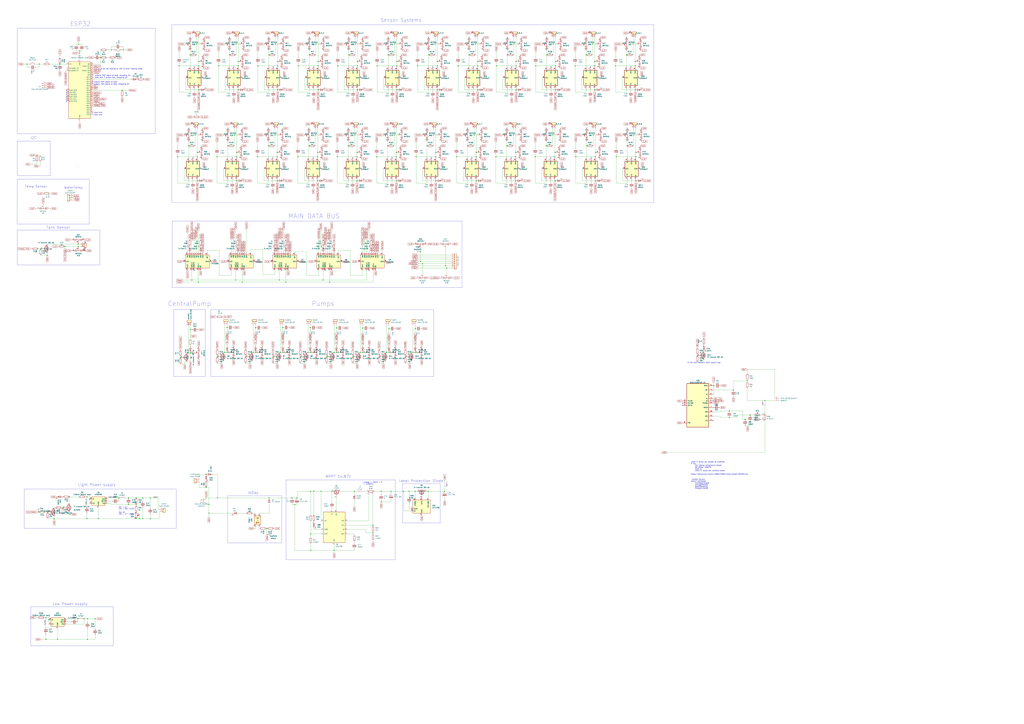
<source format=kicad_sch>
(kicad_sch (version 20230121) (generator eeschema)
  (paper "A0")
  (title_block (title "Plant Controller") (date "2020-12-21") (rev "0.4a") (company "C3MA"))
  (lib_symbols
    (symbol "74xx:74HC595"
      (property "Reference" "U" (at -7.62 13.97 0))
      (property "Value" "74HC595" (at -7.62 -16.51 0))
      (symbol "74HC595_1_0"
        (pin tri_state line (at 10.16 7.62 180) (length 2.54) (name "QB") (number "1"))
        (pin input line (at -10.16 2.54 0) (length 2.54) (name "~{SRCLR}") (number "10"))
        (pin input line (at -10.16 5.08 0) (length 2.54) (name "SRCLK") (number "11"))
        (pin input line (at -10.16 -2.54 0) (length 2.54) (name "RCLK") (number "12"))
        (pin input line (at -10.16 -5.08 0) (length 2.54) (name "~{OE}") (number "13"))
        (pin input line (at -10.16 10.16 0) (length 2.54) (name "SER") (number "14"))
        (pin tri_state line (at 10.16 10.16 180) (length 2.54) (name "QA") (number "15"))
        (pin power_in line (at 0 15.24 270) (length 2.54) (name "VCC") (number "16"))
        (pin tri_state line (at 10.16 5.08 180) (length 2.54) (name "QC") (number "2"))
        (pin tri_state line (at 10.16 2.54 180) (length 2.54) (name "QD") (number "3"))
        (pin tri_state line (at 10.16 0 180) (length 2.54) (name "QE") (number "4"))
        (pin tri_state line (at 10.16 -2.54 180) (length 2.54) (name "QF") (number "5"))
        (pin tri_state line (at 10.16 -5.08 180) (length 2.54) (name "QG") (number "6"))
        (pin tri_state line (at 10.16 -7.62 180) (length 2.54) (name "QH") (number "7"))
        (pin power_in line (at 0 -17.78 90) (length 2.54) (name "GND") (number "8"))
        (pin output line (at 10.16 -12.7 180) (length 2.54) (name "QH'") (number "9"))
      )
    )
    (symbol "BQ34Z100PWR-G1:BQ34Z100PWR-G1" (pin_names (offset 1.016))
      (property "Reference" "U" (at -12.7 26.4 0))
      (property "Value" "BQ34Z100PWR-G1" (at -12.7 -29.4 0))
      (symbol "BQ34Z100PWR-G1_0_0"
        (pin bidirectional line (at -17.78 5.08 0) (length 5.08) (name "P2") (number "1"))
        (pin bidirectional line (at -17.78 -7.62 0) (length 5.08) (name "SRN") (number "10"))
        (pin bidirectional line (at 17.78 0 180) (length 5.08) (name "P6/TS") (number "11"))
        (pin bidirectional line (at 17.78 2.54 180) (length 5.08) (name "P5/HDQ") (number "12"))
        (pin bidirectional line (at 17.78 5.08 180) (length 5.08) (name "P4/SCL") (number "13"))
        (pin bidirectional line (at -17.78 2.54 0) (length 5.08) (name "P3/SDA") (number "14"))
        (pin bidirectional line (at -17.78 -17.78 0) (length 5.08) (name "VEN") (number "2"))
        (pin bidirectional line (at -17.78 7.62 0) (length 5.08) (name "P1") (number "3"))
        (pin bidirectional line (at -17.78 17.78 0) (length 5.08) (name "BAT") (number "4"))
        (pin bidirectional line (at -17.78 12.7 0) (length 5.08) (name "CE") (number "5"))
        (pin input line (at -17.78 22.86 0) (length 5.08) (name "REGIN") (number "6"))
        (pin bidirectional line (at -17.78 -2.54 0) (length 5.08) (name "REG25") (number "7"))
        (pin power_in line (at 17.78 -20.32 180) (length 5.08) (name "VSS") (number "8"))
        (pin bidirectional line (at -17.78 -12.7 0) (length 5.08) (name "SRP") (number "9"))
      )
    )
    (symbol "CN3795:CN3795" (pin_names (offset 1.016))
      (property "Reference" "U" (at 5.08 18.542 0))
      (property "Value" "CN3795" (at 5.08 -20.32 0))
      (symbol "CN3795_0_0"
        (pin bidirectional line (at -2.54 20.32 270) (length 2.54) (name "VG") (number "1"))
        (pin bidirectional line (at 2.54 20.32 270) (length 2.54) (name "DRV") (number "10"))
        (pin bidirectional line (at 0 -20.32 90) (length 2.54) (name "GND") (number "2"))
        (pin bidirectional line (at -15.24 -2.54 0) (length 2.54) (name "~{CHRG}") (number "3"))
        (pin bidirectional line (at -15.24 -7.62 0) (length 2.54) (name "MPPT") (number "4"))
        (pin bidirectional line (at 15.24 -7.62 180) (length 2.54) (name "COM") (number "5"))
        (pin bidirectional line (at 15.24 -2.54 180) (length 2.54) (name "FB") (number "6"))
        (pin bidirectional line (at 15.24 2.54 180) (length 2.54) (name "BAT") (number "7"))
        (pin bidirectional line (at 15.24 7.62 180) (length 2.54) (name "CSP") (number "8"))
        (pin bidirectional line (at -15.24 7.62 0) (length 2.54) (name "VCC") (number "9"))
      )
    )
    (symbol "Connector:Conn_01x02_Pin" (pin_names (offset 1.016) hide)
      (property "Reference" "J" (at 0 2.54 0))
      (property "Value" "Conn_01x02_Pin" (at 0 -5.08 0))
      (symbol "Conn_01x02_Pin_1_1"
        (pin passive line (at 5.08 0 180) (length 3.81) (name "Pin_1") (number "1"))
        (pin passive line (at 5.08 -2.54 180) (length 3.81) (name "Pin_2") (number "2"))
      )
    )
    (symbol "Connector:Conn_01x02_Socket" (pin_names (offset 1.016) hide)
      (property "Reference" "J" (at 0 2.54 0))
      (property "Value" "Conn_01x02_Socket" (at 0 -5.08 0))
      (symbol "Conn_01x02_Socket_1_1"
        (pin passive line (at -5.08 0 0) (length 3.81) (name "Pin_1") (number "1"))
        (pin passive line (at -5.08 -2.54 0) (length 3.81) (name "Pin_2") (number "2"))
      )
    )
    (symbol "Connector:Conn_01x03_Male" (pin_names (offset 1.016) hide)
      (property "Reference" "J" (at 0 5.08 0))
      (property "Value" "Conn_01x03_Male" (at 0 -5.08 0))
      (symbol "Conn_01x03_Male_1_1"
        (pin passive line (at 5.08 2.54 180) (length 3.81) (name "Pin_1") (number "1"))
        (pin passive line (at 5.08 0 180) (length 3.81) (name "Pin_2") (number "2"))
        (pin passive line (at 5.08 -2.54 180) (length 3.81) (name "Pin_3") (number "3"))
      )
    )
    (symbol "Connector:TestPoint" (pin_numbers hide) (pin_names (offset 0.762) hide)
      (property "Reference" "TP" (at 0 6.858 0))
      (property "Value" "TestPoint" (at 0 5.08 0))
      (symbol "TestPoint_1_1"
        (pin passive line (at 0 0 90) (length 2.54) (name "1") (number "1"))
      )
    )
    (symbol "Connector_Generic:Conn_01x02" (pin_names (offset 1.016) hide)
      (property "Reference" "J" (at 0 2.54 0))
      (property "Value" "Conn_01x02" (at 0 -5.08 0))
      (symbol "Conn_01x02_1_1"
        (pin passive line (at -5.08 0 0) (length 3.81) (name "Pin_1") (number "1"))
        (pin passive line (at -5.08 -2.54 0) (length 3.81) (name "Pin_2") (number "2"))
      )
    )
    (symbol "Connector_Generic:Conn_01x03" (pin_names (offset 1.016) hide)
      (property "Reference" "J" (at 0 5.08 0))
      (property "Value" "Conn_01x03" (at 0 -5.08 0))
      (symbol "Conn_01x03_1_1"
        (pin passive line (at -5.08 2.54 0) (length 3.81) (name "Pin_1") (number "1"))
        (pin passive line (at -5.08 0 0) (length 3.81) (name "Pin_2") (number "2"))
        (pin passive line (at -5.08 -2.54 0) (length 3.81) (name "Pin_3") (number "3"))
      )
    )
    (symbol "Connector_Generic:Conn_01x07" (pin_names (offset 1.016) hide)
      (property "Reference" "J" (at 0 10.16 0))
      (property "Value" "Conn_01x07" (at 0 -10.16 0))
      (symbol "Conn_01x07_1_1"
        (pin passive line (at -5.08 7.62 0) (length 3.81) (name "Pin_1") (number "1"))
        (pin passive line (at -5.08 5.08 0) (length 3.81) (name "Pin_2") (number "2"))
        (pin passive line (at -5.08 2.54 0) (length 3.81) (name "Pin_3") (number "3"))
        (pin passive line (at -5.08 0 0) (length 3.81) (name "Pin_4") (number "4"))
        (pin passive line (at -5.08 -2.54 0) (length 3.81) (name "Pin_5") (number "5"))
        (pin passive line (at -5.08 -5.08 0) (length 3.81) (name "Pin_6") (number "6"))
        (pin passive line (at -5.08 -7.62 0) (length 3.81) (name "Pin_7") (number "7"))
      )
    )
    (symbol "Connector_Generic_MountingPin:Conn_01x02_MountingPin" (pin_names (offset 1.016) hide)
      (property "Reference" "J" (at 0 2.54 0))
      (property "Value" "Conn_01x02_MountingPin" (at 1.27 -5.08 0))
      (symbol "Conn_01x02_MountingPin_1_1"
        (text "Mounting" (at 0 -4.191 0) (effects (font (size 0.381 0.381))))
        (pin passive line (at -5.08 0 0) (length 3.81) (name "Pin_1") (number "1"))
        (pin passive line (at -5.08 -2.54 0) (length 3.81) (name "Pin_2") (number "2"))
        (pin passive line (at 0 -7.62 90) (length 3.048) (name "MountPin") (number "MP"))
      )
    )
    (symbol "D_1" (pin_numbers hide) (pin_names (offset 1.016) hide)
      (property "Reference" "D" (at 0 2.54 0))
      (property "Value" "D" (at 0 -2.54 0))
      (symbol "D_1_1_1"
        (pin passive line (at -3.81 0 0) (length 2.54) (name "K") (number "1"))
        (pin passive line (at 3.81 0 180) (length 2.54) (name "A") (number "2"))
      )
    )
    (symbol "Device:C" (pin_numbers hide) (pin_names (offset 0.254))
      (property "Reference" "C" (at 0.635 2.54 0))
      (property "Value" "C" (at 0.635 -2.54 0))
      (symbol "C_1_1"
        (pin passive line (at 0 3.81 270) (length 2.794) (name "~") (number "1"))
        (pin passive line (at 0 -3.81 90) (length 2.794) (name "~") (number "2"))
      )
    )
    (symbol "Device:C_Polarized" (pin_numbers hide) (pin_names (offset 0.254))
      (property "Reference" "C" (at 0.635 2.54 0))
      (property "Value" "C_Polarized" (at 0.635 -2.54 0))
      (symbol "C_Polarized_1_1"
        (pin passive line (at 0 3.81 270) (length 2.794) (name "~") (number "1"))
        (pin passive line (at 0 -3.81 90) (length 2.794) (name "~") (number "2"))
      )
    )
    (symbol "Device:D_Schottky" (pin_numbers hide) (pin_names (offset 1.016) hide)
      (property "Reference" "D" (at 0 2.54 0))
      (property "Value" "D_Schottky" (at 0 -2.54 0))
      (symbol "D_Schottky_1_1"
        (pin passive line (at -3.81 0 0) (length 2.54) (name "K") (number "1"))
        (pin passive line (at 3.81 0 180) (length 2.54) (name "A") (number "2"))
      )
    )
    (symbol "Device:D_Zener" (pin_numbers hide) (pin_names (offset 1.016) hide)
      (property "Reference" "D" (at 0 2.54 0))
      (property "Value" "D_Zener" (at 0 -2.54 0))
      (symbol "D_Zener_1_1"
        (pin passive line (at -3.81 0 0) (length 2.54) (name "K") (number "1"))
        (pin passive line (at 3.81 0 180) (length 2.54) (name "A") (number "2"))
      )
    )
    (symbol "Device:L" (pin_numbers hide) (pin_names (offset 1.016) hide)
      (property "Reference" "L" (at -1.27 0 90))
      (property "Value" "L" (at 1.905 0 90))
      (symbol "L_1_1"
        (pin passive line (at 0 3.81 270) (length 1.27) (name "1") (number "1"))
        (pin passive line (at 0 -3.81 90) (length 1.27) (name "2") (number "2"))
      )
    )
    (symbol "Device:LED" (pin_numbers hide) (pin_names (offset 1.016) hide)
      (property "Reference" "D" (at 0 2.54 0))
      (property "Value" "LED" (at 0 -2.54 0))
      (symbol "LED_1_1"
        (pin passive line (at -3.81 0 0) (length 2.54) (name "K") (number "1"))
        (pin passive line (at 3.81 0 180) (length 2.54) (name "A") (number "2"))
      )
    )
    (symbol "Device:R" (pin_numbers hide) (pin_names (offset 0))
      (property "Reference" "R" (at 2.032 0 90))
      (property "Value" "R" (at 0 0 90))
      (symbol "R_1_1"
        (pin passive line (at 0 3.81 270) (length 1.27) (name "~") (number "1"))
        (pin passive line (at 0 -3.81 90) (length 1.27) (name "~") (number "2"))
      )
    )
    (symbol "Device:R_Potentiometer" (pin_names (offset 1.016) hide)
      (property "Reference" "RV" (at -4.445 0 90))
      (property "Value" "R_Potentiometer" (at -2.54 0 90))
      (symbol "R_Potentiometer_1_1"
        (pin passive line (at 0 3.81 270) (length 1.27) (name "1") (number "1"))
        (pin passive line (at 3.81 0 180) (length 1.27) (name "2") (number "2"))
        (pin passive line (at 0 -3.81 90) (length 1.27) (name "3") (number "3"))
      )
    )
    (symbol "Device:R_Shunt" (pin_numbers hide) (pin_names (offset 0))
      (property "Reference" "R" (at -4.445 0 90))
      (property "Value" "R_Shunt" (at -2.54 0 90))
      (symbol "R_Shunt_1_1"
        (pin passive line (at 0 5.08 270) (length 2.54) (name "1") (number "1"))
        (pin passive line (at 3.81 2.54 180) (length 2.54) (name "2") (number "2"))
        (pin passive line (at 3.81 -2.54 180) (length 2.54) (name "3") (number "3"))
        (pin passive line (at 0 -5.08 90) (length 2.54) (name "4") (number "4"))
      )
    )
    (symbol "Diode:BAS40-04" (pin_names (offset 1.016))
      (property "Reference" "D" (at 0.635 -1.27 0))
      (property "Value" "BAS40-04" (at -6.35 5.715 0))
      (symbol "BAS40-04_1_1"
        (pin passive line (at -7.62 2.54 0) (length 3.81) (name "~") (number "1"))
        (pin passive line (at 7.62 2.54 180) (length 3.81) (name "~") (number "2"))
        (pin passive line (at 0 -2.54 90) (length 5.08) (name "~") (number "3"))
      )
    )
    (symbol "Diode:BAT54S" (pin_names (offset 0))
      (property "Reference" "D" (at 2.54 -5.08 0))
      (property "Value" "BAT54S" (at -6.35 3.175 0))
      (symbol "BAT54S_1_1"
        (pin passive line (at -7.62 0 0) (length 3.81) (name "A") (number "1"))
        (pin passive line (at 7.62 0 180) (length 3.81) (name "K") (number "2"))
        (pin passive line (at 0 -5.08 90) (length 5.08) (name "COM") (number "3"))
      )
    )
    (symbol "ESP32-DEVKITC-32D:SL2300" (pin_names (offset 1.016))
      (property "Reference" "Q" (at 0 0 0))
      (property "Value" "SL2300" (at 7.62 0 0))
      (symbol "SL2300_1_1"
        (pin input line (at -6.35 0 0) (length 2.54) (name "G") (number "1"))
        (pin passive line (at 1.27 -5.08 90) (length 2.54) (name "S") (number "2"))
        (pin passive line (at 1.27 5.08 270) (length 2.54) (name "D") (number "3"))
      )
    )
    (symbol "Isolator:PC817" (pin_names (offset 1.016))
      (property "Reference" "U" (at -5.08 5.08 0))
      (property "Value" "PC817" (at 0 5.08 0))
      (symbol "PC817_1_1"
        (pin passive line (at -7.62 2.54 0) (length 2.54) (name "~") (number "1"))
        (pin passive line (at -7.62 -2.54 0) (length 2.54) (name "~") (number "2"))
        (pin passive line (at 7.62 -2.54 180) (length 2.54) (name "~") (number "3"))
        (pin passive line (at 7.62 2.54 180) (length 2.54) (name "~") (number "4"))
      )
    )
    (symbol "Power_Management:LM74700"
      (property "Reference" "U" (at -9.525 -8.89 0))
      (property "Value" "LM74700" (at 7.62 -8.89 0))
      (symbol "LM74700_1_1"
        (pin passive line (at -12.7 -2.54 0) (length 2.54) (name "VCAP") (number "1"))
        (pin power_in line (at 0 -10.16 90) (length 2.54) (name "GND") (number "2"))
        (pin input line (at -12.7 -5.08 0) (length 2.54) (name "EN") (number "3"))
        (pin input line (at 7.62 10.16 270) (length 2.54) (name "CATHODE") (number "4"))
        (pin output line (at 0 10.16 270) (length 2.54) (name "GATE") (number "5"))
        (pin power_in line (at -7.62 10.16 270) (length 2.54) (name "ANODE") (number "6"))
      )
    )
    (symbol "RF_Module:ESP32-WROOM-32D"
      (property "Reference" "U" (at -12.7 34.29 0))
      (property "Value" "ESP32-WROOM-32D" (at 1.27 34.29 0))
      (symbol "ESP32-WROOM-32D_1_1"
        (pin power_in line (at 0 -35.56 90) (length 2.54) (name "GND") (number "1"))
        (pin bidirectional line (at 15.24 -12.7 180) (length 2.54) (name "IO25") (number "10"))
        (pin bidirectional line (at 15.24 -15.24 180) (length 2.54) (name "IO26") (number "11"))
        (pin bidirectional line (at 15.24 -17.78 180) (length 2.54) (name "IO27") (number "12"))
        (pin bidirectional line (at 15.24 10.16 180) (length 2.54) (name "IO14") (number "13"))
        (pin bidirectional line (at 15.24 15.24 180) (length 2.54) (name "IO12") (number "14"))
        (pin passive line (at 0 -35.56 90) (length 2.54) hide (name "GND") (number "15"))
        (pin bidirectional line (at 15.24 12.7 180) (length 2.54) (name "IO13") (number "16"))
        (pin bidirectional line (at -15.24 -5.08 0) (length 2.54) (name "SHD/SD2") (number "17"))
        (pin bidirectional line (at -15.24 -7.62 0) (length 2.54) (name "SWP/SD3") (number "18"))
        (pin bidirectional line (at -15.24 -12.7 0) (length 2.54) (name "SCS/CMD") (number "19"))
        (pin power_in line (at 0 35.56 270) (length 2.54) (name "VDD") (number "2"))
        (pin bidirectional line (at -15.24 -10.16 0) (length 2.54) (name "SCK/CLK") (number "20"))
        (pin bidirectional line (at -15.24 0 0) (length 2.54) (name "SDO/SD0") (number "21"))
        (pin bidirectional line (at -15.24 -2.54 0) (length 2.54) (name "SDI/SD1") (number "22"))
        (pin bidirectional line (at 15.24 7.62 180) (length 2.54) (name "IO15") (number "23"))
        (pin bidirectional line (at 15.24 25.4 180) (length 2.54) (name "IO2") (number "24"))
        (pin bidirectional line (at 15.24 30.48 180) (length 2.54) (name "IO0") (number "25"))
        (pin bidirectional line (at 15.24 20.32 180) (length 2.54) (name "IO4") (number "26"))
        (pin bidirectional line (at 15.24 5.08 180) (length 2.54) (name "IO16") (number "27"))
        (pin bidirectional line (at 15.24 2.54 180) (length 2.54) (name "IO17") (number "28"))
        (pin bidirectional line (at 15.24 17.78 180) (length 2.54) (name "IO5") (number "29"))
        (pin input line (at -15.24 30.48 0) (length 2.54) (name "EN") (number "3"))
        (pin bidirectional line (at 15.24 0 180) (length 2.54) (name "IO18") (number "30"))
        (pin bidirectional line (at 15.24 -2.54 180) (length 2.54) (name "IO19") (number "31"))
        (pin no_connect line (at -12.7 -27.94 0) (length 2.54) hide (name "NC") (number "32"))
        (pin bidirectional line (at 15.24 -5.08 180) (length 2.54) (name "IO21") (number "33"))
        (pin bidirectional line (at 15.24 22.86 180) (length 2.54) (name "RXD0/IO3") (number "34"))
        (pin bidirectional line (at 15.24 27.94 180) (length 2.54) (name "TXD0/IO1") (number "35"))
        (pin bidirectional line (at 15.24 -7.62 180) (length 2.54) (name "IO22") (number "36"))
        (pin bidirectional line (at 15.24 -10.16 180) (length 2.54) (name "IO23") (number "37"))
        (pin passive line (at 0 -35.56 90) (length 2.54) hide (name "GND") (number "38"))
        (pin passive line (at 0 -35.56 90) (length 2.54) hide (name "GND") (number "39"))
        (pin input line (at -15.24 25.4 0) (length 2.54) (name "SENSOR_VP") (number "4"))
        (pin input line (at -15.24 22.86 0) (length 2.54) (name "SENSOR_VN") (number "5"))
        (pin input line (at 15.24 -25.4 180) (length 2.54) (name "IO34") (number "6"))
        (pin input line (at 15.24 -27.94 180) (length 2.54) (name "IO35") (number "7"))
        (pin bidirectional line (at 15.24 -20.32 180) (length 2.54) (name "IO32") (number "8"))
        (pin bidirectional line (at 15.24 -22.86 180) (length 2.54) (name "IO33") (number "9"))
      )
    )
    (symbol "Regulator_Switching:AP63205WU"
      (property "Reference" "U" (at -7.62 6.35 0))
      (property "Value" "AP63205WU" (at 2.54 6.35 0))
      (symbol "AP63205WU_1_1"
        (pin input line (at 10.16 -2.54 180) (length 2.54) (name "FB") (number "1"))
        (pin input line (at -10.16 -2.54 0) (length 2.54) (name "EN") (number "2"))
        (pin power_in line (at -10.16 2.54 0) (length 2.54) (name "IN") (number "3"))
        (pin power_in line (at 0 -7.62 90) (length 2.54) (name "GND") (number "4"))
        (pin output line (at 10.16 2.54 180) (length 2.54) (name "SW") (number "5"))
        (pin passive line (at 10.16 0 180) (length 2.54) (name "BST") (number "6"))
      )
    )
    (symbol "Simulation_SPICE:PMOS" (pin_numbers hide) (pin_names (offset 0))
      (property "Reference" "Q" (at 5.08 1.27 0))
      (property "Value" "PMOS" (at 5.08 -1.27 0))
      (symbol "PMOS_1_1"
        (pin passive line (at 2.54 5.08 270) (length 2.54) (name "D") (number "1"))
        (pin input line (at -5.08 0 0) (length 2.54) (name "G") (number "2"))
        (pin passive line (at 2.54 -5.08 90) (length 2.54) (name "S") (number "3"))
      )
    )
    (symbol "Switch:SW_Push" (pin_numbers hide) (pin_names (offset 1.016) hide)
      (property "Reference" "SW" (at 1.27 2.54 0))
      (property "Value" "SW_Push" (at 0 -1.524 0))
      (symbol "SW_Push_0_1"
        (pin passive line (at -5.08 0 0) (length 2.54) (name "1") (number "1"))
        (pin passive line (at 5.08 0 180) (length 2.54) (name "2") (number "2"))
      )
    )
    (symbol "Timer:TLC555xP"
      (property "Reference" "U" (at -10.16 8.89 0))
      (property "Value" "TLC555xP" (at 2.54 8.89 0))
      (symbol "TLC555xP_0_0"
        (pin power_in line (at 0 -10.16 90) (length 2.54) (name "GND") (number "1"))
        (pin power_in line (at 0 10.16 270) (length 2.54) (name "VCC") (number "8"))
      )
      (symbol "TLC555xP_1_1"
        (pin input line (at -12.7 5.08 0) (length 3.81) (name "TR") (number "2"))
        (pin output line (at 12.7 5.08 180) (length 3.81) (name "Q") (number "3"))
        (pin input inverted (at -12.7 -5.08 0) (length 3.81) (name "R") (number "4"))
        (pin input line (at -12.7 0 0) (length 3.81) (name "CV") (number "5"))
        (pin input line (at 12.7 -5.08 180) (length 3.81) (name "THR") (number "6"))
        (pin input line (at 12.7 0 180) (length 3.81) (name "DIS") (number "7"))
      )
    )
    (symbol "Transistor_FET:BSS84" (pin_names hide)
      (property "Reference" "Q" (at 5.08 1.905 0))
      (property "Value" "BSS84" (at 5.08 0 0))
      (symbol "BSS84_1_1"
        (pin input line (at -5.08 0 0) (length 2.54) (name "G") (number "1"))
        (pin passive line (at 2.54 -5.08 90) (length 2.54) (name "S") (number "2"))
        (pin passive line (at 2.54 5.08 270) (length 2.54) (name "D") (number "3"))
      )
    )
  )
  (junction (at 242.57 586.105))
  (junction (at 460.756 104.394))
  (junction (at 415.036 76.454))
  (junction (at 110.49 718.82))
  (junction (at 738.378 182.118))
  (junction (at 387.985 639.445))
  (junction (at 100.965 577.215))
  (junction (at 228.346 51.054))
  (junction (at 276.606 76.454))
  (junction (at 274.066 51.054))
  (junction (at 261.112 409.448))
  (junction (at 321.818 177.038))
  (junction (at 322.326 76.454))
  (junction (at 390.652 409.448))
  (junction (at 239.268 566.293))
  (junction (at 143.256 57.912))
  (junction (at 239.268 551.053))
  (junction (at 552.196 51.054))
  (junction (at 437.896 76.454))
  (junction (at 321.818 210.058))
  (junction (at 100.965 602.615))
  (junction (at 230.378 327.914))
  (junction (at 598.678 210.058))
  (junction (at 667.766 76.454))
  (junction (at 442.595 582.93))
  (junction (at 490.728 306.324))
  (junction (at 454.025 570.865))
  (junction (at 621.538 182.118))
  (junction (at 226.568 156.718))
  (junction (at 507.746 76.454))
  (junction (at 552.958 182.118))
  (junction (at 488.188 292.354))
  (junction (at 104.267 579.755))
  (junction (at 415.036 104.394))
  (junction (at 642.366 51.054))
  (junction (at 368.808 210.058))
  (junction (at 346.456 76.454))
  (junction (at 218.44 410.21))
  (junction (at 360.172 380.746))
  (junction (at 505.206 51.054))
  (junction (at 482.092 409.448))
  (junction (at 599.186 71.374))
  (junction (at 328.422 380.492))
  (junction (at 474.98 570.865))
  (junction (at 690.626 71.374))
  (junction (at 242.57 596.265))
  (junction (at 264.668 169.418))
  (junction (at 165.735 578.485))
  (junction (at 348.742 414.528))
  (junction (at 421.132 409.448))
  (junction (at 457.708 156.718))
  (junction (at 274.828 177.038))
  (junction (at 598.678 177.038))
  (junction (at 483.108 182.118))
  (junction (at 62.865 602.615))
  (junction (at 45.466 74.422))
  (junction (at 450.596 63.754))
  (junction (at 73.025 589.915))
  (junction (at 141.859 104.902))
  (junction (at 263.652 409.448))
  (junction (at 42.926 180.34))
  (junction (at 114.3 602.615))
  (junction (at 344.805 578.485))
  (junction (at 497.586 63.754))
  (junction (at 92.456 59.182))
  (junction (at 31.496 74.422))
  (junction (at 851.662 453.136))
  (junction (at 449.072 409.448))
  (junction (at 554.736 104.394))
  (junction (at 229.108 210.058))
  (junction (at 158.115 602.615))
  (junction (at 888.238 465.328))
  (junction (at 634.238 169.418))
  (junction (at 516.255 570.865))
  (junction (at 294.132 409.448))
  (junction (at 530.098 182.118))
  (junction (at 299.466 76.454))
  (junction (at 229.108 177.038))
  (junction (at 404.368 169.418))
  (junction (at 285.242 414.528))
  (junction (at 622.046 76.454))
  (junction (at 319.786 51.054))
  (junction (at 149.225 578.485))
  (junction (at 668.528 182.118))
  (junction (at 360.172 409.448))
  (junction (at 437.388 182.118))
  (junction (at 421.132 381.254))
  (junction (at 468.63 570.865))
  (junction (at 411.48 570.865))
  (junction (at 312.42 578.485))
  (junction (at 404.876 63.754))
  (junction (at 331.978 327.914))
  (junction (at 870.966 482.092))
  (junction (at 47.244 289.052))
  (junction (at 161.925 602.615))
  (junction (at 433.07 610.235))
  (junction (at 272.288 156.718))
  (junction (at 738.378 210.058))
  (junction (at 252.222 414.528))
  (junction (at 369.316 104.394))
  (junction (at 507.746 71.374))
  (junction (at 737.616 71.374))
  (junction (at 497.205 570.865))
  (junction (at 460.248 177.038))
  (junction (at 53.34 742.95))
  (junction (at 360.68 639.445))
  (junction (at 596.138 156.718))
  (junction (at 575.818 182.118))
  (junction (at 727.456 63.754))
  (junction (at 458.216 51.054))
  (junction (at 273.558 325.374))
  (junction (at 442.595 570.865))
  (junction (at 507.746 104.394))
  (junction (at 481.965 570.865))
  (junction (at 390.652 381))
  (junction (at 691.388 182.118))
  (junction (at 137.795 578.485))
  (junction (at 375.158 325.374))
  (junction (at 388.112 409.448))
  (junction (at 252.603 578.485))
  (junction (at 90.932 283.718))
  (junction (at 542.798 169.418))
  (junction (at 552.958 177.038))
  (junction (at 266.446 63.754))
  (junction (at 312.166 63.754))
  (junction (at 385.445 570.865))
  (junction (at 366.776 51.054))
  (junction (at 598.678 182.118))
  (junction (at 116.586 66.802))
  (junction (at 206.248 182.118))
  (junction (at 644.398 177.038))
  (junction (at 495.808 169.418))
  (junction (at 738.378 177.038))
  (junction (at 66.802 742.95))
  (junction (at 222.758 325.374))
  (junction (at 409.702 414.528))
  (junction (at 517.398 308.864))
  (junction (at 369.316 71.374))
  (junction (at 80.645 577.215))
  (junction (at 644.398 210.058))
  (junction (at 97.79 718.82))
  (junction (at 392.176 76.454))
  (junction (at 298.958 182.118))
  (junction (at 550.418 156.718))
  (junction (at 680.466 63.754))
  (junction (at 230.886 76.454))
  (junction (at 364.49 570.865))
  (junction (at 460.248 210.058))
  (junction (at 735.838 156.718))
  (junction (at 75.438 286.258))
  (junction (at 316.992 414.528))
  (junction (at 531.876 76.454))
  (junction (at 411.988 156.718))
  (junction (at 230.886 104.394))
  (junction (at 809.752 413.004))
  (junction (at 56.642 720.09))
  (junction (at 737.616 104.394))
  (junction (at 220.726 63.754))
  (junction (at 415.036 71.374))
  (junction (at 158.115 586.105))
  (junction (at 345.948 182.118))
  (junction (at 688.086 51.054))
  (junction (at 544.576 63.754))
  (junction (at 690.626 104.394))
  (junction (at 599.186 104.394))
  (junction (at 588.518 169.418))
  (junction (at 451.612 381.762))
  (junction (at 737.616 76.454))
  (junction (at 479.552 409.448))
  (junction (at 276.606 104.394))
  (junction (at 129.286 57.912))
  (junction (at 274.828 210.058))
  (junction (at 358.648 169.418))
  (junction (at 276.606 71.374))
  (junction (at 505.968 210.058))
  (junction (at 296.672 409.448))
  (junction (at 174.625 602.615))
  (junction (at 44.704 594.995))
  (junction (at 319.278 156.718))
  (junction (at 433.07 619.125))
  (junction (at 372.745 570.865))
  (junction (at 360.68 570.865))
  (junction (at 460.756 71.374))
  (junction (at 98.806 291.338))
  (junction (at 450.088 169.418))
  (junction (at 342.265 586.105))
  (junction (at 158.115 578.485))
  (junction (at 505.968 182.118))
  (junction (at 149.225 586.105))
  (junction (at 828.548 448.056))
  (junction (at 470.662 414.528))
  (junction (at 251.968 182.118))
  (junction (at 691.388 210.058))
  (junction (at 296.672 380.746))
  (junction (at 208.026 76.454))
  (junction (at 274.828 182.118))
  (junction (at 484.886 76.454))
  (junction (at 644.398 182.118))
  (junction (at 322.326 71.374))
  (junction (at 382.778 327.914))
  (junction (at 391.668 182.118))
  (junction (at 728.218 169.418))
  (junction (at 596.646 51.054))
  (junction (at 253.746 76.454))
  (junction (at 691.388 177.038))
  (junction (at 322.326 104.394))
  (junction (at 359.156 63.754))
  (junction (at 321.818 182.118))
  (junction (at 80.645 597.535))
  (junction (at 451.612 409.448))
  (junction (at 460.248 182.118))
  (junction (at 505.968 177.038))
  (junction (at 90.932 286.258))
  (junction (at 324.358 325.374))
  (junction (at 366.268 156.718))
  (junction (at 263.652 380.492))
  (junction (at 634.746 63.754))
  (junction (at 101.6 742.95))
  (junction (at 360.68 620.395))
  (junction (at 220.98 383.032))
  (junction (at 230.886 71.374))
  (junction (at 846.836 477.52))
  (junction (at 53.34 717.55))
  (junction (at 554.736 71.374))
  (junction (at 715.518 182.118))
  (junction (at 440.182 414.528))
  (junction (at 735.076 51.054))
  (junction (at 165.735 602.615))
  (junction (at 554.736 76.454))
  (junction (at 867.664 442.468))
  (junction (at 599.186 76.454))
  (junction (at 54.864 296.672))
  (junction (at 482.092 381.762))
  (junction (at 311.658 169.418))
  (junction (at 846.836 485.14))
  (junction (at 412.496 51.054))
  (junction (at 379.222 414.528))
  (junction (at 101.6 718.82))
  (junction (at 339.09 578.485))
  (junction (at 414.528 210.058))
  (junction (at 460.756 76.454))
  (junction (at 90.17 718.82))
  (junction (at 552.958 210.058))
  (junction (at 589.026 63.754))
  (junction (at 503.428 156.718))
  (junction (at 644.906 76.454))
  (junction (at 229.108 182.118))
  (junction (at 209.55 415.29))
  (junction (at 369.316 76.454))
  (junction (at 281.178 327.914))
  (junction (at 174.625 578.485))
  (junction (at 55.245 594.995))
  (junction (at 328.422 409.448))
  (junction (at 488.188 303.784))
  (junction (at 690.626 76.454))
  (junction (at 644.906 71.374))
  (junction (at 688.848 156.718))
  (junction (at 865.124 487.172))
  (junction (at 220.98 410.21))
  (junction (at 714.756 76.454))
  (junction (at 69.596 74.422))
  (junction (at 92.456 61.722))
  (junction (at 418.592 409.448))
  (junction (at 518.668 311.404))
  (junction (at 368.808 182.118))
  (junction (at 91.186 51.562))
  (junction (at 325.882 409.448))
  (junction (at 309.88 614.045))
  (junction (at 414.528 182.118))
  (junction (at 576.326 76.454))
  (junction (at 414.528 177.038))
  (junction (at 368.808 177.038))
  (junction (at 644.906 104.394))
  (junction (at 641.858 156.718))
  (junction (at 681.228 169.418))
  (junction (at 218.948 169.418))
  (junction (at 357.632 409.448))
  (no_connect (at 681.228 149.098))
  (no_connect (at 359.156 43.434))
  (no_connect (at 107.696 132.842))
  (no_connect (at 828.04 465.836))
  (no_connect (at 593.598 183.388))
  (no_connect (at 77.216 107.442))
  (no_connect (at 409.448 183.388))
  (no_connect (at 634.238 149.098))
  (no_connect (at 225.298 313.944))
  (no_connect (at 547.878 183.388))
  (no_connect (at 404.368 149.098))
  (no_connect (at 792.48 470.916))
  (no_connect (at 500.888 183.388))
  (no_connect (at 107.696 97.282))
  (no_connect (at 107.696 87.122))
  (no_connect (at 326.898 313.944))
  (no_connect (at 77.216 112.522))
  (no_connect (at 495.808 149.098))
  (no_connect (at 77.216 117.602))
  (no_connect (at 363.728 183.388))
  (no_connect (at 269.748 183.388))
  (no_connect (at 107.696 89.662))
  (no_connect (at 224.028 183.388))
  (no_connect (at 639.826 77.724))
  (no_connect (at 634.746 43.434))
  (no_connect (at 264.668 149.098))
  (no_connect (at 639.318 183.388))
  (no_connect (at 77.216 104.902))
  (no_connect (at 685.546 77.724))
  (no_connect (at 107.696 94.742))
  (no_connect (at 107.696 130.302))
  (no_connect (at 728.218 149.098))
  (no_connect (at 680.466 43.434))
  (no_connect (at 358.648 149.098))
  (no_connect (at 312.166 43.434))
  (no_connect (at 266.446 43.434))
  (no_connect (at 727.456 43.434))
  (no_connect (at 549.656 77.724))
  (no_connect (at 428.498 313.944))
  (no_connect (at 409.956 77.724))
  (no_connect (at 450.596 43.434))
  (no_connect (at 686.308 183.388))
  (no_connect (at 450.088 149.098))
  (no_connect (at 455.168 183.388))
  (no_connect (at 364.236 77.724))
  (no_connect (at 377.698 313.944))
  (no_connect (at 311.658 149.098))
  (no_connect (at 497.586 43.434))
  (no_connect (at 77.216 115.062))
  (no_connect (at 792.48 468.376))
  (no_connect (at 589.026 43.434))
  (no_connect (at 732.536 77.724))
  (no_connect (at 77.216 109.982))
  (no_connect (at 502.666 77.724))
  (no_connect (at 594.106 77.724))
  (no_connect (at 317.246 77.724))
  (no_connect (at 404.876 43.434))
  (no_connect (at 225.806 77.724))
  (no_connect (at 220.726 43.434))
  (no_connect (at 271.526 77.724))
  (no_connect (at 588.518 149.098))
  (no_connect (at 455.676 77.724))
  (no_connect (at 544.576 43.434))
  (no_connect (at 828.04 488.696))
  (no_connect (at 733.298 183.388))
  (no_connect (at 542.798 149.098))
  (no_connect (at 218.948 149.098))
  (no_connect (at 316.738 183.388))
  (wire (pts (xy 42.926 187.96) (xy 42.926 190.881)))
  (wire (pts (xy 899.668 465.328) (xy 888.238 465.328)))
  (wire (pts (xy 76.962 720.09) (xy 76.962 718.82)))
  (wire (pts (xy 406.908 320.294) (xy 420.878 320.294)))
  (wire (pts (xy 220.726 103.124) (xy 220.726 106.934)))
  (wire (pts (xy 261.366 90.424) (xy 261.366 104.394)))
  (wire (pts (xy 311.658 164.338) (xy 311.658 169.418)))
  (wire (pts (xy 296.545 596.265) (xy 293.37 596.265)))
  (wire (pts (xy 855.726 485.14) (xy 846.836 485.14)))
  (wire (pts (xy 274.828 149.098) (xy 274.828 177.038)))
  (wire (pts (xy 133.096 54.102) (xy 129.286 54.102)))
  (wire (pts (xy 183.515 591.82) (xy 183.515 578.485)))
  (wire (pts (xy 451.612 381.762) (xy 451.612 386.588)))
  (wire (pts (xy 385.318 266.954) (xy 385.318 293.624)))
  (wire (pts (xy 345.44 570.865) (xy 345.44 578.485)))
  (wire (pts (xy 588.518 169.418) (xy 588.518 183.388)))
  (wire (pts (xy 322.326 43.434) (xy 322.326 71.374)))
  (wire (pts (xy 228.346 51.054) (xy 232.156 51.054)))
  (wire (pts (xy 274.828 210.058) (xy 274.828 211.328)))
  (wire (pts (xy 54.864 283.718) (xy 90.932 283.718)))
  (wire (pts (xy 354.076 90.424) (xy 354.076 104.394)))
  (wire (pts (xy 629.158 210.058) (xy 644.398 210.058)))
  (wire (pts (xy 420.878 320.294) (xy 420.878 313.944)))
  (wire (pts (xy 322.072 419.608) (xy 322.072 422.148)))
  (wire (pts (xy 695.706 90.424) (xy 698.246 90.424)))
  (wire (pts (xy 263.652 377.698) (xy 263.652 380.492)))
  (wire (pts (xy 253.746 76.454) (xy 253.746 73.914)))
  (wire (pts (xy 92.456 59.182) (xy 94.996 59.182)))
  (wire (pts (xy 218.948 212.598) (xy 206.248 212.598)))
  (wire (pts (xy 231.648 551.053) (xy 239.268 551.053)))
  (wire (pts (xy 392.176 106.934) (xy 392.176 76.454)))
  (wire (pts (xy 359.156 106.934) (xy 346.456 106.934)))
  (wire (pts (xy 634.746 103.124) (xy 634.746 106.934)))
  (wire (pts (xy 485.648 308.864) (xy 517.398 308.864)))
  (wire (pts (xy 76.2 83.312) (xy 76.2 82.042)))
  (wire (pts (xy 478.282 419.608) (xy 475.742 419.608)))
  (wire (pts (xy 495.808 212.598) (xy 483.108 212.598)))
  (wire (pts (xy 372.745 605.155) (xy 372.745 570.865)))
  (wire (pts (xy 230.886 76.454) (xy 230.886 77.724)))
  (wire (pts (xy 185.42 602.615) (xy 185.42 594.36)))
  (wire (pts (xy 110.49 718.82) (xy 110.49 730.25)))
  (wire (pts (xy 467.868 194.818) (xy 467.868 196.088)))
  (wire (pts (xy 41.656 180.34) (xy 42.926 180.34)))
  (wire (pts (xy 399.796 104.394) (xy 415.036 104.394)))
  (wire (pts (xy 738.378 182.118) (xy 738.378 183.388)))
  (wire (pts (xy 390.652 409.448) (xy 388.112 409.448)))
  (wire (pts (xy 322.326 71.374) (xy 322.326 76.454)))
  (wire (pts (xy 422.148 194.818) (xy 422.148 196.088)))
  (wire (pts (xy 737.616 103.124) (xy 737.616 104.394)))
  (wire (pts (xy 390.525 578.485) (xy 390.525 592.455)))
  (wire (pts (xy 644.398 210.058) (xy 644.398 211.328)))
  (wire (pts (xy 470.662 413.258) (xy 470.662 414.528)))
  (wire (pts (xy 404.876 103.124) (xy 404.876 106.934)))
  (wire (pts (xy 450.088 164.338) (xy 450.088 169.418)))
  (wire (pts (xy 490.728 196.088) (xy 490.728 210.058)))
  (wire (pts (xy 437.896 76.454) (xy 437.896 73.914)))
  (wire (pts (xy 737.616 104.394) (xy 737.616 105.664)))
  (wire (pts (xy 735.838 156.718) (xy 739.648 156.718)))
  (wire (pts (xy 161.925 602.615) (xy 165.735 602.615)))
  (wire (pts (xy 217.678 270.764) (xy 217.678 293.624)))
  (wire (pts (xy 539.496 90.424) (xy 539.496 104.394)))
  (wire (pts (xy 220.98 419.608) (xy 220.98 410.21)))
  (wire (pts (xy 329.438 194.818) (xy 329.438 196.088)))
  (wire (pts (xy 836.676 478.536) (xy 828.04 478.536)))
  (wire (pts (xy 537.718 196.088) (xy 537.718 210.058)))
  (wire (pts (xy 604.266 90.424) (xy 606.806 90.424)))
  (wire (pts (xy 345.948 182.118) (xy 345.948 179.578)))
  (wire (pts (xy 497.205 570.865) (xy 497.205 578.485)))
  (wire (pts (xy 62.865 602.615) (xy 100.965 602.615)))
  (wire (pts (xy 883.158 482.092) (xy 884.428 482.092)))
  (wire (pts (xy 276.606 43.434) (xy 276.606 71.374)))
  (wire (pts (xy 512.826 90.424) (xy 515.366 90.424)))
  (wire (pts (xy 174.625 597.535) (xy 174.625 602.615)))
  (wire (pts (xy 346.456 76.454) (xy 369.316 76.454)))
  (wire (pts (xy 114.3 602.615) (xy 114.3 589.915)))
  (wire (pts (xy 517.398 308.864) (xy 523.748 308.864)))
  (wire (pts (xy 385.445 570.865) (xy 385.445 582.93)))
  (wire (pts (xy 867.664 465.328) (xy 888.238 465.328)))
  (wire (pts (xy 714.756 76.454) (xy 714.756 73.914)))
  (wire (pts (xy 298.958 165.608) (xy 298.958 171.958)))
  (wire (pts (xy 680.466 106.934) (xy 667.766 106.934)))
  (wire (pts (xy 259.588 210.058) (xy 274.828 210.058)))
  (wire (pts (xy 409.702 413.258) (xy 409.702 414.528)))
  (wire (pts (xy 328.422 380.492) (xy 328.422 385.318)))
  (wire (pts (xy 737.616 43.434) (xy 737.616 71.374)))
  (wire (pts (xy 271.526 103.124) (xy 271.526 105.664)))
  (wire (pts (xy 324.358 313.944) (xy 324.358 325.374)))
  (wire (pts (xy 254.508 291.084) (xy 254.508 320.294)))
  (wire (pts (xy 128.905 584.835) (xy 128.905 586.105)))
  (wire (pts (xy 392.938 293.624) (xy 392.938 291.084)))
  (wire (pts (xy 867.664 429.26) (xy 867.664 433.832)))
  (wire (pts (xy 415.036 104.394) (xy 415.036 105.664)))
  (wire (pts (xy 411.48 570.865) (xy 411.48 574.04)))
  (wire (pts (xy 485.648 306.324) (xy 490.728 306.324)))
  (wire (pts (xy 364.236 103.124) (xy 364.236 105.664)))
  (wire (pts (xy 279.908 196.088) (xy 282.448 196.088)))
  (wire (pts (xy 392.938 291.084) (xy 406.908 291.084)))
  (wire (pts (xy 675.386 90.424) (xy 675.386 104.394)))
  (wire (pts (xy 321.818 182.118) (xy 321.818 183.388)))
  (wire (pts (xy 309.245 614.045) (xy 309.88 614.045)))
  (wire (pts (xy 442.595 570.865) (xy 435.61 570.865)))
  (wire (pts (xy 484.886 76.454) (xy 507.746 76.454)))
  (wire (pts (xy 417.322 419.608) (xy 414.782 419.608)))
  (wire (pts (xy 542.798 169.418) (xy 542.798 183.388)))
  (wire (pts (xy 550.418 149.098) (xy 550.418 156.718)))
  (wire (pts (xy 92.456 59.182) (xy 92.456 61.722)))
  (wire (pts (xy 324.612 419.608) (xy 322.072 419.608)))
  (wire (pts (xy 104.14 579.755) (xy 104.267 579.755)))
  (wire (pts (xy 58.166 74.422) (xy 69.596 74.422)))
  (wire (pts (xy 305.308 289.814) (xy 305.308 319.024)))
  (wire (pts (xy 358.648 212.598) (xy 345.948 212.598)))
  (wire (pts (xy 316.992 413.258) (xy 316.992 414.528)))
  (wire (pts (xy 691.388 149.098) (xy 691.388 177.038)))
  (wire (pts (xy 560.578 194.818) (xy 560.578 196.088)))
  (wire (pts (xy 360.68 570.865) (xy 364.49 570.865)))
  (wire (pts (xy 131.826 57.912) (xy 129.286 57.912)))
  (wire (pts (xy 530.098 212.598) (xy 530.098 182.118)))
  (wire (pts (xy 681.228 212.598) (xy 668.528 212.598)))
  (wire (pts (xy 411.48 581.66) (xy 411.48 588.01)))
  (wire (pts (xy 53.34 717.55) (xy 56.642 717.55)))
  (wire (pts (xy 100.965 596.265) (xy 100.965 602.615)))
  (wire (pts (xy 342.138 292.354) (xy 356.108 292.354)))
  (wire (pts (xy 552.196 51.054) (xy 556.006 51.054)))
  (wire (pts (xy 263.652 409.448) (xy 266.192 409.448)))
  (wire (pts (xy 97.79 718.82) (xy 101.6 718.82)))
  (wire (pts (xy 366.776 51.054) (xy 366.776 63.754)))
  (wire (pts (xy 239.268 566.293) (xy 242.57 566.293)))
  (wire (pts (xy 688.086 51.054) (xy 691.896 51.054)))
  (wire (pts (xy 723.138 210.058) (xy 738.378 210.058)))
  (wire (pts (xy 387.985 633.095) (xy 387.985 639.445)))
  (wire (pts (xy 261.366 104.394) (xy 276.606 104.394)))
  (wire (pts (xy 276.606 103.124) (xy 276.606 104.394)))
  (wire (pts (xy 596.138 156.718) (xy 596.138 169.418)))
  (wire (pts (xy 505.206 51.054) (xy 509.016 51.054)))
  (wire (pts (xy 382.778 327.914) (xy 433.578 327.914)))
  (wire (pts (xy 69.596 74.422) (xy 77.216 74.422)))
  (wire (pts (xy 110.49 718.82) (xy 111.76 718.82)))
  (wire (pts (xy 513.588 194.818) (xy 513.588 196.088)))
  (wire (pts (xy 328.422 409.448) (xy 325.882 409.448)))
  (wire (pts (xy 339.09 586.105) (xy 342.265 586.105)))
  (wire (pts (xy 583.438 196.088) (xy 583.438 210.058)))
  (wire (pts (xy 301.625 596.265) (xy 301.625 596.9)))
  (wire (pts (xy 437.388 212.598) (xy 437.388 182.118)))
  (wire (pts (xy 544.576 63.754) (xy 544.576 77.724)))
  (wire (pts (xy 356.108 320.294) (xy 370.078 320.294)))
  (wire (pts (xy 559.816 90.424) (xy 562.356 90.424)))
  (wire (pts (xy 185.42 591.82) (xy 183.515 591.82)))
  (wire (pts (xy 158.115 578.485) (xy 165.735 578.485)))
  (wire (pts (xy 484.886 76.454) (xy 484.886 73.914)))
  (wire (pts (xy 468.63 570.865) (xy 474.98 570.865)))
  (wire (pts (xy 404.876 106.934) (xy 392.176 106.934)))
  (wire (pts (xy 483.108 165.608) (xy 483.108 171.958)))
  (wire (pts (xy 372.745 570.865) (xy 385.445 570.865)))
  (wire (pts (xy 809.752 411.734) (xy 809.752 413.004)))
  (wire (pts (xy 274.066 51.054) (xy 277.876 51.054)))
  (wire (pts (xy 62.865 602.615) (xy 62.865 603.885)))
  (wire (pts (xy 552.196 43.434) (xy 552.196 51.054)))
  (wire (pts (xy 268.478 278.384) (xy 268.478 293.624)))
  (wire (pts (xy 42.926 180.34) (xy 46.736 180.34)))
  (wire (pts (xy 390.652 401.066) (xy 390.652 401.828)))
  (wire (pts (xy 851.662 453.136) (xy 851.662 442.468)))
  (wire (pts (xy 870.966 494.792) (xy 865.124 494.792)))
  (wire (pts (xy 375.158 313.944) (xy 375.158 325.374)))
  (wire (pts (xy 231.648 557.403) (xy 231.648 551.053)))
  (wire (pts (xy 481.965 570.865) (xy 481.965 578.485)))
  (wire (pts (xy 502.666 103.124) (xy 502.666 105.664)))
  (wire (pts (xy 596.646 43.434) (xy 596.646 51.054)))
  (wire (pts (xy 312.166 63.754) (xy 312.166 77.724)))
  (wire (pts (xy 141.859 104.902) (xy 107.696 104.902)))
  (wire (pts (xy 488.188 303.784) (xy 523.748 303.784)))
  (wire (pts (xy 817.372 418.084) (xy 814.832 418.084)))
  (wire (pts (xy 814.832 418.084) (xy 814.832 420.624)))
  (wire (pts (xy 296.672 377.698) (xy 296.672 380.746)))
  (wire (pts (xy 404.368 169.418) (xy 404.368 183.388)))
  (wire (pts (xy 404.876 63.754) (xy 404.876 77.724)))
  (wire (pts (xy 450.596 63.754) (xy 450.596 77.724)))
  (wire (pts (xy 497.586 106.934) (xy 484.886 106.934)))
  (wire (pts (xy 124.206 66.802) (xy 126.746 66.802)))
  (wire (pts (xy 516.255 581.152) (xy 516.255 578.485)))
  (wire (pts (xy 562.356 89.154) (xy 562.356 90.424)))
  (wire (pts (xy 503.428 156.718) (xy 503.428 169.418)))
  (wire (pts (xy 639.318 208.788) (xy 639.318 211.328)))
  (wire (pts (xy 114.3 602.615) (xy 158.115 602.615)))
  (wire (pts (xy 272.288 149.098) (xy 272.288 156.718)))
  (wire (pts (xy 411.48 620.395) (xy 411.48 621.665)))
  (wire (pts (xy 327.406 90.424) (xy 329.946 90.424)))
  (wire (pts (xy 639.826 103.124) (xy 639.826 105.664)))
  (wire (pts (xy 76.962 718.82) (xy 90.17 718.82)))
  (wire (pts (xy 251.968 182.118) (xy 274.828 182.118)))
  (wire (pts (xy 594.106 103.124) (xy 594.106 105.664)))
  (wire (pts (xy 531.876 59.944) (xy 531.876 66.294)))
  (wire (pts (xy 92.456 61.722) (xy 91.186 61.722)))
  (wire (pts (xy 867.664 442.468) (xy 867.664 441.452)))
  (wire (pts (xy 234.188 196.088) (xy 236.728 196.088)))
  (wire (pts (xy 391.668 182.118) (xy 391.668 179.578)))
  (wire (pts (xy 475.742 422.148) (xy 470.662 422.148)))
  (wire (pts (xy 100.965 577.215) (xy 104.267 577.215)))
  (wire (pts (xy 598.678 208.788) (xy 598.678 210.058)))
  (wire (pts (xy 427.99 605.155) (xy 403.225 605.155)))
  (wire (pts (xy 714.756 59.944) (xy 714.756 66.294)))
  (wire (pts (xy 451.612 409.448) (xy 449.072 409.448)))
  (wire (pts (xy 34.036 78.232) (xy 31.496 78.232)))
  (wire (pts (xy 421.132 381.254) (xy 421.132 386.08)))
  (wire (pts (xy 129.286 54.102) (xy 129.286 57.912)))
  (wire (pts (xy 379.222 413.258) (xy 379.222 414.528)))
  (wire (pts (xy 322.326 104.394) (xy 322.326 105.664)))
  (wire (pts (xy 544.576 103.124) (xy 544.576 106.934)))
  (wire (pts (xy 53.34 717.55) (xy 53.34 728.98)))
  (wire (pts (xy 274.066 43.434) (xy 274.066 51.054)))
  (wire (pts (xy 451.612 409.448) (xy 454.152 409.448)))
  (wire (pts (xy 317.246 103.124) (xy 317.246 105.664)))
  (wire (pts (xy 552.958 208.788) (xy 552.958 210.058)))
  (wire (pts (xy 468.376 89.154) (xy 468.376 90.424)))
  (wire (pts (xy 360.68 620.395) (xy 372.745 620.395)))
  (wire (pts (xy 458.216 43.434) (xy 458.216 51.054)))
  (wire (pts (xy 220.98 410.21) (xy 225.806 410.21)))
  (wire (pts (xy 364.49 615.315) (xy 364.49 613.41)))
  (wire (pts (xy 76.962 725.17) (xy 97.79 725.17)))
  (wire (pts (xy 445.516 90.424) (xy 445.516 104.394)))
  (wire (pts (xy 442.595 582.93) (xy 442.595 584.2)))
  (wire (pts (xy 212.598 325.374) (xy 222.758 325.374)))
  (wire (pts (xy 411.48 570.865) (xy 414.02 570.865)))
  (wire (pts (xy 290.322 419.608) (xy 290.322 422.148)))
  (wire (pts (xy 433.07 610.235) (xy 433.07 610.87)))
  (wire (pts (xy 263.652 380.492) (xy 263.652 385.318)))
  (wire (pts (xy 828.548 448.056) (xy 829.31 448.056)))
  (wire (pts (xy 399.796 90.424) (xy 399.796 104.394)))
  (wire (pts (xy 414.782 419.608) (xy 414.782 422.148)))
  (wire (pts (xy 423.418 278.384) (xy 423.418 293.624)))
  (wire (pts (xy 226.568 156.718) (xy 230.378 156.718)))
  (wire (pts (xy 259.588 196.088) (xy 259.588 210.058)))
  (wire (pts (xy 644.906 71.374) (xy 644.906 76.454)))
  (wire (pts (xy 507.746 103.124) (xy 507.746 104.394)))
  (wire (pts (xy 345.44 570.865) (xy 360.68 570.865)))
  (wire (pts (xy 331.978 327.914) (xy 382.778 327.914)))
  (wire (pts (xy 360.172 380.746) (xy 360.172 385.572)))
  (wire (pts (xy 246.888 551.053) (xy 252.603 551.053)))
  (wire (pts (xy 667.766 59.944) (xy 667.766 66.294)))
  (wire (pts (xy 649.986 90.424) (xy 652.526 90.424)))
  (wire (pts (xy 505.968 210.058) (xy 505.968 211.328)))
  (wire (pts (xy 387.985 639.445) (xy 387.985 641.985)))
  (wire (pts (xy 598.678 182.118) (xy 598.678 183.388)))
  (wire (pts (xy 507.746 43.434) (xy 507.746 71.374)))
  (wire (pts (xy 54.864 296.672) (xy 54.864 297.942)))
  (wire (pts (xy 252.603 578.485) (xy 312.42 578.485)))
  (wire (pts (xy 296.672 380.746) (xy 296.672 385.572)))
  (wire (pts (xy 403.225 610.235) (xy 433.07 610.235)))
  (wire (pts (xy 272.288 156.718) (xy 272.288 169.418)))
  (wire (pts (xy 474.98 584.835) (xy 474.98 591.185)))
  (wire (pts (xy 242.57 596.265) (xy 242.57 600.71)))
  (wire (pts (xy 281.178 327.914) (xy 331.978 327.914)))
  (wire (pts (xy 212.598 327.914) (xy 230.378 327.914)))
  (wire (pts (xy 57.658 242.189) (xy 58.928 242.189)))
  (wire (pts (xy 403.225 620.395) (xy 411.48 620.395)))
  (wire (pts (xy 253.746 59.944) (xy 253.746 66.294)))
  (wire (pts (xy 851.662 442.468) (xy 867.664 442.468)))
  (wire (pts (xy 319.786 51.054) (xy 319.786 63.754)))
  (wire (pts (xy 425.958 278.384) (xy 425.958 293.624)))
  (wire (pts (xy 406.908 291.084) (xy 406.908 320.294)))
  (wire (pts (xy 91.186 51.562) (xy 94.996 51.562)))
  (wire (pts (xy 215.646 104.394) (xy 230.886 104.394)))
  (wire (pts (xy 542.798 164.338) (xy 542.798 169.418)))
  (wire (pts (xy 364.49 570.865) (xy 372.745 570.865)))
  (wire (pts (xy 286.258 266.954) (xy 286.258 293.624)))
  (wire (pts (xy 599.186 104.394) (xy 599.186 105.664)))
  (wire (pts (xy 321.818 210.058) (xy 321.818 211.328)))
  (wire (pts (xy 552.958 177.038) (xy 552.958 182.118)))
  (wire (pts (xy 261.112 409.448) (xy 259.842 409.448)))
  (wire (pts (xy 445.008 210.058) (xy 460.248 210.058)))
  (wire (pts (xy 145.415 578.485) (xy 149.225 578.485)))
  (wire (pts (xy 862.584 477.52) (xy 846.836 477.52)))
  (wire (pts (xy 321.818 149.098) (xy 321.818 177.038)))
  (wire (pts (xy 73.025 597.535) (xy 80.645 597.535)))
  (wire (pts (xy 220.98 383.032) (xy 222.504 383.032)))
  (wire (pts (xy 414.528 149.098) (xy 414.528 177.038)))
  (wire (pts (xy 281.178 313.944) (xy 281.178 327.914)))
  (wire (pts (xy 360.68 605.79) (xy 360.68 620.395)))
  (wire (pts (xy 309.88 614.045) (xy 309.88 621.03)))
  (wire (pts (xy 42.418 242.189) (xy 41.148 242.189)))
  (wire (pts (xy 299.466 106.934) (xy 299.466 76.454)))
  (wire (pts (xy 312.166 58.674) (xy 312.166 63.754)))
  (wire (pts (xy 274.828 208.788) (xy 274.828 210.058)))
  (wire (pts (xy 427.99 574.675) (xy 427.99 605.155)))
  (wire (pts (xy 414.782 422.148) (xy 409.702 422.148)))
  (wire (pts (xy 447.802 419.608) (xy 445.262 419.608)))
  (wire (pts (xy 101.6 718.82) (xy 101.6 722.63)))
  (wire (pts (xy 483.108 182.118) (xy 505.968 182.118)))
  (wire (pts (xy 451.612 377.698) (xy 451.612 381.762)))
  (wire (pts (xy 128.905 586.105) (xy 149.225 586.105)))
  (wire (pts (xy 443.738 291.084) (xy 443.738 293.624)))
  (wire (pts (xy 325.882 409.448) (xy 324.612 409.448)))
  (wire (pts (xy 225.806 103.124) (xy 225.806 105.664)))
  (wire (pts (xy 76.2 82.042) (xy 77.216 82.042)))
  (wire (pts (xy 263.652 401.828) (xy 263.652 400.558)))
  (wire (pts (xy 263.652 409.448) (xy 261.112 409.448)))
  (wire (pts (xy 460.248 149.098) (xy 460.248 177.038)))
  (wire (pts (xy 230.886 103.124) (xy 230.886 104.394)))
  (wire (pts (xy 124.46 578.485) (xy 137.795 578.485)))
  (wire (pts (xy 542.798 212.598) (xy 530.098 212.598)))
  (wire (pts (xy 554.736 76.454) (xy 554.736 77.724)))
  (wire (pts (xy 500.888 208.788) (xy 500.888 211.328)))
  (wire (pts (xy 41.91 717.55) (xy 43.942 717.55)))
  (wire (pts (xy 80.645 597.535) (xy 80.645 594.995)))
  (wire (pts (xy 208.026 76.454) (xy 230.886 76.454)))
  (wire (pts (xy 867.664 429.26) (xy 899.668 429.26)))
  (wire (pts (xy 552.958 182.118) (xy 552.958 183.388)))
  (wire (pts (xy 688.086 43.434) (xy 688.086 51.054)))
  (wire (pts (xy 230.378 268.224) (xy 230.378 293.624)))
  (wire (pts (xy 143.256 57.912) (xy 141.986 57.912)))
  (wire (pts (xy 360.172 400.812) (xy 360.172 401.828)))
  (wire (pts (xy 229.108 177.038) (xy 229.108 182.118)))
  (wire (pts (xy 225.298 279.654) (xy 225.298 293.624)))
  (wire (pts (xy 322.326 76.454) (xy 322.326 77.724)))
  (wire (pts (xy 174.625 578.485) (xy 183.515 578.485)))
  (wire (pts (xy 691.388 208.788) (xy 691.388 210.058)))
  (wire (pts (xy 274.828 182.118) (xy 274.828 183.388)))
  (wire (pts (xy 421.132 377.698) (xy 421.132 381.254)))
  (wire (pts (xy 80.645 577.215) (xy 80.645 584.835)))
  (wire (pts (xy 485.648 303.784) (xy 488.188 303.784)))
  (wire (pts (xy 218.44 410.21) (xy 217.17 410.21)))
  (wire (pts (xy 69.596 66.802) (xy 69.596 64.262)))
  (wire (pts (xy 598.678 210.058) (xy 598.678 211.328)))
  (wire (pts (xy 505.206 51.054) (xy 505.206 63.754)))
  (wire (pts (xy 46.736 193.04) (xy 46.736 187.96)))
  (wire (pts (xy 855.726 482.092) (xy 855.726 485.14)))
  (wire (pts (xy 218.948 169.418) (xy 218.948 183.388)))
  (wire (pts (xy 230.886 43.434) (xy 230.886 71.374)))
  (wire (pts (xy 124.46 582.295) (xy 130.175 582.295)))
  (wire (pts (xy 238.125 583.565) (xy 238.125 586.105)))
  (wire (pts (xy 261.112 377.698) (xy 261.112 409.448)))
  (wire (pts (xy 403.225 615.315) (xy 424.815 615.315)))
  (wire (pts (xy 104.267 579.755) (xy 104.267 577.215)))
  (wire (pts (xy 596.138 156.718) (xy 599.948 156.718)))
  (wire (pts (xy 99.822 291.338) (xy 98.806 291.338)))
  (wire (pts (xy 266.446 58.674) (xy 266.446 63.754)))
  (wire (pts (xy 80.645 597.535) (xy 81.915 597.535)))
  (wire (pts (xy 696.468 196.088) (xy 699.008 196.088)))
  (wire (pts (xy 870.966 489.712) (xy 870.966 494.792)))
  (wire (pts (xy 296.545 614.045) (xy 296.545 612.14)))
  (wire (pts (xy 252.603 551.053) (xy 252.603 578.485)))
  (wire (pts (xy 90.678 193.04) (xy 89.408 193.04)))
  (wire (pts (xy 583.946 90.424) (xy 583.946 104.394)))
  (wire (pts (xy 644.906 43.434) (xy 644.906 71.374)))
  (wire (pts (xy 606.806 89.154) (xy 606.806 90.424)))
  (wire (pts (xy 90.932 283.718) (xy 93.726 283.718)))
  (wire (pts (xy 437.896 106.934) (xy 437.896 76.454)))
  (wire (pts (xy 240.538 291.084) (xy 240.538 293.624)))
  (wire (pts (xy 369.316 71.374) (xy 369.316 76.454)))
  (wire (pts (xy 675.386 104.394) (xy 690.626 104.394)))
  (wire (pts (xy 460.248 208.788) (xy 460.248 210.058)))
  (wire (pts (xy 621.538 165.608) (xy 621.538 171.958)))
  (wire (pts (xy 634.746 58.674) (xy 634.746 63.754)))
  (wire (pts (xy 485.648 296.164) (xy 523.748 296.164)))
  (wire (pts (xy 598.678 177.038) (xy 598.678 182.118)))
  (wire (pts (xy 47.752 742.95) (xy 53.34 742.95)))
  (wire (pts (xy 442.595 574.04) (xy 442.595 570.865)))
  (wire (pts (xy 129.286 57.912) (xy 124.206 57.912)))
  (wire (pts (xy 445.008 196.088) (xy 445.008 210.058)))
  (wire (pts (xy 723.138 196.088) (xy 723.138 210.058)))
  (wire (pts (xy 867.664 451.104) (xy 867.664 465.328)))
  (wire (pts (xy 228.346 51.054) (xy 228.346 63.754)))
  (wire (pts (xy 319.278 149.098) (xy 319.278 156.718)))
  (wire (pts (xy 359.156 103.124) (xy 359.156 106.934)))
  (wire (pts (xy 576.326 76.454) (xy 599.186 76.454)))
  (wire (pts (xy 644.398 182.118) (xy 644.398 183.388)))
  (wire (pts (xy 326.898 196.088) (xy 329.438 196.088)))
  (wire (pts (xy 737.616 76.454) (xy 737.616 77.724)))
  (wire (pts (xy 228.346 43.434) (xy 228.346 51.054)))
  (wire (pts (xy 409.448 208.788) (xy 409.448 211.328)))
  (wire (pts (xy 415.036 43.434) (xy 415.036 71.374)))
  (wire (pts (xy 31.496 78.232) (xy 31.496 74.422)))
  (wire (pts (xy 485.648 298.704) (xy 523.748 298.704)))
  (wire (pts (xy 229.108 210.058) (xy 229.108 211.328)))
  (wire (pts (xy 82.042 278.638) (xy 83.312 278.638)))
  (wire (pts (xy 370.078 278.384) (xy 370.078 293.624)))
  (wire (pts (xy 299.466 76.454) (xy 299.466 73.914)))
  (wire (pts (xy 492.506 104.394) (xy 507.746 104.394)))
  (wire (pts (xy 357.632 409.448) (xy 356.362 409.448)))
  (wire (pts (xy 305.308 319.024) (xy 319.278 319.024)))
  (wire (pts (xy 836.676 485.14) (xy 846.836 485.14)))
  (wire (pts (xy 306.578 210.058) (xy 321.818 210.058)))
  (wire (pts (xy 537.718 210.058) (xy 552.958 210.058)))
  (wire (pts (xy 691.388 182.118) (xy 691.388 183.388)))
  (wire (pts (xy 251.968 182.118) (xy 251.968 179.578)))
  (wire (pts (xy 698.246 89.154) (xy 698.246 90.424)))
  (wire (pts (xy 218.44 410.21) (xy 220.98 410.21)))
  (wire (pts (xy 681.228 164.338) (xy 681.228 169.418)))
  (wire (pts (xy 681.228 208.788) (xy 681.228 212.598)))
  (wire (pts (xy 412.496 51.054) (xy 416.306 51.054)))
  (wire (pts (xy 101.6 730.25) (xy 101.6 742.95)))
  (wire (pts (xy 116.586 66.802) (xy 116.586 74.422)))
  (wire (pts (xy 411.988 156.718) (xy 411.988 169.418)))
  (wire (pts (xy 358.648 164.338) (xy 358.648 169.418)))
  (wire (pts (xy 273.558 266.954) (xy 273.558 293.624)))
  (wire (pts (xy 505.968 208.788) (xy 505.968 210.058)))
  (wire (pts (xy 450.596 103.124) (xy 450.596 106.934)))
  (wire (pts (xy 90.932 286.258) (xy 93.726 286.258)))
  (wire (pts (xy 124.46 584.835) (xy 128.905 584.835)))
  (wire (pts (xy 475.742 419.608) (xy 475.742 422.148)))
  (wire (pts (xy 230.886 104.394) (xy 230.886 105.664)))
  (wire (pts (xy 621.538 212.598) (xy 621.538 182.118)))
  (wire (pts (xy 158.115 586.105) (xy 158.115 587.375)))
  (wire (pts (xy 437.388 182.118) (xy 437.388 179.578)))
  (wire (pts (xy 828.04 453.136) (xy 851.662 453.136)))
  (wire (pts (xy 652.018 194.818) (xy 652.018 196.088)))
  (wire (pts (xy 455.168 208.788) (xy 455.168 211.328)))
  (wire (pts (xy 474.98 570.865) (xy 474.98 577.215)))
  (wire (pts (xy 236.728 194.818) (xy 236.728 196.088)))
  (wire (pts (xy 681.228 169.418) (xy 681.228 183.388)))
  (wire (pts (xy 589.026 103.124) (xy 589.026 106.934)))
  (wire (pts (xy 107.696 74.422) (xy 116.586 74.422)))
  (wire (pts (xy 411.48 639.445) (xy 387.985 639.445)))
  (wire (pts (xy 460.248 210.058) (xy 460.248 211.328)))
  (wire (pts (xy 324.358 278.384) (xy 324.358 293.624)))
  (wire (pts (xy 27.686 74.422) (xy 31.496 74.422)))
  (wire (pts (xy 685.546 103.124) (xy 685.546 105.664)))
  (wire (pts (xy 589.026 63.754) (xy 589.026 77.724)))
  (wire (pts (xy 266.446 103.124) (xy 266.446 106.934)))
  (wire (pts (xy 47.244 296.672) (xy 54.864 296.672)))
  (wire (pts (xy 621.538 182.118) (xy 644.398 182.118)))
  (wire (pts (xy 390.652 377.698) (xy 390.652 381)))
  (wire (pts (xy 240.538 291.084) (xy 254.508 291.084)))
  (wire (pts (xy 460.756 71.374) (xy 460.756 76.454)))
  (wire (pts (xy 715.518 182.118) (xy 738.378 182.118)))
  (wire (pts (xy 411.48 629.285) (xy 411.48 630.555)))
  (wire (pts (xy 360.68 631.825) (xy 360.68 639.445)))
  (wire (pts (xy 599.186 103.124) (xy 599.186 104.394)))
  (wire (pts (xy 733.298 208.788) (xy 733.298 211.328)))
  (wire (pts (xy 644.906 104.394) (xy 644.906 105.664)))
  (wire (pts (xy 251.968 212.598) (xy 251.968 182.118)))
  (wire (pts (xy 213.868 210.058) (xy 229.108 210.058)))
  (wire (pts (xy 629.666 104.394) (xy 644.906 104.394)))
  (wire (pts (xy 252.222 413.258) (xy 252.222 414.528)))
  (wire (pts (xy 299.466 59.944) (xy 299.466 66.294)))
  (wire (pts (xy 668.528 212.598) (xy 668.528 182.118)))
  (wire (pts (xy 691.388 177.038) (xy 691.388 182.118)))
  (wire (pts (xy 231.648 559.943) (xy 231.648 566.293)))
  (wire (pts (xy 344.805 578.485) (xy 345.44 578.485)))
  (wire (pts (xy 474.98 570.865) (xy 481.965 570.865)))
  (wire (pts (xy 503.428 149.098) (xy 503.428 156.718)))
  (wire (pts (xy 238.125 578.485) (xy 252.603 578.485)))
  (wire (pts (xy 814.832 420.624) (xy 809.752 420.624)))
  (wire (pts (xy 476.885 593.725) (xy 468.63 593.725)))
  (wire (pts (xy 732.536 103.124) (xy 732.536 105.664)))
  (wire (pts (xy 518.668 311.404) (xy 523.748 311.404)))
  (wire (pts (xy 458.216 51.054) (xy 458.216 63.754)))
  (wire (pts (xy 479.552 409.448) (xy 478.282 409.448)))
  (wire (pts (xy 56.642 720.09) (xy 56.642 725.17)))
  (wire (pts (xy 331.978 313.944) (xy 331.978 327.914)))
  (wire (pts (xy 550.418 156.718) (xy 554.228 156.718)))
  (wire (pts (xy 544.576 106.934) (xy 531.876 106.934)))
  (wire (pts (xy 642.366 51.054) (xy 646.176 51.054)))
  (wire (pts (xy 91.186 49.022) (xy 91.186 51.562)))
  (wire (pts (xy 375.158 325.374) (xy 425.958 325.374)))
  (wire (pts (xy 309.88 614.045) (xy 310.515 614.045)))
  (wire (pts (xy 319.278 319.024) (xy 319.278 313.944)))
  (wire (pts (xy 641.858 149.098) (xy 641.858 156.718)))
  (wire (pts (xy 583.946 104.394) (xy 599.186 104.394)))
  (wire (pts (xy 368.808 210.058) (xy 368.808 211.328)))
  (wire (pts (xy 328.422 409.448) (xy 330.962 409.448)))
  (wire (pts (xy 208.026 106.934) (xy 208.026 76.454)))
  (wire (pts (xy 404.368 164.338) (xy 404.368 169.418)))
  (wire (pts (xy 345.948 165.608) (xy 345.948 171.958)))
  (wire (pts (xy 360.172 377.698) (xy 360.172 380.746)))
  (wire (pts (xy 603.758 196.088) (xy 606.298 196.088)))
  (wire (pts (xy 346.456 59.944) (xy 346.456 66.294)))
  (wire (pts (xy 88.646 51.562) (xy 91.186 51.562)))
  (wire (pts (xy 319.278 156.718) (xy 323.088 156.718)))
  (wire (pts (xy 363.728 208.788) (xy 363.728 211.328)))
  (wire (pts (xy 291.338 289.814) (xy 305.308 289.814)))
  (wire (pts (xy 404.368 208.788) (xy 404.368 212.598)))
  (wire (pts (xy 576.326 106.934) (xy 576.326 76.454)))
  (wire (pts (xy 45.466 78.232) (xy 45.466 74.422)))
  (wire (pts (xy 865.124 487.172) (xy 875.538 487.172)))
  (wire (pts (xy 450.088 212.598) (xy 437.388 212.598)))
  (wire (pts (xy 368.808 149.098) (xy 368.808 177.038)))
  (wire (pts (xy 728.218 169.418) (xy 728.218 183.388)))
  (wire (pts (xy 479.552 377.698) (xy 479.552 409.448)))
  (wire (pts (xy 588.518 212.598) (xy 575.818 212.598)))
  (wire (pts (xy 691.388 210.058) (xy 691.388 211.328)))
  (wire (pts (xy 644.398 177.038) (xy 644.398 182.118)))
  (wire (pts (xy 589.026 58.674) (xy 589.026 63.754)))
  (wire (pts (xy 688.848 149.098) (xy 688.848 156.718)))
  (wire (pts (xy 165.735 589.915) (xy 165.735 602.615)))
  (wire (pts (xy 420.116 90.424) (xy 422.656 90.424)))
  (wire (pts (xy 57.912 224.79) (xy 59.182 224.79)))
  (wire (pts (xy 342.265 586.105) (xy 344.805 586.105)))
  (wire (pts (xy 226.568 149.098) (xy 226.568 156.718)))
  (wire (pts (xy 488.188 292.354) (xy 488.188 303.784)))
  (wire (pts (xy 390.652 381) (xy 390.652 385.826)))
  (wire (pts (xy 668.528 165.608) (xy 668.528 171.958)))
  (wire (pts (xy 517.398 288.544) (xy 517.398 308.864)))
  (wire (pts (xy 412.496 43.434) (xy 412.496 51.054)))
  (wire (pts (xy 494.665 570.865) (xy 497.205 570.865)))
  (wire (pts (xy 576.326 59.944) (xy 576.326 66.294)))
  (wire (pts (xy 251.968 165.608) (xy 251.968 171.958)))
  (wire (pts (xy 742.696 90.424) (xy 745.236 90.424)))
  (wire (pts (xy 495.808 208.788) (xy 495.808 212.598)))
  (wire (pts (xy 227.838 277.114) (xy 227.838 293.624)))
  (wire (pts (xy 690.626 71.374) (xy 690.626 76.454)))
  (wire (pts (xy 140.716 54.102) (xy 143.256 54.102)))
  (wire (pts (xy 460.756 104.394) (xy 460.756 105.664)))
  (wire (pts (xy 699.008 194.818) (xy 699.008 196.088)))
  (wire (pts (xy 31.496 74.422) (xy 32.766 74.422)))
  (wire (pts (xy 35.941 190.881) (xy 42.926 190.881)))
  (wire (pts (xy 518.668 311.404) (xy 518.668 317.754)))
  (wire (pts (xy 319.786 51.054) (xy 323.596 51.054)))
  (wire (pts (xy 376.428 194.818) (xy 376.428 196.088)))
  (wire (pts (xy 450.088 169.418) (xy 450.088 183.388)))
  (wire (pts (xy 634.746 106.934) (xy 622.046 106.934)))
  (wire (pts (xy 634.238 164.338) (xy 634.238 169.418)))
  (wire (pts (xy 214.63 420.37) (xy 214.63 422.91)))
  (wire (pts (xy 422.656 89.154) (xy 422.656 90.424)))
  (wire (pts (xy 414.528 208.788) (xy 414.528 210.058)))
  (wire (pts (xy 52.705 594.995) (xy 55.245 594.995)))
  (wire (pts (xy 395.605 570.865) (xy 411.48 570.865)))
  (wire (pts (xy 531.876 106.934) (xy 531.876 76.454)))
  (wire (pts (xy 104.14 584.2) (xy 104.267 584.2)))
  (wire (pts (xy 544.576 58.674) (xy 544.576 63.754)))
  (wire (pts (xy 346.456 76.454) (xy 346.456 73.914)))
  (wire (pts (xy 88.646 59.182) (xy 92.456 59.182)))
  (wire (pts (xy 366.268 156.718) (xy 370.078 156.718)))
  (wire (pts (xy 307.086 104.394) (xy 322.326 104.394)))
  (wire (pts (xy 622.046 76.454) (xy 644.906 76.454)))
  (wire (pts (xy 531.876 76.454) (xy 531.876 73.914)))
  (wire (pts (xy 369.316 103.124) (xy 369.316 104.394)))
  (wire (pts (xy 644.906 76.454) (xy 644.906 77.724)))
  (wire (pts (xy 366.268 156.718) (xy 366.268 169.418)))
  (wire (pts (xy 353.822 422.148) (xy 348.742 422.148)))
  (wire (pts (xy 828.04 483.616) (xy 836.676 483.616)))
  (wire (pts (xy 311.658 212.598) (xy 298.958 212.598)))
  (wire (pts (xy 360.172 409.448) (xy 362.712 409.448)))
  (wire (pts (xy 727.456 58.674) (xy 727.456 63.754)))
  (wire (pts (xy 100.965 577.215) (xy 100.965 588.645)))
  (wire (pts (xy 388.112 377.698) (xy 388.112 409.448)))
  (wire (pts (xy 415.036 76.454) (xy 415.036 77.724)))
  (wire (pts (xy 299.466 76.454) (xy 322.326 76.454)))
  (wire (pts (xy 460.248 177.038) (xy 460.248 182.118)))
  (wire (pts (xy 667.766 106.934) (xy 667.766 76.454)))
  (wire (pts (xy 238.506 89.154) (xy 238.506 90.424)))
  (wire (pts (xy 359.156 63.754) (xy 359.156 77.724)))
  (wire (pts (xy 828.04 448.056) (xy 828.548 448.056)))
  (wire (pts (xy 215.646 90.424) (xy 215.646 104.394)))
  (wire (pts (xy 377.698 286.004) (xy 377.698 293.624)))
  (wire (pts (xy 44.704 594.995) (xy 45.085 594.995)))
  (wire (pts (xy 353.568 210.058) (xy 368.808 210.058)))
  (wire (pts (xy 411.48 638.175) (xy 411.48 639.445)))
  (wire (pts (xy 218.948 164.338) (xy 218.948 169.418)))
  (wire (pts (xy 148.971 104.902) (xy 141.859 104.902)))
  (wire (pts (xy 329.438 266.954) (xy 329.438 293.624)))
  (wire (pts (xy 104.267 584.2) (xy 104.267 579.755)))
  (wire (pts (xy 507.746 76.454) (xy 507.746 77.724)))
  (wire (pts (xy 391.668 165.608) (xy 391.668 171.958)))
  (wire (pts (xy 629.666 90.424) (xy 629.666 104.394)))
  (wire (pts (xy 366.776 51.054) (xy 370.586 51.054)))
  (wire (pts (xy 642.366 51.054) (xy 642.366 63.754)))
  (wire (pts (xy 649.478 196.088) (xy 652.018 196.088)))
  (wire (pts (xy 208.026 59.944) (xy 208.026 66.294)))
  (wire (pts (xy 575.818 182.118) (xy 598.678 182.118)))
  (wire (pts (xy 735.076 51.054) (xy 735.076 63.754)))
  (wire (pts (xy 384.302 419.608) (xy 384.302 422.148)))
  (wire (pts (xy 421.132 401.32) (xy 421.132 401.828)))
  (wire (pts (xy 54.864 296.672) (xy 54.864 294.132)))
  (wire (pts (xy 285.75 596.265) (xy 277.495 596.265)))
  (wire (pts (xy 295.275 614.045) (xy 296.545 614.045)))
  (wire (pts (xy 354.076 104.394) (xy 369.316 104.394)))
  (wire (pts (xy 229.108 149.098) (xy 229.108 177.038)))
  (wire (pts (xy 253.746 106.934) (xy 253.746 76.454)))
  (wire (pts (xy 312.166 106.934) (xy 299.466 106.934)))
  (wire (pts (xy 382.778 313.944) (xy 382.778 327.914)))
  (wire (pts (xy 419.608 196.088) (xy 422.148 196.088)))
  (wire (pts (xy 165.735 578.485) (xy 174.625 578.485)))
  (wire (pts (xy 312.42 596.265) (xy 301.625 596.265)))
  (wire (pts (xy 124.46 579.755) (xy 124.46 578.485)))
  (wire (pts (xy 242.57 596.265) (xy 269.875 596.265)))
  (wire (pts (xy 360.68 570.865) (xy 360.68 598.17)))
  (wire (pts (xy 727.456 63.754) (xy 727.456 77.724)))
  (wire (pts (xy 342.265 586.105) (xy 342.265 639.445)))
  (wire (pts (xy 728.218 212.598) (xy 715.518 212.598)))
  (wire (pts (xy 373.888 196.088) (xy 376.428 196.088)))
  (wire (pts (xy 294.132 409.448) (xy 292.862 409.448)))
  (wire (pts (xy 230.886 71.374) (xy 230.886 76.454)))
  (wire (pts (xy 714.756 106.934) (xy 714.756 76.454)))
  (wire (pts (xy 589.026 106.934) (xy 576.326 106.934)))
  (wire (pts (xy 411.988 156.718) (xy 415.798 156.718)))
  (wire (pts (xy 218.44 378.46) (xy 218.44 410.21)))
  (wire (pts (xy 321.818 208.788) (xy 321.818 210.058)))
  (wire (pts (xy 634.238 212.598) (xy 621.538 212.598)))
  (wire (pts (xy 56.642 720.09) (xy 56.642 717.55)))
  (wire (pts (xy 722.376 90.424) (xy 722.376 104.394)))
  (wire (pts (xy 99.187 577.215) (xy 100.965 577.215)))
  (wire (pts (xy 680.466 58.674) (xy 680.466 63.754)))
  (wire (pts (xy 552.958 149.098) (xy 552.958 177.038)))
  (wire (pts (xy 325.882 377.698) (xy 325.882 409.448)))
  (wire (pts (xy 482.092 409.448) (xy 484.632 409.448)))
  (wire (pts (xy 424.815 619.125) (xy 433.07 619.125)))
  (wire (pts (xy 686.308 208.788) (xy 686.308 211.328)))
  (wire (pts (xy 549.656 103.124) (xy 549.656 105.664)))
  (wire (pts (xy 481.965 570.865) (xy 484.505 570.865)))
  (wire (pts (xy 174.625 602.615) (xy 185.42 602.615)))
  (wire (pts (xy 558.038 196.088) (xy 560.578 196.088)))
  (wire (pts (xy 391.668 212.598) (xy 391.668 182.118)))
  (wire (pts (xy 374.396 90.424) (xy 376.936 90.424)))
  (wire (pts (xy 414.528 210.058) (xy 414.528 211.328)))
  (wire (pts (xy 437.388 165.608) (xy 437.388 171.958)))
  (wire (pts (xy 690.626 104.394) (xy 690.626 105.664)))
  (wire (pts (xy 676.148 210.058) (xy 691.388 210.058)))
  (wire (pts (xy 51.562 717.55) (xy 53.34 717.55)))
  (wire (pts (xy 368.808 182.118) (xy 368.808 183.388)))
  (wire (pts (xy 599.186 43.434) (xy 599.186 71.374)))
  (wire (pts (xy 353.568 196.088) (xy 353.568 210.058)))
  (wire (pts (xy 641.858 156.718) (xy 645.668 156.718)))
  (wire (pts (xy 273.558 313.944) (xy 273.558 325.374)))
  (wire (pts (xy 552.196 51.054) (xy 552.196 63.754)))
  (wire (pts (xy 366.776 43.434) (xy 366.776 51.054)))
  (wire (pts (xy 483.108 182.118) (xy 483.108 179.578)))
  (wire (pts (xy 424.815 615.315) (xy 424.815 619.125)))
  (wire (pts (xy 158.115 602.615) (xy 161.925 602.615)))
  (wire (pts (xy 690.626 43.434) (xy 690.626 71.374)))
  (wire (pts (xy 329.946 89.154) (xy 329.946 90.424)))
  (wire (pts (xy 688.848 156.718) (xy 688.848 169.418)))
  (wire (pts (xy 358.648 169.418) (xy 358.648 183.388)))
  (wire (pts (xy 883.158 487.172) (xy 884.428 487.172)))
  (wire (pts (xy 445.262 422.148) (xy 440.182 422.148)))
  (wire (pts (xy 104.14 584.2) (xy 104.14 584.835)))
  (wire (pts (xy 599.186 76.454) (xy 599.186 77.724)))
  (wire (pts (xy 409.956 103.124) (xy 409.956 105.664)))
  (wire (pts (xy 575.818 182.118) (xy 575.818 179.578)))
  (wire (pts (xy 311.658 169.418) (xy 311.658 183.388)))
  (wire (pts (xy 596.646 51.054) (xy 600.456 51.054)))
  (wire (pts (xy 285.242 413.258) (xy 285.242 414.528)))
  (wire (pts (xy 372.618 268.224) (xy 372.618 293.624)))
  (wire (pts (xy 715.518 212.598) (xy 715.518 182.118)))
  (wire (pts (xy 348.742 413.258) (xy 348.742 414.528)))
  (wire (pts (xy 346.456 106.934) (xy 346.456 76.454)))
  (wire (pts (xy 324.358 325.374) (xy 375.158 325.374)))
  (wire (pts (xy 226.568 156.718) (xy 226.568 169.418)))
  (wire (pts (xy 428.498 266.954) (xy 428.498 293.624)))
  (wire (pts (xy 738.378 210.058) (xy 738.378 211.328)))
  (wire (pts (xy 644.398 208.788) (xy 644.398 210.058)))
  (wire (pts (xy 450.596 106.934) (xy 437.896 106.934)))
  (wire (pts (xy 411.988 149.098) (xy 411.988 156.718)))
  (wire (pts (xy 836.676 477.52) (xy 836.676 478.536)))
  (wire (pts (xy 294.132 377.698) (xy 294.132 409.448)))
  (wire (pts (xy 598.678 149.098) (xy 598.678 177.038)))
  (wire (pts (xy 45.466 74.422) (xy 50.546 74.422)))
  (wire (pts (xy 296.672 409.448) (xy 299.212 409.448)))
  (wire (pts (xy 385.445 590.55) (xy 385.445 592.455)))
  (wire (pts (xy 312.42 586.105) (xy 312.42 596.265)))
  (wire (pts (xy 342.138 292.354) (xy 342.138 293.624)))
  (wire (pts (xy 220.98 383.032) (xy 220.98 378.46)))
  (wire (pts (xy 836.676 483.616) (xy 836.676 485.14)))
  (wire (pts (xy 442.595 581.66) (xy 442.595 582.93)))
  (wire (pts (xy 80.645 577.215) (xy 91.567 577.215)))
  (wire (pts (xy 312.42 578.485) (xy 339.09 578.485)))
  (wire (pts (xy 421.132 409.448) (xy 423.672 409.448)))
  (wire (pts (xy 497.586 58.674) (xy 497.586 63.754)))
  (wire (pts (xy 599.186 71.374) (xy 599.186 76.454)))
  (wire (pts (xy 316.738 208.788) (xy 316.738 211.328)))
  (wire (pts (xy 870.966 482.092) (xy 875.538 482.092)))
  (wire (pts (xy 634.238 169.418) (xy 634.238 183.388)))
  (wire (pts (xy 738.378 177.038) (xy 738.378 182.118)))
  (wire (pts (xy 358.648 208.788) (xy 358.648 212.598)))
  (wire (pts (xy 497.586 63.754) (xy 497.586 77.724)))
  (wire (pts (xy 490.728 306.324) (xy 490.728 317.754)))
  (wire (pts (xy 888.238 525.78) (xy 888.238 489.712)))
  (wire (pts (xy 45.466 193.04) (xy 46.736 193.04)))
  (wire (pts (xy 575.818 165.608) (xy 575.818 171.958)))
  (wire (pts (xy 862.584 487.172) (xy 865.124 487.172)))
  (wire (pts (xy 322.326 103.124) (xy 322.326 104.394)))
  (wire (pts (xy 301.625 612.14) (xy 301.625 614.045)))
  (wire (pts (xy 505.206 43.434) (xy 505.206 51.054)))
  (wire (pts (xy 460.756 76.454) (xy 460.756 77.724)))
  (wire (pts (xy 458.216 51.054) (xy 462.026 51.054)))
  (wire (pts (xy 264.668 164.338) (xy 264.668 169.418)))
  (wire (pts (xy 454.025 581.025) (xy 454.025 582.93)))
  (wire (pts (xy 298.958 182.118) (xy 321.818 182.118)))
  (wire (pts (xy 460.756 43.434) (xy 460.756 71.374)))
  (wire (pts (xy 64.135 589.915) (xy 62.865 589.915)))
  (wire (pts (xy 174.625 578.485) (xy 174.625 589.915)))
  (wire (pts (xy 345.948 182.118) (xy 368.808 182.118)))
  (wire (pts (xy 41.656 78.232) (xy 45.466 78.232)))
  (wire (pts (xy 629.158 196.088) (xy 629.158 210.058)))
  (wire (pts (xy 457.708 156.718) (xy 461.518 156.718)))
  (wire (pts (xy 322.072 422.148) (xy 316.992 422.148)))
  (wire (pts (xy 622.046 59.944) (xy 622.046 66.294)))
  (wire (pts (xy 213.868 196.088) (xy 213.868 210.058)))
  (wire (pts (xy 495.808 169.418) (xy 495.808 183.388)))
  (wire (pts (xy 530.098 165.608) (xy 530.098 171.958)))
  (wire (pts (xy 42.926 74.422) (xy 45.466 74.422)))
  (wire (pts (xy 622.046 76.454) (xy 622.046 73.914)))
  (wire (pts (xy 668.528 182.118) (xy 691.388 182.118)))
  (wire (pts (xy 899.668 429.26) (xy 899.668 462.788)))
  (wire (pts (xy 688.086 51.054) (xy 688.086 63.754)))
  (wire (pts (xy 425.958 325.374) (xy 425.958 313.944)))
  (wire (pts (xy 339.09 578.485) (xy 344.805 578.485)))
  (wire (pts (xy 281.686 90.424) (xy 284.226 90.424)))
  (wire (pts (xy 550.418 156.718) (xy 550.418 169.418)))
  (wire (pts (xy 676.148 196.088) (xy 676.148 210.058)))
  (wire (pts (xy 264.668 208.788) (xy 264.668 212.598)))
  (wire (pts (xy 161.925 598.805) (xy 161.925 602.615)))
  (wire (pts (xy 257.302 419.608) (xy 257.302 422.148)))
  (wire (pts (xy 690.626 103.124) (xy 690.626 104.394)))
  (wire (pts (xy 715.518 165.608) (xy 715.518 171.958)))
  (wire (pts (xy 149.225 578.485) (xy 158.115 578.485)))
  (wire (pts (xy 66.802 742.95) (xy 66.802 730.25)))
  (wire (pts (xy 44.704 289.052) (xy 47.244 289.052)))
  (wire (pts (xy 596.138 149.098) (xy 596.138 156.718)))
  (wire (pts (xy 437.388 182.118) (xy 460.248 182.118)))
  (wire (pts (xy 644.906 103.124) (xy 644.906 104.394)))
  (wire (pts (xy 399.288 196.088) (xy 399.288 210.058)))
  (wire (pts (xy 484.886 106.934) (xy 484.886 76.454)))
  (wire (pts (xy 259.842 419.608) (xy 257.302 419.608)))
  (wire (pts (xy 345.948 212.598) (xy 345.948 182.118)))
  (wire (pts (xy 306.578 196.088) (xy 306.578 210.058)))
  (wire (pts (xy 634.746 63.754) (xy 634.746 77.724)))
  (wire (pts (xy 488.188 288.544) (xy 488.188 292.354)))
  (wire (pts (xy 468.63 593.725) (xy 468.63 570.865)))
  (wire (pts (xy 433.07 619.125) (xy 433.07 620.395)))
  (wire (pts (xy 359.156 58.674) (xy 359.156 63.754)))
  (wire (pts (xy 460.248 182.118) (xy 460.248 183.388)))
  (wire (pts (xy 433.578 327.914) (xy 433.578 313.944)))
  (wire (pts (xy 621.538 182.118) (xy 621.538 179.578)))
  (wire (pts (xy 490.728 306.324) (xy 523.748 306.324)))
  (wire (pts (xy 588.518 208.788) (xy 588.518 212.598)))
  (wire (pts (xy 735.076 51.054) (xy 738.886 51.054)))
  (wire (pts (xy 268.478 320.294) (xy 268.478 313.944)))
  (wire (pts (xy 531.876 76.454) (xy 554.736 76.454)))
  (wire (pts (xy 220.98 402.59) (xy 220.98 401.32)))
  (wire (pts (xy 575.818 212.598) (xy 575.818 182.118)))
  (wire (pts (xy 828.548 444.754) (xy 828.548 448.056)))
  (wire (pts (xy 735.838 156.718) (xy 735.838 169.418)))
  (wire (pts (xy 224.028 208.788) (xy 224.028 211.328)))
  (wire (pts (xy 737.616 71.374) (xy 737.616 76.454)))
  (wire (pts (xy 71.755 589.915) (xy 73.025 589.915)))
  (wire (pts (xy 230.378 313.944) (xy 230.378 327.914)))
  (wire (pts (xy 450.596 58.674) (xy 450.596 63.754)))
  (wire (pts (xy 606.298 194.818) (xy 606.298 196.088)))
  (wire (pts (xy 735.838 149.098) (xy 735.838 156.718)))
  (wire (pts (xy 220.98 383.032) (xy 220.98 393.7)))
  (wire (pts (xy 110.49 737.87) (xy 110.49 742.95)))
  (wire (pts (xy 690.626 76.454) (xy 690.626 77.724)))
  (wire (pts (xy 465.836 90.424) (xy 468.376 90.424)))
  (wire (pts (xy 380.238 279.654) (xy 380.238 293.624)))
  (wire (pts (xy 715.518 182.118) (xy 715.518 179.578)))
  (wire (pts (xy 271.018 278.384) (xy 271.018 293.624)))
  (wire (pts (xy 421.132 409.448) (xy 418.592 409.448)))
  (wire (pts (xy 206.248 182.118) (xy 229.108 182.118)))
  (wire (pts (xy 511.048 196.088) (xy 513.588 196.088)))
  (wire (pts (xy 450.088 208.788) (xy 450.088 212.598)))
  (wire (pts (xy 235.966 90.424) (xy 238.506 90.424)))
  (wire (pts (xy 539.496 104.394) (xy 554.736 104.394)))
  (wire (pts (xy 165.735 578.485) (xy 165.735 582.295)))
  (wire (pts (xy 92.456 143.002) (xy 92.456 140.462)))
  (wire (pts (xy 728.218 164.338) (xy 728.218 169.418)))
  (wire (pts (xy 485.648 311.404) (xy 518.668 311.404)))
  (wire (pts (xy 414.528 177.038) (xy 414.528 182.118)))
  (wire (pts (xy 364.49 570.865) (xy 364.49 598.17)))
  (wire (pts (xy 292.862 419.608) (xy 290.322 419.608)))
  (wire (pts (xy 90.17 718.82) (xy 90.17 722.63)))
  (wire (pts (xy 143.256 54.102) (xy 143.256 57.912)))
  (wire (pts (xy 298.958 182.118) (xy 298.958 179.578)))
  (wire (pts (xy 497.586 103.124) (xy 497.586 106.934)))
  (wire (pts (xy 507.746 71.374) (xy 507.746 76.454)))
  (wire (pts (xy 222.758 279.654) (xy 222.758 293.624)))
  (wire (pts (xy 442.595 582.93) (xy 454.025 582.93)))
  (wire (pts (xy 368.808 177.038) (xy 368.808 182.118)))
  (wire (pts (xy 437.896 76.454) (xy 460.756 76.454)))
  (wire (pts (xy 238.125 586.105) (xy 242.57 586.105)))
  (wire (pts (xy 274.066 51.054) (xy 274.066 63.754)))
  (wire (pts (xy 867.664 442.468) (xy 867.664 443.484)))
  (wire (pts (xy 147.066 57.912) (xy 143.256 57.912)))
  (wire (pts (xy 217.17 420.37) (xy 214.63 420.37)))
  (wire (pts (xy 862.584 477.52) (xy 862.584 487.172)))
  (wire (pts (xy 583.438 210.058) (xy 598.678 210.058)))
  (wire (pts (xy 321.818 177.038) (xy 321.818 182.118)))
  (wire (pts (xy 449.072 409.448) (xy 447.802 409.448)))
  (wire (pts (xy 282.448 194.818) (xy 282.448 196.088)))
  (wire (pts (xy 76.962 722.63) (xy 82.55 722.63)))
  (wire (pts (xy 554.736 103.124) (xy 554.736 104.394)))
  (wire (pts (xy 415.036 103.124) (xy 415.036 104.394)))
  (wire (pts (xy 291.338 293.624) (xy 291.338 289.814)))
  (wire (pts (xy 319.786 43.434) (xy 319.786 51.054)))
  (wire (pts (xy 457.708 149.098) (xy 457.708 156.718)))
  (wire (pts (xy 353.822 419.608) (xy 353.822 422.148)))
  (wire (pts (xy 328.422 401.828) (xy 328.422 400.558)))
  (wire (pts (xy 515.366 89.154) (xy 515.366 90.424)))
  (wire (pts (xy 552.958 210.058) (xy 552.958 211.328)))
  (wire (pts (xy 298.958 212.598) (xy 298.958 182.118)))
  (wire (pts (xy 596.646 51.054) (xy 596.646 63.754)))
  (wire (pts (xy 547.878 208.788) (xy 547.878 211.328)))
  (wire (pts (xy 442.595 570.865) (xy 454.025 570.865)))
  (wire (pts (xy 53.34 742.95) (xy 66.802 742.95)))
  (wire (pts (xy 414.528 182.118) (xy 414.528 183.388)))
  (wire (pts (xy 888.238 465.328) (xy 888.238 479.552)))
  (wire (pts (xy 152.146 92.202) (xy 107.696 92.202)))
  (wire (pts (xy 445.262 419.608) (xy 445.262 422.148)))
  (wire (pts (xy 231.648 566.293) (xy 239.268 566.293)))
  (wire (pts (xy 66.802 742.95) (xy 101.6 742.95)))
  (wire (pts (xy 54.864 283.718) (xy 54.864 283.972)))
  (wire (pts (xy 370.078 320.294) (xy 370.078 313.944)))
  (wire (pts (xy 242.57 566.293) (xy 242.57 586.105)))
  (wire (pts (xy 667.766 76.454) (xy 690.626 76.454)))
  (wire (pts (xy 92.456 61.722) (xy 92.456 69.342)))
  (wire (pts (xy 357.632 377.698) (xy 357.632 409.448)))
  (wire (pts (xy 554.736 71.374) (xy 554.736 76.454)))
  (wire (pts (xy 652.526 89.154) (xy 652.526 90.424)))
  (wire (pts (xy 516.255 558.165) (xy 516.255 570.865)))
  (wire (pts (xy 257.302 422.148) (xy 252.222 422.148)))
  (wire (pts (xy 75.438 286.258) (xy 75.438 288.544)))
  (wire (pts (xy 492.506 90.424) (xy 492.506 104.394)))
  (wire (pts (xy 728.218 208.788) (xy 728.218 212.598)))
  (wire (pts (xy 688.848 156.718) (xy 692.658 156.718)))
  (wire (pts (xy 738.378 149.098) (xy 738.378 177.038)))
  (wire (pts (xy 448.818 305.054) (xy 447.548 305.054)))
  (wire (pts (xy 433.07 618.49) (xy 433.07 619.125)))
  (wire (pts (xy 390.652 409.448) (xy 393.192 409.448)))
  (wire (pts (xy 465.328 196.088) (xy 467.868 196.088)))
  (wire (pts (xy 276.606 104.394) (xy 276.606 105.664)))
  (wire (pts (xy 276.606 76.454) (xy 276.606 77.724)))
  (wire (pts (xy 412.496 51.054) (xy 412.496 63.754)))
  (wire (pts (xy 680.466 103.124) (xy 680.466 106.934)))
  (wire (pts (xy 484.886 59.944) (xy 484.886 66.294)))
  (wire (pts (xy 307.086 90.424) (xy 307.086 104.394)))
  (wire (pts (xy 722.376 104.394) (xy 737.616 104.394)))
  (wire (pts (xy 392.176 59.944) (xy 392.176 66.294)))
  (wire (pts (xy 457.708 156.718) (xy 457.708 169.418)))
  (wire (pts (xy 294.132 409.448) (xy 296.672 409.448)))
  (wire (pts (xy 530.098 182.118) (xy 552.958 182.118)))
  (wire (pts (xy 828.04 458.216) (xy 828.548 458.216)))
  (wire (pts (xy 622.046 106.934) (xy 622.046 76.454)))
  (wire (pts (xy 530.098 182.118) (xy 530.098 179.578)))
  (wire (pts (xy 149.225 586.105) (xy 158.115 586.105)))
  (wire (pts (xy 342.265 639.445) (xy 360.68 639.445)))
  (wire (pts (xy 269.748 208.788) (xy 269.748 211.328)))
  (wire (pts (xy 482.092 409.448) (xy 479.552 409.448)))
  (wire (pts (xy 391.668 182.118) (xy 414.528 182.118)))
  (wire (pts (xy 100.965 602.615) (xy 114.3 602.615)))
  (wire (pts (xy 727.456 103.124) (xy 727.456 106.934)))
  (wire (pts (xy 384.302 422.148) (xy 379.222 422.148)))
  (wire (pts (xy 743.458 196.088) (xy 745.998 196.088)))
  (wire (pts (xy 421.64 570.865) (xy 425.45 570.865)))
  (wire (pts (xy 206.248 165.608) (xy 206.248 171.958)))
  (wire (pts (xy 206.248 212.598) (xy 206.248 182.118)))
  (wire (pts (xy 490.728 210.058) (xy 505.968 210.058)))
  (wire (pts (xy 505.968 149.098) (xy 505.968 177.038)))
  (wire (pts (xy 497.205 570.865) (xy 516.255 570.865)))
  (wire (pts (xy 229.108 182.118) (xy 229.108 183.388)))
  (wire (pts (xy 554.736 43.434) (xy 554.736 71.374)))
  (wire (pts (xy 415.036 71.374) (xy 415.036 76.454)))
  (wire (pts (xy 208.026 76.454) (xy 208.026 73.914)))
  (wire (pts (xy 369.316 76.454) (xy 369.316 77.724)))
  (wire (pts (xy 483.108 212.598) (xy 483.108 182.118)))
  (wire (pts (xy 745.998 194.818) (xy 745.998 196.088)))
  (wire (pts (xy 222.758 325.374) (xy 273.558 325.374)))
  (wire (pts (xy 101.6 742.95) (xy 110.49 742.95)))
  (wire (pts (xy 296.672 400.812) (xy 296.672 401.828)))
  (wire (pts (xy 593.598 208.788) (xy 593.598 211.328)))
  (wire (pts (xy 588.518 164.338) (xy 588.518 169.418)))
  (wire (pts (xy 437.896 59.944) (xy 437.896 66.294)))
  (wire (pts (xy 505.968 177.038) (xy 505.968 182.118)))
  (wire (pts (xy 264.668 169.418) (xy 264.668 183.388)))
  (wire (pts (xy 266.446 63.754) (xy 266.446 77.724)))
  (wire (pts (xy 37.084 289.052) (xy 35.814 289.052)))
  (wire (pts (xy 735.076 43.434) (xy 735.076 51.054)))
  (wire (pts (xy 101.6 718.82) (xy 110.49 718.82)))
  (wire (pts (xy 274.828 177.038) (xy 274.828 182.118)))
  (wire (pts (xy 642.366 43.434) (xy 642.366 51.054)))
  (wire (pts (xy 276.606 71.374) (xy 276.606 76.454)))
  (wire (pts (xy 326.898 278.384) (xy 326.898 293.624)))
  (wire (pts (xy 230.378 327.914) (xy 281.178 327.914)))
  (wire (pts (xy 392.176 76.454) (xy 415.036 76.454)))
  (wire (pts (xy 680.466 63.754) (xy 680.466 77.724)))
  (wire (pts (xy 386.842 419.608) (xy 384.302 419.608)))
  (wire (pts (xy 576.326 76.454) (xy 576.326 73.914)))
  (wire (pts (xy 328.422 377.698) (xy 328.422 380.492)))
  (wire (pts (xy 870.966 482.092) (xy 855.726 482.092)))
  (wire (pts (xy 485.648 301.244) (xy 523.748 301.244)))
  (wire (pts (xy 745.236 89.154) (xy 745.236 90.424)))
  (wire (pts (xy 372.745 615.315) (xy 364.49 615.315)))
  (wire (pts (xy 727.456 106.934) (xy 714.756 106.934)))
  (wire (pts (xy 218.948 208.788) (xy 218.948 212.598)))
  (wire (pts (xy 319.278 156.718) (xy 319.278 169.418)))
  (wire (pts (xy 209.55 414.02) (xy 209.55 415.29)))
  (wire (pts (xy 404.876 58.674) (xy 404.876 63.754)))
  (wire (pts (xy 445.516 104.394) (xy 460.756 104.394)))
  (wire (pts (xy 668.528 182.118) (xy 668.528 179.578)))
  (wire (pts (xy 714.756 76.454) (xy 737.616 76.454)))
  (wire (pts (xy 206.248 182.118) (xy 206.248 179.578)))
  (wire (pts (xy 311.658 208.788) (xy 311.658 212.598)))
  (wire (pts (xy 399.288 210.058) (xy 414.528 210.058)))
  (wire (pts (xy 290.322 422.148) (xy 285.242 422.148)))
  (wire (pts (xy 43.815 594.995) (xy 44.704 594.995)))
  (wire (pts (xy 369.316 104.394) (xy 369.316 105.664)))
  (wire (pts (xy 433.07 610.235) (xy 433.07 574.675)))
  (wire (pts (xy 460.756 103.124) (xy 460.756 104.394)))
  (wire (pts (xy 222.758 313.944) (xy 222.758 325.374)))
  (wire (pts (xy 449.072 377.698) (xy 449.072 409.448)))
  (wire (pts (xy 433.07 628.015) (xy 433.07 629.285)))
  (wire (pts (xy 828.548 458.216) (xy 828.548 448.056)))
  (wire (pts (xy 273.558 325.374) (xy 324.358 325.374)))
  (wire (pts (xy 667.766 76.454) (xy 667.766 73.914)))
  (wire (pts (xy 369.316 43.434) (xy 369.316 71.374)))
  (wire (pts (xy 229.108 208.788) (xy 229.108 210.058)))
  (wire (pts (xy 165.735 602.615) (xy 174.625 602.615)))
  (wire (pts (xy 360.172 409.448) (xy 357.632 409.448)))
  (wire (pts (xy 644.398 149.098) (xy 644.398 177.038)))
  (wire (pts (xy 505.968 182.118) (xy 505.968 183.388)))
  (wire (pts (xy 264.668 212.598) (xy 251.968 212.598)))
  (wire (pts (xy 220.726 58.674) (xy 220.726 63.754)))
  (wire (pts (xy 418.592 377.698) (xy 418.592 409.448)))
  (wire (pts (xy 97.79 718.82) (xy 97.79 725.17)))
  (wire (pts (xy 503.428 156.718) (xy 507.238 156.718)))
  (wire (pts (xy 284.226 89.154) (xy 284.226 90.424)))
  (wire (pts (xy 454.025 570.865) (xy 454.025 573.405)))
  (wire (pts (xy 356.108 292.354) (xy 356.108 320.294)))
  (wire (pts (xy 360.68 620.395) (xy 360.68 624.205)))
  (wire (pts (xy 116.586 57.912) (xy 116.586 66.802)))
  (wire (pts (xy 420.878 286.004) (xy 420.878 293.624)))
  (wire (pts (xy 238.125 581.025) (xy 238.125 578.485)))
  (wire (pts (xy 242.57 596.265) (xy 242.57 586.105)))
  (wire (pts (xy 312.166 103.124) (xy 312.166 106.934)))
  (wire (pts (xy 388.112 409.448) (xy 386.842 409.448)))
  (wire (pts (xy 440.182 413.258) (xy 440.182 414.528)))
  (wire (pts (xy 846.836 477.52) (xy 836.676 477.52)))
  (wire (pts (xy 356.362 419.608) (xy 353.822 419.608)))
  (wire (pts (xy 554.736 104.394) (xy 554.736 105.664)))
  (wire (pts (xy 418.592 409.448) (xy 417.322 409.448)))
  (wire (pts (xy 368.808 208.788) (xy 368.808 210.058)))
  (wire (pts (xy 476.885 591.185) (xy 474.98 591.185)))
  (wire (pts (xy 376.936 89.154) (xy 376.936 90.424)))
  (wire (pts (xy 55.245 602.615) (xy 62.865 602.615)))
  (wire (pts (xy 360.68 639.445) (xy 387.985 639.445)))
  (wire (pts (xy 220.726 106.934) (xy 208.026 106.934)))
  (wire (pts (xy 455.676 103.124) (xy 455.676 105.664)))
  (wire (pts (xy 448.818 303.784) (xy 448.818 305.054)))
  (wire (pts (xy 62.865 602.615) (xy 62.865 600.075)))
  (wire (pts (xy 253.746 76.454) (xy 276.606 76.454)))
  (wire (pts (xy 454.025 570.865) (xy 468.63 570.865)))
  (wire (pts (xy 220.726 63.754) (xy 220.726 77.724)))
  (wire (pts (xy 404.368 212.598) (xy 391.668 212.598)))
  (wire (pts (xy 495.808 164.338) (xy 495.808 169.418)))
  (wire (pts (xy 641.858 156.718) (xy 641.858 169.418)))
  (wire (pts (xy 507.746 104.394) (xy 507.746 105.664)))
  (wire (pts (xy 482.092 377.698) (xy 482.092 381.762)))
  (wire (pts (xy 634.238 208.788) (xy 634.238 212.598)))
  (wire (pts (xy 774.954 525.78) (xy 888.238 525.78)))
  (wire (pts (xy 382.778 279.654) (xy 382.778 293.624)))
  (wire (pts (xy 98.806 291.338) (xy 98.552 291.338)))
  (wire (pts (xy 137.795 578.485) (xy 137.795 582.295)))
  (wire (pts (xy 542.798 208.788) (xy 542.798 212.598)))
  (wire (pts (xy 366.268 149.098) (xy 366.268 156.718)))
  (wire (pts (xy 75.438 286.258) (xy 90.932 286.258)))
  (wire (pts (xy 296.545 596.265) (xy 296.545 596.9)))
  (wire (pts (xy 53.34 736.6) (xy 53.34 742.95)))
  (wire (pts (xy 266.446 106.934) (xy 253.746 106.934)))
  (wire (pts (xy 738.378 208.788) (xy 738.378 210.058)))
  (wire (pts (xy 214.63 422.91) (xy 209.55 422.91)))
  (wire (pts (xy 254.508 320.294) (xy 268.478 320.294)))
  (wire (pts (xy 392.176 76.454) (xy 392.176 73.914)))
  (wire (pts (xy 85.852 232.41) (xy 84.582 232.41)))
  (wire (pts (xy 482.092 381.762) (xy 482.092 386.588)))
  (wire (pts (xy 272.288 156.718) (xy 276.098 156.718)))
  (rectangle (start 332.105 557.53) (end 459.105 650.24))
  (rectangle (start 20.066 32.766) (end 180.34 155.194))
  (rectangle (start 244.602 359.918) (end 503.682 437.388))
  (rectangle (start 19.812 208.28) (end 103.632 260.35))
  (rectangle (start 19.939 267.335) (end 116.078 307.721))
  (rectangle (start 264.16 575.945) (end 327.025 630.555))
  (rectangle (start 20.066 163.83) (end 58.42 204.216))
  (rectangle (start 27.94 568.325) (end 204.47 614.045))
  (rectangle (start 199.644 28.702) (end 758.952 235.458))
  (rectangle (start 467.36 561.975) (end 511.175 607.695))
  (rectangle (start 35.56 704.85) (end 131.318 750.57))
  (rectangle (start 199.898 256.794) (end 536.448 334.264))
  (rectangle (start 201.676 359.664) (end 238.506 437.388))
  (text "Pumps" (at 388.112 356.108 0) (effects (font (size 5.2578 5.2578)) (justify right bottom)))
  (text "IsDay" (at 287.909 574.294 0) (effects (font (size 3 3)) (justify left bottom)))
  (text "outputs PWM signal at boot" (at 108.966 96.012 0) (effects (font (size 1.27 1.27)) (justify left bottom)))
  (text "ESP32" (at 81.28 30.734 0) (effects (font (size 5 5)) (justify left bottom)))
  (text "WaterTemp" (at 74.422 219.71 0) (effects (font (size 2.667 2.667)) (justify left bottom)))
  (text "MPPT 14.87V" (at 377.825 555.625 0) (effects (font (size 3 3)) (justify left bottom)))
  (text "boot fails if pulled high, strapping pin" (at 110.236 90.932 0) (effects (font (size 1.27 1.27)) (justify left bottom)))
  (text "Low Power supply" (at 60.96 703.58 0) (effects (font (size 3 3)) (justify left bottom)))
  (text "CentralPump" (at 194.818 356.108 0) (effects (font (size 5.2578 5.2578)) (justify left bottom)))
  (text "must be left floating or LOW to enter flashing mode" (at 114.046 80.772 0) (effects (font (size 1.27 1.27)) (justify left bottom)))
  (text "Input only" (at 108.966 134.112 0) (effects (font (size 1.27 1.27)) (justify left bottom)))
  (text "MAIN DATA BUS" (at 334.518 254.254 0) (effects (font (size 5.2 5.2)) (justify left bottom)))
  (text "Light Power supply" (at 90.805 565.15 0) (effects (font (size 3 3)) (justify left bottom)))
  (text "min = 1V\n10k = 50k * 0.25\n\nmax 9V\n10k = 1k * 10.25" (at 137.795 598.17 0) (effects (font (size 1.27 1.27)) (justify left bottom)))
  (text "check if values are already as expected\nif not \n	Set internal temperature sensor\n	set design capacity\n	reset ()\n	check if values are correctly saved\n\nhttps://github.com/xkam1x/BQ34Z100G1/blob/master/README.md\n	\n\n LiFePO4 RELAX?\nusefull commands\n	AvailableEnergy()\n	AveragePower()\n	StateOfHealth()\n	ChargeCurrent()" (at 802.132 568.198 0) (effects (font (size 1.27 1.27)) (justify left bottom)))
  (text "Input only" (at 108.966 131.572 0) (effects (font (size 1.27 1.27)) (justify left bottom)))
  (text "Temp Sensor" (at 28.702 218.44 0) (effects (font (size 2.667 2.667)) (justify left bottom)))
  (text "outputs PWM signal at boot, strapping pin" (at 110.236 88.392 0) (effects (font (size 1.27 1.27)) (justify left bottom)))
  (text "Sensor Systems" (at 441.706 25.908 0) (effects (font (size 4 4)) (justify left bottom)))
  (text "Tank Sensor" (at 53.594 266.192 0) (effects (font (size 3 3)) (justify left bottom)))
  (text "Ideal Protection Diode" (at 463.55 560.705 0) (effects (font (size 3 3)) (justify left bottom)))
  (text "I_charge = 120mV / R\n-> 0.06ohm" (at 421.005 563.245 0) (effects (font (size 1.27 1.27)) (justify left bottom)))
  (text "outputs PWM signal at boot, strapping pin" (at 108.966 98.552 0) (effects (font (size 1.27 1.27)) (justify left bottom)))
  (text "Is this even correct? check output type" (at 798.068 422.148 0) (effects (font (size 1.27 1.27)) (justify left bottom)))
  (text "I2C\n" (at 35.306 162.052 0) (effects (font (size 3 3)) (justify left bottom)))
  (label "3_3V_cool" (at 78.74 718.82 0))
  (label "Light_cool" (at 125.222 578.485 0))
  (label "Light_In" (at 100.965 587.121 90))
  (label "3_3IN" (at 53.34 725.932 90))
  (label "Light+" (at 177.546 578.485 0))
  (global_label "GND" (shape input) (at 221.488 144.018 180) (property "Intersheetrefs" "${INTERSHEET_REFS}" (effects hide)))
  (global_label "GND" (shape input) (at 605.028 149.098 0) (property "Intersheetrefs" "${INTERSHEET_REFS}" (effects hide)))
  (global_label "GND" (shape input) (at 232.918 278.384 90) (property "Intersheetrefs" "${INTERSHEET_REFS}" (effects hide)))
  (global_label "GND" (shape input) (at 414.782 422.148 270) (property "Intersheetrefs" "${INTERSHEET_REFS}" (effects hide)))
  (global_label "SENSOR6_B" (shape input) (at 460.248 211.328 270) (property "Intersheetrefs" "${INTERSHEET_REFS}" (effects hide)))
  (global_label "VBAT" (shape input) (at 304.292 417.068 270) (property "Intersheetrefs" "${INTERSHEET_REFS}" (effects hide)))
  (global_label "TANK_SENSOR" (shape input) (at 75.438 288.544 270) (property "Intersheetrefs" "${INTERSHEET_REFS}" (effects hide)))
  (global_label "GND" (shape input) (at 47.752 742.95 180) (property "Intersheetrefs" "${INTERSHEET_REFS}" (effects hide)))
  (global_label "Latch" (shape input) (at 107.696 112.522 0) (property "Intersheetrefs" "${INTERSHEET_REFS}" (effects hide)))
  (global_label "SIGNAL" (shape input) (at 445.008 156.718 180) (property "Intersheetrefs" "${INTERSHEET_REFS}" (effects hide)))
  (global_label "GND" (shape input) (at 455.168 218.948 270) (property "Intersheetrefs" "${INTERSHEET_REFS}" (effects hide)))
  (global_label "GND" (shape input) (at 685.546 113.284 270) (property "Intersheetrefs" "${INTERSHEET_REFS}" (effects hide)))
  (global_label "GND" (shape input) (at 483.108 165.608 90) (property "Intersheetrefs" "${INTERSHEET_REFS}" (effects hide)))
  (global_label "Temp" (shape input) (at 50.038 237.109 90) (property "Intersheetrefs" "${INTERSHEET_REFS}" (effects hide)))
  (global_label "GND" (shape input) (at 511.048 169.418 0) (property "Intersheetrefs" "${INTERSHEET_REFS}" (effects hide)))
  (global_label "GND" (shape input) (at 698.246 89.154 90) (property "Intersheetrefs" "${INTERSHEET_REFS}" (effects hide)))
  (global_label "GND" (shape input) (at 91.186 49.022 90) (property "Intersheetrefs" "${INTERSHEET_REFS}" (effects hide)))
  (global_label "GND" (shape input) (at 683.006 38.354 180) (property "Intersheetrefs" "${INTERSHEET_REFS}" (effects hide)))
  (global_label "VBAT" (shape input) (at 271.272 417.068 270) (property "Intersheetrefs" "${INTERSHEET_REFS}" (effects hide)))
  (global_label "SIGNAL" (shape input) (at 629.158 156.718 180) (property "Intersheetrefs" "${INTERSHEET_REFS}" (effects hide)))
  (global_label "GND" (shape input) (at 267.208 144.018 180) (property "Intersheetrefs" "${INTERSHEET_REFS}" (effects hide)))
  (global_label "GND" (shape input) (at 604.266 63.754 0) (property "Intersheetrefs" "${INTERSHEET_REFS}" (effects hide)))
  (global_label "GND" (shape input) (at 668.528 165.608 90) (property "Intersheetrefs" "${INTERSHEET_REFS}" (effects hide)))
  (global_label "3_3V" (shape input) (at 212.598 303.784 180) (property "Intersheetrefs" "${INTERSHEET_REFS}" (effects hide)))
  (global_label "GND" (shape input) (at 281.178 149.098 0) (property "Intersheetrefs" "${INTERSHEET_REFS}" (effects hide)))
  (global_label "GND" (shape input) (at 299.466 59.944 90) (property "Intersheetrefs" "${INTERSHEET_REFS}" (effects hide)))
  (global_label "3_3V" (shape input) (at 603.758 184.658 0) (property "Intersheetrefs" "${INTERSHEET_REFS}" (effects hide)))
  (global_label "GND" (shape input) (at 367.792 401.828 90) (property "Intersheetrefs" "${INTERSHEET_REFS}" (effects hide)))
  (global_label "TANK_SENSOR" (shape input) (at 76.2 83.312 270) (property "Intersheetrefs" "${INTERSHEET_REFS}" (effects hide)))
  (global_label "GND" (shape input) (at 603.758 169.418 0) (property "Intersheetrefs" "${INTERSHEET_REFS}" (effects hide)))
  (global_label "GND" (shape input) (at 296.418 303.784 0) (property "Intersheetrefs" "${INTERSHEET_REFS}" (effects hide)))
  (global_label "SENSOR6_B" (shape input) (at 382.778 279.654 90) (property "Intersheetrefs" "${INTERSHEET_REFS}" (effects hide)))
  (global_label "3_3V" (shape input) (at 279.908 184.658 0) (property "Intersheetrefs" "${INTERSHEET_REFS}" (effects hide)))
  (global_label "SENSOR6_A" (shape input) (at 414.528 211.328 270) (property "Intersheetrefs" "${INTERSHEET_REFS}" (effects hide)))
  (global_label "GND" (shape input) (at 621.538 165.608 90) (property "Intersheetrefs" "${INTERSHEET_REFS}" (effects hide)))
  (global_label "SerialOut" (shape input) (at 443.738 291.084 90) (property "Intersheetrefs" "${INTERSHEET_REFS}" (effects hide)))
  (global_label "SENSOR5_A" (shape input) (at 274.828 211.328 270) (property "Intersheetrefs" "${INTERSHEET_REFS}" (effects hide)))
  (global_label "1K_GND" (shape input) (at 467.868 210.058 0) (property "Intersheetrefs" "${INTERSHEET_REFS}" (effects hide)))
  (global_label "3_3V" (shape input) (at 328.676 58.674 0) (property "Intersheetrefs" "${INTERSHEET_REFS}" (effects hide)))
  (global_label "GND" (shape input) (at 699.008 194.818 90) (property "Intersheetrefs" "${INTERSHEET_REFS}" (effects hide)))
  (global_label "VBAT" (shape input) (at 489.712 417.068 270) (property "Intersheetrefs" "${INTERSHEET_REFS}" (effects hide)))
  (global_label "3_3V" (shape input) (at 696.976 58.674 0) (property "Intersheetrefs" "${INTERSHEET_REFS}" (effects hide)))
  (global_label "SENSOR1_A" (shape input) (at 225.298 279.654 90) (property "Intersheetrefs" "${INTERSHEET_REFS}" (effects hide)))
  (global_label "GND" (shape input) (at 558.038 169.418 0) (property "Intersheetrefs" "${INTERSHEET_REFS}" (effects hide)))
  (global_label "SIGNAL" (shape input) (at 537.718 156.718 180) (property "Intersheetrefs" "${INTERSHEET_REFS}" (effects hide)))
  (global_label "VBAT" (shape input) (at 390.652 385.826 270) (property "Intersheetrefs" "${INTERSHEET_REFS}" (effects hide)))
  (global_label "SENSOR4_B" (shape input) (at 737.616 105.664 270) (property "Intersheetrefs" "${INTERSHEET_REFS}" (effects hide)))
  (global_label "LED_ENABLE" (shape input) (at 43.815 594.995 180) (property "Intersheetrefs" "${INTERSHEET_REFS}" (effects hide)))
  (global_label "SENSOR3_PUMP_END" (shape input) (at 278.638 293.624 90) (property "Intersheetrefs" "${INTERSHEET_REFS}" (effects hide)))
  (global_label "1K_GND" (shape input) (at 560.578 210.058 0) (property "Intersheetrefs" "${INTERSHEET_REFS}" (effects hide)))
  (global_label "3_3V" (shape input) (at 485.648 301.244 180) (property "Intersheetrefs" "${INTERSHEET_REFS}" (effects hide)))
  (global_label "GND" (shape input) (at 411.48 588.01 270) (property "Intersheetrefs" "${INTERSHEET_REFS}" (effects hide)))
  (global_label "GND" (shape input) (at 851.662 460.756 270) (property "Intersheetrefs" "${INTERSHEET_REFS}" (effects hide)))
  (global_label "VBAT" (shape input) (at 367.792 417.068 270) (property "Intersheetrefs" "${INTERSHEET_REFS}" (effects hide)))
  (global_label "3_3V" (shape input) (at 327.406 78.994 0) (property "Intersheetrefs" "${INTERSHEET_REFS}" (effects hide)))
  (global_label "1K_GND" (shape input) (at 238.506 104.394 0) (property "Intersheetrefs" "${INTERSHEET_REFS}" (effects hide)))
  (global_label "GND" (shape input) (at 437.388 165.608 90) (property "Intersheetrefs" "${INTERSHEET_REFS}" (effects hide)))
  (global_label "GND" (shape input) (at 639.826 113.284 270) (property "Intersheetrefs" "${INTERSHEET_REFS}" (effects hide)))
  (global_label "SIGNAL" (shape input) (at 213.868 156.718 180) (property "Intersheetrefs" "${INTERSHEET_REFS}" (effects hide)))
  (global_label "GND" (shape input) (at 686.308 218.948 270) (property "Intersheetrefs" "${INTERSHEET_REFS}" (effects hide)))
  (global_label "GND" (shape input) (at 591.058 144.018 180) (property "Intersheetrefs" "${INTERSHEET_REFS}" (effects hide)))
  (global_label "1K_GND" (shape input) (at 606.806 104.394 0) (property "Intersheetrefs" "${INTERSHEET_REFS}" (effects hide)))
  (global_label "3_3V" (shape input) (at 695.706 78.994 0) (property "Intersheetrefs" "${INTERSHEET_REFS}" (effects hide)))
  (global_label "3_3V" (shape input) (at 558.038 184.658 0) (property "Intersheetrefs" "${INTERSHEET_REFS}" (effects hide)))
  (global_label "GND" (shape input) (at 319.278 278.384 90) (property "Intersheetrefs" "${INTERSHEET_REFS}" (effects hide)))
  (global_label "GND" (shape input) (at 445.262 422.148 270) (property "Intersheetrefs" "${INTERSHEET_REFS}" (effects hide)))
  (global_label "GND" (shape input) (at 387.985 641.985 270) (property "Intersheetrefs" "${INTERSHEET_REFS}" (effects hide)))
  (global_label "3_3V" (shape input) (at 465.836 78.994 0) (property "Intersheetrefs" "${INTERSHEET_REFS}" (effects hide)))
  (global_label "GND" (shape input) (at 515.366 89.154 90) (property "Intersheetrefs" "${INTERSHEET_REFS}" (effects hide)))
  (global_label "3_3V" (shape input) (at 420.116 78.994 0) (property "Intersheetrefs" "${INTERSHEET_REFS}" (effects hide)))
  (global_label "SCL" (shape input) (at 35.941 190.881 180) (property "Intersheetrefs" "${INTERSHEET_REFS}" (effects hide)))
  (global_label "PUMP5" (shape input) (at 329.438 266.954 90) (property "Intersheetrefs" "${INTERSHEET_REFS}" (effects hide)))
  (global_label "SCL" (shape input) (at 107.696 99.822 0) (property "Intersheetrefs" "${INTERSHEET_REFS}" (effects hide)))
  (global_label "1K_GND" (shape input) (at 515.366 104.394 0) (property "Intersheetrefs" "${INTERSHEET_REFS}" (effects hide)))
  (global_label "GND" (shape input) (at 392.176 59.944 90) (property "Intersheetrefs" "${INTERSHEET_REFS}" (effects hide)))
  (global_label "GND" (shape input) (at 398.018 303.784 0) (property "Intersheetrefs" "${INTERSHEET_REFS}" (effects hide)))
  (global_label "3_3V" (shape input) (at 281.686 78.994 0) (property "Intersheetrefs" "${INTERSHEET_REFS}" (effects hide)))
  (global_label "GND" (shape input) (at 606.298 194.818 90) (property "Intersheetrefs" "${INTERSHEET_REFS}" (effects hide)))
  (global_label "ESP_RX" (shape input) (at 107.696 82.042 0) (property "Intersheetrefs" "${INTERSHEET_REFS}" (effects hide)))
  (global_label "GND" (shape input) (at 230.886 402.59 90) (property "Intersheetrefs" "${INTERSHEET_REFS}" (effects hide)))
  (global_label "GND" (shape input) (at 245.618 303.784 0) (property "Intersheetrefs" "${INTERSHEET_REFS}" (effects hide)))
  (global_label "GND" (shape input) (at 54.864 297.942 270) (property "Intersheetrefs" "${INTERSHEET_REFS}" (effects hide)))
  (global_label "GND" (shape input) (at 281.686 63.754 0) (property "Intersheetrefs" "${INTERSHEET_REFS}" (effects hide)))
  (global_label "ESP_TX" (shape input) (at 107.696 76.962 0) (property "Intersheetrefs" "${INTERSHEET_REFS}" (effects hide)))
  (global_label "GND" (shape input) (at 284.226 89.154 90) (property "Intersheetrefs" "${INTERSHEET_REFS}" (effects hide)))
  (global_label "GND" (shape input) (at 65.405 577.215 180) (property "Intersheetrefs" "${INTERSHEET_REFS}" (effects hide)))
  (global_label "1K_GND" (shape input) (at 652.018 210.058 0) (property "Intersheetrefs" "${INTERSHEET_REFS}" (effects hide)))
  (global_label "GND" (shape input) (at 295.275 614.045 180) (property "Intersheetrefs" "${INTERSHEET_REFS}" (effects hide)))
  (global_label "GND" (shape input) (at 502.666 113.284 270) (property "Intersheetrefs" "${INTERSHEET_REFS}" (effects hide)))
  (global_label "GND" (shape input) (at 361.696 38.354 180) (property "Intersheetrefs" "${INTERSHEET_REFS}" (effects hide)))
  (global_label "GND" (shape input) (at 237.236 43.434 0) (property "Intersheetrefs" "${INTERSHEET_REFS}" (effects hide)))
  (global_label "Temp" (shape input) (at 107.696 84.582 0) (property "Intersheetrefs" "${INTERSHEET_REFS}" (effects hide)))
  (global_label "SENSOR2_B" (shape input) (at 271.018 278.384 90) (property "Intersheetrefs" "${INTERSHEET_REFS}" (effects hide)))
  (global_label "3_3V" (shape input) (at 50.292 224.79 180) (property "Intersheetrefs" "${INTERSHEET_REFS}" (effects hide)))
  (global_label "GND" (shape input) (at 730.758 144.018 180) (property "Intersheetrefs" "${INTERSHEET_REFS}" (effects hide)))
  (global_label "GND" (shape input) (at 530.098 165.608 90) (property "Intersheetrefs" "${INTERSHEET_REFS}" (effects hide)))
  (global_label "SIGNAL" (shape input) (at 215.646 51.054 180) (property "Intersheetrefs" "${INTERSHEET_REFS}" (effects hide)))
  (global_label "GND" (shape input) (at 652.018 194.818 90) (property "Intersheetrefs" "${INTERSHEET_REFS}" (effects hide)))
  (global_label "5K_VBAT" (shape input) (at 328.422 400.558 90) (property "Intersheetrefs" "${INTERSHEET_REFS}" (effects hide)))
  (global_label "VBAT" (shape input) (at 516.255 558.165 90) (property "Intersheetrefs" "${INTERSHEET_REFS}" (effects hide)))
  (global_label "GND" (shape input) (at 489.712 381.762 0) (property "Intersheetrefs" "${INTERSHEET_REFS}" (effects hide)))
  (global_label "GND" (shape input) (at 398.272 401.828 90) (property "Intersheetrefs" "${INTERSHEET_REFS}" (effects hide)))
  (global_label "VBAT" (shape input) (at 421.132 386.08 270) (property "Intersheetrefs" "${INTERSHEET_REFS}" (effects hide)))
  (global_label "SCL" (shape input) (at 792.48 465.836 180) (property "Intersheetrefs" "${INTERSHEET_REFS}" (effects hide)))
  (global_label "GND" (shape input) (at 560.578 194.818 90) (property "Intersheetrefs" "${INTERSHEET_REFS}" (effects hide)))
  (global_label "GND" (shape input) (at 562.356 89.154 90) (property "Intersheetrefs" "${INTERSHEET_REFS}" (effects hide)))
  (global_label "3_3V" (shape input) (at 559.308 164.338 0) (property "Intersheetrefs" "${INTERSHEET_REFS}" (effects hide)))
  (global_label "GND" (shape input) (at 428.752 381.254 0) (property "Intersheetrefs" "${INTERSHEET_REFS}" (effects hide)))
  (global_label "3_3V" (shape input) (at 235.458 164.338 0) (property "Intersheetrefs" "${INTERSHEET_REFS}" (effects hide)))
  (global_label "3_3V" (shape input) (at 67.818 286.258 180) (property "Intersheetrefs" "${INTERSHEET_REFS}" (effects hide)))
  (global_label "GND" (shape input) (at 385.318 313.944 270) (property "Intersheetrefs" "${INTERSHEET_REFS}" (effects hide)))
  (global_label "GND" (shape input) (at 622.046 59.944 90) (property "Intersheetrefs" "${INTERSHEET_REFS}" (effects hide)))
  (global_label "GND" (shape input) (at 696.976 43.434 0) (property "Intersheetrefs" "${INTERSHEET_REFS}" (effects hide)))
  (global_label "GND" (shape input) (at 422.656 89.154 90) (property "Intersheetrefs" "${INTERSHEET_REFS}" (effects hide)))
  (global_label "GND" (shape input) (at 547.116 38.354 180) (property "Intersheetrefs" "${INTERSHEET_REFS}" (effects hide)))
  (global_label "3_3V" (shape input) (at 235.966 78.994 0) (property "Intersheetrefs" "${INTERSHEET_REFS}" (effects hide)))
  (global_label "VBAT" (shape input) (at 482.092 386.588 270) (property "Intersheetrefs" "${INTERSHEET_REFS}" (effects hide)))
  (global_label "GND" (shape input) (at 514.096 43.434 0) (property "Intersheetrefs" "${INTERSHEET_REFS}" (effects hide)))
  (global_label "VBAT" (shape input) (at 263.652 385.318 270) (property "Intersheetrefs" "${INTERSHEET_REFS}" (effects hide)))
  (global_label "3_3V" (shape input) (at 263.398 303.784 180) (property "Intersheetrefs" "${INTERSHEET_REFS}" (effects hide)))
  (global_label "SENSOR4_B" (shape input) (at 326.898 278.384 90) (property "Intersheetrefs" "${INTERSHEET_REFS}" (effects hide)))
  (global_label "SENSOR2_A" (shape input) (at 268.478 278.384 90) (property "Intersheetrefs" "${INTERSHEET_REFS}" (effects hide)))
  (global_label "SENSOR1_A" (shape input) (at 276.606 105.664 270) (property "Intersheetrefs" "${INTERSHEET_REFS}" (effects hide)))
  (global_label "GND" (shape input) (at 697.738 149.098 0) (property "Intersheetrefs" "${INTERSHEET_REFS}" (effects hide)))
  (global_label "GND" (shape input) (at 489.585 598.805 270) (property "Intersheetrefs" "${INTERSHEET_REFS}" (effects hide)))
  (global_label "GND" (shape input) (at 236.728 194.818 90) (property "Intersheetrefs" "${INTERSHEET_REFS}" (effects hide)))
  (global_label "GND" (shape input) (at 322.072 422.148 270) (property "Intersheetrefs" "${INTERSHEET_REFS}" (effects hide)))
  (global_label "GND" (shape input) (at 559.816 63.754 0) (property "Intersheetrefs" "${INTERSHEET_REFS}" (effects hide)))
  (global_label "GND" (shape input) (at 436.118 313.944 270) (property "Intersheetrefs" "${INTERSHEET_REFS}" (effects hide)))
  (global_label "GND" (shape input) (at 774.954 525.78 180) (property "Intersheetrefs" "${INTERSHEET_REFS}" (effects hide)))
  (global_label "SIGNAL" (shape input) (at 485.648 303.784 180) (property "Intersheetrefs" "${INTERSHEET_REFS}" (effects hide)))
  (global_label "GND" (shape input) (at 53.848 96.774 0) (property "Intersheetrefs" "${INTERSHEET_REFS}" (effects hide)))
  (global_label "GND" (shape input) (at 282.956 43.434 0) (property "Intersheetrefs" "${INTERSHEET_REFS}" (effects hide)))
  (global_label "3_3V" (shape input) (at 314.198 303.784 180) (property "Intersheetrefs" "${INTERSHEET_REFS}" (effects hide)))
  (global_label "GND" (shape input) (at 304.292 380.746 0) (property "Intersheetrefs" "${INTERSHEET_REFS}" (effects hide)))
  (global_label "GND" (shape input) (at 745.236 89.154 90) (property "Intersheetrefs" "${INTERSHEET_REFS}" (effects hide)))
  (global_label "PUMP1" (shape input) (at 217.678 270.764 90) (property "Intersheetrefs" "${INTERSHEET_REFS}" (effects hide)))
  (global_label "GND" (shape input) (at 376.428 194.818 90) (property "Intersheetrefs" "${INTERSHEET_REFS}" (effects hide)))
  (global_label "PUMP1" (shape input) (at 252.222 405.638 90) (property "Intersheetrefs" "${INTERSHEET_REFS}" (effects hide)))
  (global_label "GND" (shape input) (at 375.666 43.434 0) (property "Intersheetrefs" "${INTERSHEET_REFS}" (effects hide)))
  (global_label "VBAT" (shape input) (at 398.272 417.068 270) (property "Intersheetrefs" "${INTERSHEET_REFS}" (effects hide)))
  (global_label "1K_GND" (shape input) (at 699.008 210.058 0) (property "Intersheetrefs" "${INTERSHEET_REFS}" (effects hide)))
  (global_label "3_3V" (shape input) (at 828.548 444.754 90) (property "Intersheetrefs" "${INTERSHEET_REFS}" (effects hide)))
  (global_label "1K_GND" (shape input) (at 282.448 210.058 0) (property "Intersheetrefs" "${INTERSHEET_REFS}" (effects hide)))
  (global_label "GND" (shape input) (at 283.718 313.944 270) (property "Intersheetrefs" "${INTERSHEET_REFS}" (effects hide)))
  (global_label "SENSOR8_PUMP_END" (shape input) (at 433.578 293.624 90) (property "Intersheetrefs" "${INTERSHEET_REFS}" (effects hide)))
  (global_label "1K_GND" (shape input) (at 422.148 210.058 0) (property "Intersheetrefs" "${INTERSHEET_REFS}" (effects hide)))
  (global_label "GND" (shape input) (at 868.172 494.792 270) (property "Intersheetrefs" "${INTERSHEET_REFS}" (effects hide)))
  (global_label "GND" (shape input) (at 489.712 401.828 90) (property "Intersheetrefs" "${INTERSHEET_REFS}" (effects hide)))
  (global_label "VBAT" (shape input) (at 336.042 417.068 270) (property "Intersheetrefs" "${INTERSHEET_REFS}" (effects hide)))
  (global_label "GND" (shape input) (at 147.066 57.912 0) (property "Intersheetrefs" "${INTERSHEET_REFS}" (effects hide)))
  (global_label "PUMP4" (shape input) (at 286.258 266.954 90) (property "Intersheetrefs" "${INTERSHEET_REFS}" (effects hide)))
  (global_label "SIGNAL" (shape input) (at 353.568 156.718 180) (property "Intersheetrefs" "${INTERSHEET_REFS}" (effects hide)))
  (global_label "SIGNAL" (shape input) (at 261.366 51.054 180) (property "Intersheetrefs" "${INTERSHEET_REFS}" (effects hide)))
  (global_label "3_3V" (shape input) (at 83.312 291.338 180) (property "Intersheetrefs" "${INTERSHEET_REFS}" (effects hide)))
  (global_label "GND" (shape input) (at 467.868 194.818 90) (property "Intersheetrefs" "${INTERSHEET_REFS}" (effects hide)))
  (global_label "GND" (shape input) (at 483.108 322.834 180) (property "Intersheetrefs" "${INTERSHEET_REFS}" (effects hide)))
  (global_label "1K_GND" (shape input) (at 329.438 210.058 0) (property "Intersheetrefs" "${INTERSHEET_REFS}" (effects hide)))
  (global_label "GND" (shape input) (at 375.158 149.098 0) (property "Intersheetrefs" "${INTERSHEET_REFS}" (effects hide)))
  (global_label "GND" (shape input) (at 433.07 629.285 270) (property "Intersheetrefs" "${INTERSHEET_REFS}" (effects hide)))
  (global_label "Latch" (shape input) (at 212.598 327.914 180) (property "Intersheetrefs" "${INTERSHEET_REFS}" (effects hide)))
  (global_label "GND" (shape input) (at 58.928 242.189 0) (property "Intersheetrefs" "${INTERSHEET_REFS}" (effects hide)))
  (global_label "SIGNAL" (shape input) (at 148.971 104.902 0) (property "Intersheetrefs" "${INTERSHEET_REFS}" (effects hide)))
  (global_label "SENSOR6_A" (shape input) (at 380.238 279.654 90) (property "Intersheetrefs" "${INTERSHEET_REFS}" (effects hide)))
  (global_label "GND" (shape input) (at 329.438 194.818 90) (property "Intersheetrefs" "${INTERSHEET_REFS}" (effects hide)))
  (global_label "3_3V" (shape input) (at 466.598 164.338 0) (property "Intersheetrefs" "${INTERSHEET_REFS}" (effects hide)))
  (global_label "SENSOR7_B" (shape input) (at 425.958 278.384 90) (property "Intersheetrefs" "${INTERSHEET_REFS}" (effects hide)))
  (global_label "SIGNAL" (shape input) (at 306.578 156.718 180) (property "Intersheetrefs" "${INTERSHEET_REFS}" (effects hide)))
  (global_label "GND" (shape input) (at 729.996 38.354 180) (property "Intersheetrefs" "${INTERSHEET_REFS}" (effects hide)))
  (global_label "GND" (shape input) (at 743.966 43.434 0) (property "Intersheetrefs" "${INTERSHEET_REFS}" (effects hide)))
  (global_label "VBAT" (shape input) (at 230.886 417.83 270) (property "Intersheetrefs" "${INTERSHEET_REFS}" (effects hide)))
  (global_label "GND" (shape input) (at 500.888 218.948 270) (property "Intersheetrefs" "${INTERSHEET_REFS}" (effects hide)))
  (global_label "1K_GND" (shape input) (at 745.236 104.394 0) (property "Intersheetrefs" "${INTERSHEET_REFS}" (effects hide)))
  (global_label "3_3V" (shape input) (at 467.106 58.674 0) (property "Intersheetrefs" "${INTERSHEET_REFS}" (effects hide)))
  (global_label "3_3V" (shape input) (at 498.348 322.834 0) (property "Intersheetrefs" "${INTERSHEET_REFS}" (effects hide)))
  (global_label "3_3V" (shape input) (at 375.666 58.674 0) (property "Intersheetrefs" "${INTERSHEET_REFS}" (effects hide)))
  (global_label "PUMP_ENABLE" (shape input) (at 107.696 115.062 0) (property "Intersheetrefs" "${INTERSHEET_REFS}" (effects hide)))
  (global_label "GND" (shape input) (at 224.282 135.89 180) (property "Intersheetrefs" "${INTERSHEET_REFS}" (effects hide)))
  (global_label "GND" (shape input) (at 649.986 63.754 0) (property "Intersheetrefs" "${INTERSHEET_REFS}" (effects hide)))
  (global_label "GND" (shape input) (at 485.648 296.164 180) (property "Intersheetrefs" "${INTERSHEET_REFS}" (effects hide)))
  (global_label "3_3V" (shape input) (at 604.266 78.994 0) (property "Intersheetrefs" "${INTERSHEET_REFS}" (effects hide)))
  (global_label "SDA" (shape input) (at 45.466 193.04 180) (property "Intersheetrefs" "${INTERSHEET_REFS}" (effects hide)))
  (global_label "ESP_RX" (shape input) (at 53.848 101.854 0) (property "Intersheetrefs" "${INTERSHEET_REFS}" (effects hide)))
  (global_label "GND" (shape input) (at 409.956 113.284 270) (property "Intersheetrefs" "${INTERSHEET_REFS}" (effects hide)))
  (global_label "GND" (shape input) (at 696.468 169.418 0) (property "Intersheetrefs" "${INTERSHEET_REFS}" (effects hide)))
  (global_label "GND" (shape input) (at 107.696 79.502 0) (property "Intersheetrefs" "${INTERSHEET_REFS}" (effects hide)))
  (global_label "5K_VBAT" (shape input) (at 360.172 400.812 90) (property "Intersheetrefs" "${INTERSHEET_REFS}" (effects hide)))
  (global_label "SIGNAL" (shape input) (at 675.386 51.054 180) (property "Intersheetrefs" "${INTERSHEET_REFS}" (effects hide)))
  (global_label "SENSOR2_PUMP_END" (shape input) (at 235.458 293.624 90) (property "Intersheetrefs" "${INTERSHEET_REFS}" (effects hide)))
  (global_label "1K_GND" (shape input) (at 376.936 104.394 0) (property "Intersheetrefs" "${INTERSHEET_REFS}" (effects hide)))
  (global_label "3_3V" (shape input) (at 744.728 164.338 0) (property "Intersheetrefs" "${INTERSHEET_REFS}" (effects hide)))
  (global_label "SENSOR4_A" (shape input) (at 690.626 105.664 270) (property "Intersheetrefs" "${INTERSHEET_REFS}" (effects hide)))
  (global_label "GND" (shape input) (at 406.908 144.018 180) (property "Intersheetrefs" "${INTERSHEET_REFS}" (effects hide)))
  (global_label "PUMP2" (shape input) (at 230.378 268.224 90) (property "Intersheetrefs" "${INTERSHEET_REFS}" (effects hide)))
  (global_label "SIGNAL" (shape input) (at 259.588 156.718 180) (property "Intersheetrefs" "${INTERSHEET_REFS}" (effects hide)))
  (global_label "LED_ENABLE" (shape input) (at 107.696 120.142 0) (property "Intersheetrefs" "${INTERSHEET_REFS}" (effects hide)))
  (global_label "GND" (shape input) (at 744.728 149.098 0) (property "Intersheetrefs" "${INTERSHEET_REFS}" (effects hide)))
  (global_label "GND" (shape input) (at 62.865 603.885 270) (property "Intersheetrefs" "${INTERSHEET_REFS}" (effects hide)))
  (global_label "VBAT" (shape input) (at 360.172 385.572 270) (property "Intersheetrefs" "${INTERSHEET_REFS}" (effects hide)))
  (global_label "GND" (shape input) (at 230.124 383.032 0) (property "Intersheetrefs" "${INTERSHEET_REFS}" (effects hide)))
  (global_label "3_3V" (shape input) (at 480.568 283.464 180) (property "Intersheetrefs" "${INTERSHEET_REFS}" (effects hide)))
  (global_label "GND" (shape input) (at 336.042 380.492 0) (property "Intersheetrefs" "${INTERSHEET_REFS}" (effects hide)))
  (global_label "PUMP4" (shape input) (at 348.742 405.638 90) (property "Intersheetrefs" "${INTERSHEET_REFS}" (effects hide)))
  (global_label "VBAT" (shape input) (at 485.648 298.704 180) (property "Intersheetrefs" "${INTERSHEET_REFS}" (effects hide)))
  (global_label "3_3V" (shape input) (at 281.178 164.338 0) (property "Intersheetrefs" "${INTERSHEET_REFS}" (effects hide)))
  (global_label "SIGNAL" (shape input) (at 583.438 156.718 180) (property "Intersheetrefs" "${INTERSHEET_REFS}" (effects hide)))
  (global_label "GND" (shape input) (at 279.908 169.418 0) (property "Intersheetrefs" "${INTERSHEET_REFS}" (effects hide)))
  (global_label "GND" (shape input) (at 69.596 82.042 270) (property "Intersheetrefs" "${INTERSHEET_REFS}" (effects hide)))
  (global_label "SIGNAL" (shape input) (at 307.086 51.054 180) (property "Intersheetrefs" "${INTERSHEET_REFS}" (effects hide)))
  (global_label "5K_VBAT" (shape input) (at 421.132 401.32 90) (property "Intersheetrefs" "${INTERSHEET_REFS}" (effects hide)))
  (global_label "3_3V" (shape input) (at 98.552 278.638 0) (property "Intersheetrefs" "${INTERSHEET_REFS}" (effects hide)))
  (global_label "GND" (shape input) (at 224.028 218.948 270) (property "Intersheetrefs" "${INTERSHEET_REFS}" (effects hide)))
  (global_label "GND" (shape input) (at 92.456 143.002 270) (property "Intersheetrefs" "${INTERSHEET_REFS}" (effects hide)))
  (global_label "SENSOR3_B" (shape input) (at 599.186 105.664 270) (property "Intersheetrefs" "${INTERSHEET_REFS}" (effects hide)))
  (global_label "3_3V" (shape input) (at 420.878 164.338 0) (property "Intersheetrefs" "${INTERSHEET_REFS}" (effects hide)))
  (global_label "SENSOR7_PUMP_END" (shape input) (at 505.968 211.328 270) (property "Intersheetrefs" "${INTERSHEET_REFS}" (effects hide)))
  (global_label "GND" (shape input) (at 683.768 144.018 180) (property "Intersheetrefs" "${INTERSHEET_REFS}" (effects hide)))
  (global_label "GND" (shape input) (at 220.218 278.384 90) (property "Intersheetrefs" "${INTERSHEET_REFS}" (effects hide)))
  (global_label "SIGNAL" (shape input) (at 399.288 156.718 180) (property "Intersheetrefs" "${INTERSHEET_REFS}" (effects hide)))
  (global_label "GND" (shape input) (at 387.858 278.384 90) (property "Intersheetrefs" "${INTERSHEET_REFS}" (effects hide)))
  (global_label "BAT_LED" (shape input) (at 809.752 404.114 90) (property "Intersheetrefs" "${INTERSHEET_REFS}" (effects hide)))
  (global_label "3_3V" (shape input) (at 84.582 227.33 0) (property "Intersheetrefs" "${INTERSHEET_REFS}" (effects hide)))
  (global_label "SENSOR2_A" (shape input) (at 415.036 105.664 270) (property "Intersheetrefs" "${INTERSHEET_REFS}" (effects hide)))
  (global_label "1K_GND" (shape input) (at 376.428 210.058 0) (property "Intersheetrefs" "${INTERSHEET_REFS}" (effects hide)))
  (global_label "3_3V" (shape input) (at 237.236 58.674 0) (property "Intersheetrefs" "${INTERSHEET_REFS}" (effects hide)))
  (global_label "PUMP6" (shape input) (at 372.618 268.224 90) (property "Intersheetrefs" "${INTERSHEET_REFS}" (effects hide)))
  (global_label "3_3V" (shape input) (at 511.048 184.658 0) (property "Intersheetrefs" "${INTERSHEET_REFS}" (effects hide)))
  (global_label "GND" (shape input) (at 234.188 169.418 0) (property "Intersheetrefs" "${INTERSHEET_REFS}" (effects hide)))
  (global_label "GND" (shape input) (at 347.218 303.784 0) (property "Intersheetrefs" "${INTERSHEET_REFS}" (effects hide)))
  (global_label "GND" (shape input) (at 242.57 600.71 270) (property "Intersheetrefs" "${INTERSHEET_REFS}" (effects hide)))
  (global_label "1K_GND" (shape input) (at 284.226 104.394 0) (property "Intersheetrefs" "${INTERSHEET_REFS}" (effects hide)))
  (global_label "1K_GND" (shape input) (at 236.728 210.058 0) (property "Intersheetrefs" "${INTERSHEET_REFS}" (effects hide)))
  (global_label "GND" (shape input) (at 575.818 165.608 90) (property "Intersheetrefs" "${INTERSHEET_REFS}" (effects hide)))
  (global_label "3_3V" (shape input) (at 743.458 184.658 0) (property "Intersheetrefs" "${INTERSHEET_REFS}" (effects hide)))
  (global_label "3_3V" (shape input) (at 697.738 164.338 0) (property "Intersheetrefs" "${INTERSHEET_REFS}" (effects hide)))
  (global_label "IsDay" (shape input) (at 309.88 621.03 270) (property "Intersheetrefs" "${INTERSHEET_REFS}" (effects hide)))
  (global_label "SDA" (shape input) (at 107.696 102.362 0) (property "Intersheetrefs" "${INTERSHEET_REFS}" (effects hide)))
  (global_label "GND" (shape input) (at 484.886 59.944 90) (property "Intersheetrefs" "${INTERSHEET_REFS}" (effects hide)))
  (global_label "GND" (shape input) (at 336.042 401.828 90) (property "Intersheetrefs" "${INTERSHEET_REFS}" (effects hide)))
  (global_label "GND" (shape input) (at 421.386 43.434 0) (property "Intersheetrefs" "${INTERSHEET_REFS}" (effects hide)))
  (global_label "3_3V" (shape input) (at 326.898 184.658 0) (property "Intersheetrefs" "${INTERSHEET_REFS}" (effects hide)))
  (global_label "SENSOR5_A" (shape input) (at 337.058 293.624 90) (property "Intersheetrefs" "${INTERSHEET_REFS}" (effects hide)))
  (global_label "GND" (shape input) (at 465.328 169.418 0) (property "Intersheetrefs" "${INTERSHEET_REFS}" (effects hide)))
  (global_label "VBAT" (shape input) (at 428.752 417.068 270) (property "Intersheetrefs" "${INTERSHEET_REFS}" (effects hide)))
  (global_label "SENSOR1_PUMP_END" (shape input) (at 222.758 279.654 90) (property "Intersheetrefs" "${INTERSHEET_REFS}" (effects hide)))
  (global_label "GND" (shape input) (at 561.086 43.434 0) (property "Intersheetrefs" "${INTERSHEET_REFS}" (effects hide)))
  (global_label "SIGNAL" (shape input) (at 539.496 51.054 180) (property "Intersheetrefs" "${INTERSHEET_REFS}" (effects hide)))
  (global_label "VBAT" (shape input) (at 220.98 390.652 0) (property "Intersheetrefs" "${INTERSHEET_REFS}" (effects hide)))
  (global_label "GND" (shape input) (at 639.318 218.948 270) (property "Intersheetrefs" "${INTERSHEET_REFS}" (effects hide)))
  (global_label "GND" (shape input) (at 547.878 218.948 270) (property "Intersheetrefs" "${INTERSHEET_REFS}" (effects hide)))
  (global_label "GND" (shape input) (at 251.968 165.608 90) (property "Intersheetrefs" "${INTERSHEET_REFS}" (effects hide)))
  (global_label "GND" (shape input) (at 167.386 92.202 0) (property "Intersheetrefs" "${INTERSHEET_REFS}" (effects hide)))
  (global_label "3_3V" (shape input) (at 696.468 184.658 0) (property "Intersheetrefs" "${INTERSHEET_REFS}" (effects hide)))
  (global_label "5K_VBAT" (shape input) (at 482.092 401.828 90) (property "Intersheetrefs" "${INTERSHEET_REFS}" (effects hide)))
  (global_label "GND" (shape input) (at 331.978 278.384 90) (property "Intersheetrefs" "${INTERSHEET_REFS}" (effects hide)))
  (global_label "PUMP3" (shape input) (at 273.558 266.954 90) (property "Intersheetrefs" "${INTERSHEET_REFS}" (effects hide)))
  (global_label "PUMP6" (shape input) (at 409.702 405.638 90) (property "Intersheetrefs" "${INTERSHEET_REFS}" (effects hide)))
  (global_label "GND" (shape input) (at 409.448 218.948 270) (property "Intersheetrefs" "${INTERSHEET_REFS}" (effects hide)))
  (global_label "SENSOR3_A" (shape input) (at 281.178 293.624 90) (property "Intersheetrefs" "${INTERSHEET_REFS}" (effects hide)))
  (global_label "5K_VBAT" (shape input) (at 263.652 400.558 90) (property "Intersheetrefs" "${INTERSHEET_REFS}" (effects hide)))
  (global_label "Temp" (shape input) (at 84.582 229.87 0) (property "Intersheetrefs" "${INTERSHEET_REFS}" (effects hide)))
  (global_label "GND" (shape input) (at 346.456 59.944 90) (property "Intersheetrefs" "${INTERSHEET_REFS}" (effects hide)))
  (global_label "3_3V" (shape input) (at 234.188 184.658 0) (property "Intersheetrefs" "${INTERSHEET_REFS}" (effects hide)))
  (global_label "GND" (shape input) (at 475.742 422.148 270) (property "Intersheetrefs" "${INTERSHEET_REFS}" (effects hide)))
  (global_label "GND" (shape input) (at 594.106 113.284 270) (property "Intersheetrefs" "${INTERSHEET_REFS}" (effects hide)))
  (global_label "GND" (shape input) (at 361.188 144.018 180) (property "Intersheetrefs" "${INTERSHEET_REFS}" (effects hide)))
  (global_label "GND" (shape input) (at 141.859 112.522 270) (property "Intersheetrefs" "${INTERSHEET_REFS}" (effects hide)))
  (global_label "GND" (shape input) (at 82.042 278.638 180) (property "Intersheetrefs" "${INTERSHEET_REFS}" (effects hide)))
  (global_label "GND" (shape input) (at 467.106 43.434 0) (property "Intersheetrefs" "${INTERSHEET_REFS}" (effects hide)))
  (global_label "GND" (shape input) (at 559.308 149.098 0) (property "Intersheetrefs" "${INTERSHEET_REFS}" (effects hide)))
  (global_label "SENSOR7_A" (shape input) (at 423.418 278.384 90) (property "Intersheetrefs" "${INTERSHEET_REFS}" (effects hide)))
  (global_label "SIGNAL" (shape input) (at 492.506 51.054 180) (property "Intersheetrefs" "${INTERSHEET_REFS}" (effects hide)))
  (global_label "GND" (shape input) (at 99.822 291.338 0) (property "Intersheetrefs" "${INTERSHEET_REFS}" (effects hide)))
  (global_label "SENSOR5_B" (shape input) (at 370.078 278.384 90) (property "Intersheetrefs" "${INTERSHEET_REFS}" (effects hide)))
  (global_label "3_3V" (shape input) (at 512.318 164.338 0) (property "Intersheetrefs" "${INTERSHEET_REFS}" (effects hide)))
  (global_label "GND" (shape input) (at 715.518 165.608 90) (property "Intersheetrefs" "${INTERSHEET_REFS}" (effects hide)))
  (global_label "3_3V" (shape input) (at 649.478 184.658 0) (property "Intersheetrefs" "${INTERSHEET_REFS}" (effects hide)))
  (global_label "3_3V" (shape input) (at 743.966 58.674 0) (property "Intersheetrefs" "${INTERSHEET_REFS}" (effects hide)))
  (global_label "SerialOut" (shape input) (at 485.648 306.324 180) (property "Intersheetrefs" "${INTERSHEET_REFS}" (effects hide)))
  (global_label "SENSOR4_A" (shape input) (at 324.358 278.384 90) (property "Intersheetrefs" "${INTERSHEET_REFS}" (effects hide)))
  (global_label "GND" (shape input) (at 232.918 313.944 270) (property "Intersheetrefs" "${INTERSHEET_REFS}" (effects hide)))
  (global_label "GND" (shape input) (at 235.458 149.098 0) (property "Intersheetrefs" "${INTERSHEET_REFS}" (effects hide)))
  (global_label "GND" (shape input) (at 374.396 63.754 0) (property "Intersheetrefs" "${INTERSHEET_REFS}" (effects hide)))
  (global_label "3_3V" (shape input) (at 514.096 58.674 0) (property "Intersheetrefs" "${INTERSHEET_REFS}" (effects hide)))
  (global_label "GND" (shape input) (at 364.236 113.284 270) (property "Intersheetrefs" "${INTERSHEET_REFS}" (effects hide)))
  (global_label "GND" (shape input) (at 459.232 381.762 0) (property "Intersheetrefs" "${INTERSHEET_REFS}" (effects hide)))
  (global_label "GND" (shape input) (at 516.255 581.152 270) (property "Intersheetrefs" "${INTERSHEET_REFS}" (effects hide)))
  (global_label "SIGNAL" (shape input) (at 676.148 156.718 180) (property "Intersheetrefs" "${INTERSHEET_REFS}" (effects hide)))
  (global_label "GND" (shape input) (at 329.946 89.154 90) (property "Intersheetrefs" "${INTERSHEET_REFS}" (effects hide)))
  (global_label "1K_GND" (shape input) (at 329.946 104.394 0) (property "Intersheetrefs" "${INTERSHEET_REFS}" (effects hide)))
  (global_label "SENSOR1_B" (shape input) (at 322.326 105.664 270) (property "Intersheetrefs" "${INTERSHEET_REFS}" (effects hide)))
  (global_label "GND" (shape input) (at 419.608 169.418 0) (property "Intersheetrefs" "${INTERSHEET_REFS}" (effects hide)))
  (global_label "GND" (shape input) (at 326.898 169.418 0) (property "Intersheetrefs" "${INTERSHEET_REFS}" (effects hide)))
  (global_label "1K_GND" (shape input) (at 468.376 104.394 0) (property "Intersheetrefs" "${INTERSHEET_REFS}" (effects hide)))
  (global_label "SENSOR6_PUMP_END" (shape input) (at 377.698 286.004 90) (property "Intersheetrefs" "${INTERSHEET_REFS}" (effects hide)))
  (global_label "GND" (shape input) (at 108.966 66.802 180) (property "Intersheetrefs" "${INTERSHEET_REFS}" (effects hide)))
  (global_label "GND" (shape input) (at 276.098 278.384 90) (property "Intersheetrefs" "${INTERSHEET_REFS}" (effects hide)))
  (global_label "SIGNAL" (shape input) (at 583.946 51.054 180) (property "Intersheetrefs" "${INTERSHEET_REFS}" (effects hide)))
  (global_label "GND" (shape input) (at 733.298 218.948 270) (property "Intersheetrefs" "${INTERSHEET_REFS}" (effects hide)))
  (global_label "3_3V" (shape input) (at 282.956 58.674 0) (property "Intersheetrefs" "${INTERSHEET_REFS}" (effects hide)))
  (global_label "GND" (shape input) (at 512.318 149.098 0) (property "Intersheetrefs" "${INTERSHEET_REFS}" (effects hide)))
  (global_label "SIGNAL" (shape input) (at 399.796 51.054 180) (property "Intersheetrefs" "${INTERSHEET_REFS}" (effects hide)))
  (global_label "SerialIn" (shape input) (at 107.696 107.442 0) (property "Intersheetrefs" "${INTERSHEET_REFS}" (effects hide)))
  (global_label "BAT_LED" (shape input) (at 828.04 463.296 0) (property "Intersheetrefs" "${INTERSHEET_REFS}" (effects hide)))
  (global_label "GND" (shape input) (at 651.256 43.434 0) (property "Intersheetrefs" "${INTERSHEET_REFS}" (effects hide)))
  (global_label "GND" (shape input) (at 420.116 63.754 0) (property "Intersheetrefs" "${INTERSHEET_REFS}" (effects hide)))
  (global_label "GND" (shape input) (at 511.048 322.834 180) (property "Intersheetrefs" "${INTERSHEET_REFS}" (effects hide)))
  (global_label "GND" (shape input) (at 695.706 63.754 0) (property "Intersheetrefs" "${INTERSHEET_REFS}" (effects hide)))
  (global_label "SIGNAL" (shape input) (at 445.516 51.054 180) (property "Intersheetrefs" "${INTERSHEET_REFS}" (effects hide)))
  (global_label "SENSOR1_B" (shape input) (at 227.838 277.114 90) (property "Intersheetrefs" "${INTERSHEET_REFS}" (effects hide)))
  (global_label "GND" (shape input) (at 447.548 305.054 0) (property "Intersheetrefs" "${INTERSHEET_REFS}" (effects hide)))
  (global_label "3_3V" (shape input) (at 605.028 164.338 0) (property "Intersheetrefs" "${INTERSHEET_REFS}" (effects hide)))
  (global_label "3_3V" (shape input) (at 509.778 283.464 180) (property "Intersheetrefs" "${INTERSHEET_REFS}" (effects hide)))
  (global_label "5K_VBAT" (shape input) (at 296.672 400.812 90) (property "Intersheetrefs" "${INTERSHEET_REFS}" (effects hide)))
  (global_label "GND" (shape input) (at 652.526 89.154 90) (property "Intersheetrefs" "${INTERSHEET_REFS}" (effects hide)))
  (global_label "SENSOR4_PUMP_END" (shape input) (at 644.906 105.664 270) (property "Intersheetrefs" "${INTERSHEET_REFS}" (effects hide)))
  (global_label "GND" (shape input) (at 345.948 165.608 90) (property "Intersheetrefs" "${INTERSHEET_REFS}" (effects hide)))
  (global_label "3_3V" (shape input) (at 373.888 184.658 0) (property "Intersheetrefs" "${INTERSHEET_REFS}" (effects hide)))
  (global_label "GND" (shape input) (at 269.748 218.948 270) (property "Intersheetrefs" "${INTERSHEET_REFS}" (effects hide)))
  (global_label "BAT_ALERT" (shape input) (at 828.04 465.836 0) (property "Intersheetrefs" "${INTERSHEET_REFS}" (effects hide)))
  (global_label "GND" (shape input) (at 742.696 63.754 0) (property "Intersheetrefs" "${INTERSHEET_REFS}" (effects hide)))
  (global_label "GND" (shape input) (at 271.272 401.828 90) (property "Intersheetrefs" "${INTERSHEET_REFS}" (effects hide)))
  (global_label "5K_VBAT" (shape input) (at 451.612 401.828 90) (property "Intersheetrefs" "${INTERSHEET_REFS}" (effects hide)))
  (global_label "GND" (shape input) (at 282.448 194.818 90) (property "Intersheetrefs" "${INTERSHEET_REFS}" (effects hide)))
  (global_label "GND" (shape input) (at 468.376 89.154 90) (property "Intersheetrefs" "${INTERSHEET_REFS}" (effects hide)))
  (global_label "1K_GND" (shape input) (at 745.998 210.058 0) (property "Intersheetrefs" "${INTERSHEET_REFS}" (effects hide)))
  (global_label "SIGNAL" (shape input) (at 722.376 51.054 180) (property "Intersheetrefs" "${INTERSHEET_REFS}" (effects hide)))
  (global_label "VBAT" (shape input) (at 41.91 717.55 180) (property "Intersheetrefs" "${INTERSHEET_REFS}" (effects hide)))
  (global_label "PUMP2" (shape input) (at 285.242 405.638 90) (property "Intersheetrefs" "${INTERSHEET_REFS}" (effects hide)))
  (global_label "GND" (shape input) (at 437.896 59.944 90) (property "Intersheetrefs" "${INTERSHEET_REFS}" (effects hide)))
  (global_label "SIGNAL" (shape input) (at 490.728 156.718 180) (property "Intersheetrefs" "${INTERSHEET_REFS}" (effects hide)))
  (global_label "3_3V" (shape input) (at 465.328 184.658 0) (property "Intersheetrefs" "${INTERSHEET_REFS}" (effects hide)))
  (global_label "1K_GND" (shape input) (at 422.656 104.394 0) (property "Intersheetrefs" "${INTERSHEET_REFS}" (effects hide)))
  (global_label "SENSOR6_PUMP_END" (shape input) (at 368.808 211.328 270) (property "Intersheetrefs" "${INTERSHEET_REFS}" (effects hide)))
  (global_label "GND" (shape input) (at 363.728 218.948 270) (property "Intersheetrefs" "${INTERSHEET_REFS}" (effects hide)))
  (global_label "SENSOR7_A" (shape input) (at 552.958 211.328 270) (property "Intersheetrefs" "${INTERSHEET_REFS}" (effects hide)))
  (global_label "GND" (shape input) (at 453.136 38.354 180) (property "Intersheetrefs" "${INTERSHEET_REFS}" (effects hide)))
  (global_label "Temp" (shape input) (at 59.182 224.79 0) (property "Intersheetrefs" "${INTERSHEET_REFS}" (effects hide)))
  (global_label "VBAT" (shape input) (at 328.422 385.318 270) (property "Intersheetrefs" "${INTERSHEET_REFS}" (effects hide)))
  (global_label "GND" (shape input) (at 223.266 38.354 180) (property "Intersheetrefs" "${INTERSHEET_REFS}" (effects hide)))
  (global_label "Latch" (shape input) (at 485.648 311.404 180) (property "Intersheetrefs" "${INTERSHEET_REFS}" (effects hide)))
  (global_label "SENSOR7_PUMP_END" (shape input) (at 420.878 286.004 90) (property "Intersheetrefs" "${INTERSHEET_REFS}" (effects hide)))
  (global_label "SENSOR8_PUMP_END" (shape input) (at 644.398 211.328 270) (property "Intersheetrefs" "${INTERSHEET_REFS}" (effects hide)))
  (global_label "GND" (shape input) (at 459.232 401.828 90) (property "Intersheetrefs" "${INTERSHEET_REFS}" (effects hide)))
  (global_label "1K_GND" (shape input) (at 652.526 104.394 0) (property "Intersheetrefs" "${INTERSHEET_REFS}" (effects hide)))
  (global_label "VBAT" (shape input) (at 867.664 429.26 180) (property "Intersheetrefs" "${INTERSHEET_REFS}" (effects hide)))
  (global_label "SENSOR3_PUMP_END" (shape input) (at 507.746 105.664 270) (property "Intersheetrefs" "${INTERSHEET_REFS}" (effects hide)))
  (global_label "1K_GND" (shape input) (at 562.356 104.394 0) (property "Intersheetrefs" "${INTERSHEET_REFS}" (effects hide)))
  (global_label "3_3V" (shape input) (at 111.76 718.82 0) (property "Intersheetrefs" "${INTERSHEET_REFS}" (effects hide)))
  (global_label "ENABLE_TANK" (shape input) (at 107.696 122.682 0) (property "Intersheetrefs" "${INTERSHEET_REFS}" (effects hide)))
  (global_label "5K_VBAT" (shape input) (at 390.652 401.066 90) (property "Intersheetrefs" "${INTERSHEET_REFS}" (effects hide)))
  (global_label "GND" (shape input) (at 525.018 283.464 0) (property "Intersheetrefs" "${INTERSHEET_REFS}" (effects hide)))
  (global_label "GND" (shape input) (at 835.66 473.456 0) (property "Intersheetrefs" "${INTERSHEET_REFS}" (effects hide)))
  (global_label "GND" (shape input) (at 398.272 381 0) (property "Intersheetrefs" "${INTERSHEET_REFS}" (effects hide)))
  (global_label "GND" (shape input) (at 732.536 113.284 270) (property "Intersheetrefs" "${INTERSHEET_REFS}" (effects hide)))
  (global_label "GND" (shape input) (at 549.656 113.284 270) (property "Intersheetrefs" "${INTERSHEET_REFS}" (effects hide)))
  (global_label "GND" (shape input) (at 714.756 59.944 90) (property "Intersheetrefs" "${INTERSHEET_REFS}" (effects hide)))
  (global_label "VBAT" (shape input) (at 251.206 368.046 180) (property "Intersheetrefs" "${INTERSHEET_REFS}" (effects hide)))
  (global_label "3_3V" (shape input) (at 41.148 242.189 180) (property "Intersheetrefs" "${INTERSHEET_REFS}" (effects hide)))
  (global_label "3_3V" (shape input) (at 650.748 164.338 0) (property "Intersheetrefs" "${INTERSHEET_REFS}" (effects hide)))
  (global_label "GND" (shape input) (at 290.322 422.148 270) (property "Intersheetrefs" "${INTERSHEET_REFS}" (effects hide)))
  (global_label "GND" (shape input) (at 667.766 59.944 90) (property "Intersheetrefs" "${INTERSHEET_REFS}" (effects hide)))
  (global_label "PUMP3" (shape input) (at 316.992 405.638 90) (property "Intersheetrefs" "${INTERSHEET_REFS}" (effects hide)))
  (global_label "VBAT" (shape input) (at 296.672 385.572 270) (property "Intersheetrefs" "${INTERSHEET_REFS}" (effects hide)))
  (global_label "GND" (shape input) (at 606.806 89.154 90) (property "Intersheetrefs" "${INTERSHEET_REFS}" (effects hide)))
  (global_label "GND" (shape input) (at 391.668 165.608 90) (property "Intersheetrefs" "${INTERSHEET_REFS}" (effects hide)))
  (global_label "SENSOR7_B" (shape input) (at 598.678 211.328 270) (property "Intersheetrefs" "${INTERSHEET_REFS}" (effects hide)))
  (global_label "GND" (shape input) (at 298.958 165.608 90) (property "Intersheetrefs" "${INTERSHEET_REFS}" (effects hide)))
  (global_label "1K_GND" (shape input) (at 231.902 135.89 0) (property "Intersheetrefs" "${INTERSHEET_REFS}" (effects hide)))
  (global_label "SENSOR8_B" (shape input) (at 738.378 211.328 270) (property "Intersheetrefs" "${INTERSHEET_REFS}" (effects hide)))
  (global_label "SENSOR2_PUMP_END" (shape input) (at 369.316 105.664 270) (property "Intersheetrefs" "${INTERSHEET_REFS}" (effects hide)))
  (global_label "SIGNAL" (shape input) (at 354.076 51.054 180) (property "Intersheetrefs" "${INTERSHEET_REFS}" (effects hide)))
  (global_label "GND" (shape input) (at 314.198 144.018 180) (property "Intersheetrefs" "${INTERSHEET_REFS}" (effects hide)))
  (global_label "3_3V" (shape input) (at 375.158 164.338 0) (property "Intersheetrefs" "${INTERSHEET_REFS}" (effects hide)))
  (global_label "PUMP5" (shape input) (at 379.222 405.638 90) (property "Intersheetrefs" "${INTERSHEET_REFS}" (effects hide)))
  (global_label "GND" (shape input) (at 304.292 401.828 90) (property "Intersheetrefs" "${INTERSHEET_REFS}" (effects hide)))
  (global_label "SENSOR5_PUMP_END" (shape input) (at 229.108 211.328 270) (property "Intersheetrefs" "${INTERSHEET_REFS}" (effects hide)))
  (global_label "GND" (shape input) (at 495.808 283.464 0) (property "Intersheetrefs" "${INTERSHEET_REFS}" (effects hide)))
  (global_label "GND" (shape input) (at 452.628 144.018 180) (property "Intersheetrefs" "${INTERSHEET_REFS}" (effects hide)))
  (global_label "SENSOR4_PUMP_END" (shape input) (at 321.818 293.624 90) (property "Intersheetrefs" "${INTERSHEET_REFS}" (effects hide)))
  (global_label "3_3V" (shape input) (at 318.135 614.045 0) (property "Intersheetrefs" "${INTERSHEET_REFS}" (effects hide)))
  (global_label "GND" (shape input) (at 268.986 38.354 180) (property "Intersheetrefs" "${INTERSHEET_REFS}" (effects hide)))
  (global_label "3_3V" (shape input) (at 328.168 164.338 0) (property "Intersheetrefs" "${INTERSHEET_REFS}" (effects hide)))
  (global_label "3_3V" (shape input) (at 421.386 58.674 0) (property "Intersheetrefs" "${INTERSHEET_REFS}" (effects hide)))
  (global_label "GND" (shape input) (at 271.272 380.492 0) (property "Intersheetrefs" "${INTERSHEET_REFS}" (effects hide)))
  (global_label "3_3V" (shape input) (at 512.826 78.994 0) (property "Intersheetrefs" "${INTERSHEET_REFS}" (effects hide)))
  (global_label "Clock" (shape input) (at 107.696 109.982 0) (property "Intersheetrefs" "${INTERSHEET_REFS}" (effects hide)))
  (global_label "GND" (shape input) (at 593.598 218.948 270) (property "Intersheetrefs" "${INTERSHEET_REFS}" (effects hide)))
  (global_label "3_3V" (shape input) (at 649.986 78.994 0) (property "Intersheetrefs" "${INTERSHEET_REFS}" (effects hide)))
  (global_label "GND" (shape input) (at 745.998 194.818 90) (property "Intersheetrefs" "${INTERSHEET_REFS}" (effects hide)))
  (global_label "GND" (shape input) (at 591.566 38.354 180) (property "Intersheetrefs" "${INTERSHEET_REFS}" (effects hide)))
  (global_label "PUMP7" (shape input) (at 440.182 405.638 90) (property "Intersheetrefs" "${INTERSHEET_REFS}" (effects hide)))
  (global_label "GND" (shape input) (at 317.246 113.284 270) (property "Intersheetrefs" "${INTERSHEET_REFS}" (effects hide)))
  (global_label "GND" (shape input) (at 253.746 59.944 90) (property "Intersheetrefs" "${INTERSHEET_REFS}" (effects hide)))
  (global_label "3_3V" (shape input) (at 526.288 322.834 0) (property "Intersheetrefs" "${INTERSHEET_REFS}" (effects hide)))
  (global_label "3_3V" (shape input) (at 41.656 180.34 180) (property "Intersheetrefs" "${INTERSHEET_REFS}" (effects hide)))
  (global_label "GND" (shape input) (at 513.588 194.818 90) (property "Intersheetrefs" "${INTERSHEET_REFS}" (effects hide)))
  (global_label "GND" (shape input) (at 420.878 149.098 0) (property "Intersheetrefs" "${INTERSHEET_REFS}" (effects hide)))
  (global_label "VBAT" (shape input) (at 81.915 597.535 0) (property "Intersheetrefs" "${INTERSHEET_REFS}" (effects hide)))
  (global_label "GND" (shape input) (at 327.406 63.754 0) (property "Intersheetrefs" "${INTERSHEET_REFS}" (effects hide)))
  (global_label "SENSOR3_A" (shape input) (at 554.736 105.664 270) (property "Intersheetrefs" "${INTERSHEET_REFS}" (effects hide)))
  (global_label "GND" (shape input) (at 367.792 380.746 0) (property "Intersheetrefs" "${INTERSHEET_REFS}" (effects hide)))
  (global_label "GND" (shape input) (at 465.836 63.754 0) (property "Intersheetrefs" "${INTERSHEET_REFS}" (effects hide)))
  (global_label "SENSOR1_PUMP_END" (shape input) (at 230.886 105.664 270) (property "Intersheetrefs" "${INTERSHEET_REFS}" (effects hide)))
  (global_label "3_3V" (shape input) (at 817.372 392.684 90) (property "Intersheetrefs" "${INTERSHEET_REFS}" (effects hide)))
  (global_label "SIGNAL" (shape input) (at 723.138 156.718 180) (property "Intersheetrefs" "${INTERSHEET_REFS}" (effects hide)))
  (global_label "GND" (shape input) (at 637.286 38.354 180) (property "Intersheetrefs" "${INTERSHEET_REFS}" (effects hide)))
  (global_label "GND" (shape input) (at 316.738 218.948 270) (property "Intersheetrefs" "${INTERSHEET_REFS}" (effects hide)))
  (global_label "VBAT" (shape input) (at 459.232 417.068 270) (property "Intersheetrefs" "${INTERSHEET_REFS}" (effects hide)))
  (global_label "GND" (shape input) (at 384.302 422.148 270) (property "Intersheetrefs" "${INTERSHEET_REFS}" (effects hide)))
  (global_label "GND" (shape input) (at 605.536 43.434 0) (property "Intersheetrefs" "${INTERSHEET_REFS}" (effects hide)))
  (global_label "PUMP7" (shape input) (at 385.318 266.954 90) (property "Intersheetrefs" "${INTERSHEET_REFS}" (effects hide)))
  (global_label "VBAT" (shape input) (at 451.612 386.588 270) (property "Intersheetrefs" "${INTERSHEET_REFS}" (effects hide)))
  (global_label "3_3V" (shape input) (at 364.998 303.784 180) (property "Intersheetrefs" "${INTERSHEET_REFS}" (effects hide)))
  (global_label "3_3V" (shape input) (at 415.798 303.784 180) (property "Intersheetrefs" "${INTERSHEET_REFS}" (effects hide)))
  (global_label "GND" (shape input) (at 271.526 113.284 270) (property "Intersheetrefs" "${INTERSHEET_REFS}" (effects hide)))
  (global_label "SIGNAL" (shape input) (at 629.666 51.054 180) (property "Intersheetrefs" "${INTERSHEET_REFS}" (effects hide)))
  (global_label "GND" (shape input) (at 257.302 422.148 270) (property "Intersheetrefs" "${INTERSHEET_REFS}" (effects hide)))
  (global_label "GND" (shape input) (at 235.966 63.754 0) (property "Intersheetrefs" "${INTERSHEET_REFS}" (effects hide)))
  (global_label "GND" (shape input) (at 314.706 38.354 180) (property "Intersheetrefs" "${INTERSHEET_REFS}" (effects hide)))
  (global_label "3_3V" (shape input) (at 419.608 184.658 0) (property "Intersheetrefs" "${INTERSHEET_REFS}" (effects hide)))
  (global_label "3_3V" (shape input) (at 605.536 58.674 0) (property "Intersheetrefs" "${INTERSHEET_REFS}" (effects hide)))
  (global_label "GND" (shape input) (at 85.852 232.41 0) (property "Intersheetrefs" "${INTERSHEET_REFS}" (effects hide)))
  (global_label "SerialIn" (shape input) (at 217.678 313.944 270) (property "Intersheetrefs" "${INTERSHEET_REFS}" (effects hide)))
  (global_label "SENSOR8_A" (shape input) (at 436.118 293.624 90) (property "Intersheetrefs" "${INTERSHEET_REFS}" (effects hide)))
  (global_label "GND" (shape input) (at 743.458 169.418 0) (property "Intersheetrefs" "${INTERSHEET_REFS}" (effects hide)))
  (global_label "GND" (shape input) (at 353.822 422.148 270) (property "Intersheetrefs" "${INTERSHEET_REFS}" (effects hide)))
  (global_label "3_3V" (shape input) (at 651.256 58.674 0) (property "Intersheetrefs" "${INTERSHEET_REFS}" (effects hide)))
  (global_label "PUMP_ENABLE" (shape input) (at 209.55 406.4 90) (property "Intersheetrefs" "${INTERSHEET_REFS}" (effects hide)))
  (global_label "GND" (shape input) (at 576.326 59.944 90) (property "Intersheetrefs" "${INTERSHEET_REFS}" (effects hide)))
  (global_label "SENSOR5_PUMP_END" (shape input) (at 334.518 293.624 90) (property "Intersheetrefs" "${INTERSHEET_REFS}" (effects hide)))
  (global_label "GND" (shape input) (at 407.416 38.354 180) (property "Intersheetrefs" "${INTERSHEET_REFS}" (effects hide)))
  (global_label "Clock" (shape input) (at 485.648 308.864 180) (property "Intersheetrefs" "${INTERSHEET_REFS}" (effects hide)))
  (global_label "CentralPump" (shape input) (at 220.98 419.608 270) (property "Intersheetrefs" "${INTERSHEET_REFS}" (effects hide)))
  (global_label "3_3V" (shape input) (at 69.596 64.262 90) (property "Intersheetrefs" "${INTERSHEET_REFS}" (effects hide)))
  (global_label "GND" (shape input) (at 531.876 59.944 90) (property "Intersheetrefs" "${INTERSHEET_REFS}" (effects hide)))
  (global_label "3_3V" (shape input) (at 561.086 58.674 0) (property "Intersheetrefs" "${INTERSHEET_REFS}" (effects hide)))
  (global_label "SENSOR5_B" (shape input) (at 321.818 211.328 270) (property "Intersheetrefs" "${INTERSHEET_REFS}" (effects hide)))
  (global_label "GND" (shape input) (at 792.48 491.236 180) (property "Intersheetrefs" "${INTERSHEET_REFS}" (effects hide)))
  (global_label "1K_GND" (shape input) (at 698.246 104.394 0) (property "Intersheetrefs" "${INTERSHEET_REFS}" (effects hide)))
  (global_label "5K_VBAT" (shape input) (at 258.826 368.046 0) (property "Intersheetrefs" "${INTERSHEET_REFS}" (effects hide)))
  (global_label "GND" (shape input) (at 455.676 113.284 270) (property "Intersheetrefs" "${INTERSHEET_REFS}" (effects hide)))
  (global_label "GND" (shape input) (at 836.93 448.056 0) (property "Intersheetrefs" "${INTERSHEET_REFS}" (effects hide)))
  (global_label "3_3V" (shape input) (at 134.366 66.802 0) (property "Intersheetrefs" "${INTERSHEET_REFS}" (effects hide)))
  (global_label "3_3V" (shape input) (at 91.186 61.722 180) (property "Intersheetrefs" "${INTERSHEET_REFS}" (effects hide)))
  (global_label "SENSOR2_B" (shape input) (at 460.756 105.664 270) (property "Intersheetrefs" "${INTERSHEET_REFS}" (effects hide)))
  (global_label "1K_GND" (shape input) (at 513.588 210.058 0) (property "Intersheetrefs" "${INTERSHEET_REFS}" (effects hide)))
  (global_label "3_3V" (shape input) (at 559.816 78.994 0) (property "Intersheetrefs" "${INTERSHEET_REFS}" (effects hide)))
  (global_label "1K_GND" (shape input) (at 606.298 210.058 0) (property "Intersheetrefs" "${INTERSHEET_REFS}" (effects hide)))
  (global_label "Clock" (shape input) (at 212.598 325.374 180) (property "Intersheetrefs" "${INTERSHEET_REFS}" (effects hide)))
  (global_label "GND" (shape input) (at 27.686 74.422 180) (property "Intersheetrefs" "${INTERSHEET_REFS}" (effects hide)))
  (global_label "GND" (shape input) (at 636.778 144.018 180) (property "Intersheetrefs" "${INTERSHEET_REFS}" (effects hide)))
  (global_label "GND" (shape input) (at 422.148 194.818 90) (property "Intersheetrefs" "${INTERSHEET_REFS}" (effects hide)))
  (global_label "GND" (shape input) (at 498.348 144.018 180) (property "Intersheetrefs" "${INTERSHEET_REFS}" (effects hide)))
  (global_label "GND" (shape input) (at 206.248 165.608 90) (property "Intersheetrefs" "${INTERSHEET_REFS}" (effects hide)))
  (global_label "GND" (shape input) (at 376.936 89.154 90) (property "Intersheetrefs" "${INTERSHEET_REFS}" (effects hide)))
  (global_label "GND" (shape input) (at 328.168 149.098 0) (property "Intersheetrefs" "${INTERSHEET_REFS}" (effects hide)))
  (global_label "GND" (shape input) (at 208.026 59.944 90) (property "Intersheetrefs" "${INTERSHEET_REFS}" (effects hide)))
  (global_label "GND" (shape input) (at 442.595 584.2 270) (property "Intersheetrefs" "${INTERSHEET_REFS}" (effects hide)))
  (global_label "S_VIN" (shape input) (at 239.395 578.485 90) (property "Intersheetrefs" "${INTERSHEET_REFS}" (effects hide)))
  (global_label "GND" (shape input) (at 466.598 149.098 0) (property "Intersheetrefs" "${INTERSHEET_REFS}" (effects hide)))
  (global_label "GND" (shape input) (at 375.158 278.384 90) (property "Intersheetrefs" "${INTERSHEET_REFS}" (effects hide)))
  (global_label "GND" (shape input) (at 238.506 89.154 90) (property "Intersheetrefs" "${INTERSHEET_REFS}" (effects hide)))
  (global_label "ENABLE_TANK" (shape input) (at 35.814 289.052 180) (property "Intersheetrefs" "${INTERSHEET_REFS}" (effects hide)))
  (global_label "GND" (shape input) (at 334.518 313.944 270) (property "Intersheetrefs" "${INTERSHEET_REFS}" (effects hide)))
  (global_label "GND" (shape input) (at 649.478 169.418 0) (property "Intersheetrefs" "${INTERSHEET_REFS}" (effects hide)))
  (global_label "3_3V" (shape input) (at 374.396 78.994 0) (property "Intersheetrefs" "${INTERSHEET_REFS}" (effects hide)))
  (global_label "GND" (shape input) (at 545.338 144.018 180) (property "Intersheetrefs" "${INTERSHEET_REFS}" (effects hide)))
  (global_label "3_3V" (shape input) (at 742.696 78.994 0) (property "Intersheetrefs" "${INTERSHEET_REFS}" (effects hide)))
  (global_label "SENSOR8_B" (shape input) (at 438.658 293.624 90) (property "Intersheetrefs" "${INTERSHEET_REFS}" (effects hide)))
  (global_label "GND" (shape input) (at 225.806 113.284 270) (property "Intersheetrefs" "${INTERSHEET_REFS}" (effects hide)))
  (global_label "SENSOR3_B" (shape input) (at 283.718 293.624 90) (property "Intersheetrefs" "${INTERSHEET_REFS}" (effects hide)))
  (global_label "SENSOR8_A" (shape input) (at 691.388 211.328 270) (property "Intersheetrefs" "${INTERSHEET_REFS}" (effects hide)))
  (global_label "PUMP8" (shape input) (at 428.498 266.954 90) (property "Intersheetrefs" "${INTERSHEET_REFS}" (effects hide)))
  (global_label "GND" (shape input) (at 328.676 43.434 0) (property "Intersheetrefs" "${INTERSHEET_REFS}" (effects hide)))
  (global_label "IsDay" (shape input) (at 107.696 117.602 0) (property "Intersheetrefs" "${INTERSHEET_REFS}" (effects hide)))
  (global_label "GND" (shape input) (at 500.126 38.354 180) (property "Intersheetrefs" "${INTERSHEET_REFS}" (effects hide)))
  (global_label "PUMP8" (shape input) (at 470.662 405.638 90) (property "Intersheetrefs" "${INTERSHEET_REFS}" (effects hide)))
  (global_label "GND" (shape input) (at 650.748 149.098 0) (property "Intersheetrefs" "${INTERSHEET_REFS}" (effects hide)))
  (global_label "GND" (shape input) (at 512.826 63.754 0) (property "Intersheetrefs" "${INTERSHEET_REFS}" (effects hide)))
  (global_label "GND" (shape input) (at 428.752 401.828 90) (property "Intersheetrefs" "${INTERSHEET_REFS}" (effects hide)))
  (global_label "GND" (shape input) (at 373.888 169.418 0) (property "Intersheetrefs" "${INTERSHEET_REFS}" (effects hide)))
  (global_label "GND" (shape input) (at 214.63 422.91 270) (property "Intersheetrefs" "${INTERSHEET_REFS}" (effects hide)))
  (global_label "ESP_TX" (shape input) (at 53.848 99.314 0) (property "Intersheetrefs" "${INTERSHEET_REFS}" (effects hide)))
  (global_label "GND" (shape input) (at 431.038 278.384 90) (property "Intersheetrefs" "${INTERSHEET_REFS}" (effects hide)))
  (global_label "SDA" (shape input) (at 828.04 468.376 0) (property "Intersheetrefs" "${INTERSHEET_REFS}" (effects hide)))
  (netclass_flag "" (length 2.54) (shape round) (at 516.255 565.023 270) (property "Netclass" "BAT+" (at 518.795 564.4134 90) (effects (font italic) (justify left))))
  (netclass_flag "" (length 2.54) (shape round) (at 888.238 470.662 90) (property "Netclass" "BAT-" (at 885.698 470.0524 90) (effects (font italic) (justify left))))
  (symbol (lib_id "Connector_Generic:Conn_01x03") (at 79.502 229.87 180) (unit 1)
    (property "Reference" "1WIRE1" (at 81.5848 221.615 0))
    (property "Value" "Conn_01x03" (at 81.5848 223.9264 0))
    (property "Footprint" "Connector_JST:JST_EH_B3B-EH-A_1x03_P2.50mm_Vertical" (effects hide))
  )
  (symbol (lib_id "Device:C") (at 94.996 55.372 180) (unit 1)
    (property "Reference" "C3" (at 102.616 56.642 0) (effects (justify left)))
    (property "Value" "22uf" (at 102.616 54.102 0) (effects (justify left)))
    (property "Footprint" "Capacitor_SMD:C_0805_2012Metric" (effects hide))
    (property "LCSC_PART_NUMBER" "C45783" (effects hide))
  )
  (symbol (lib_id "Device:C") (at 88.646 55.372 0) (unit 1)
    (property "Reference" "C2" (at 85.725 56.5404 0) (effects (justify right)))
    (property "Value" "100n" (at 85.725 54.229 0) (effects (justify right)))
    (property "Footprint" "Capacitor_SMD:C_0603_1608Metric" (effects hide))
    (property "LCSC_PART_NUMBER" "C49678" (effects hide))
  )
  (symbol (lib_id "RF_Module:ESP32-WROOM-32D") (at 92.456 104.902 0) (unit 1)
    (property "Reference" "U4" (at 92.456 64.7446 0))
    (property "Value" "ESP32-WROOM-32D" (at 92.456 67.056 0))
    (property "Footprint" "RF_Module:ESP32-WROOM-32" (effects hide))
    (property "Datasheet" "https://www.espressif.com/sites/default/files/documentation/esp32-wroom-32d_esp32-wroom-32u_datasheet_en.pdf" (effects hide))
    (property "LCSC_PART_NUMBER" "C529578" (effects hide))
  )
  (symbol (lib_id "Switch:SW_Push") (at 37.846 74.422 0) (unit 1)
    (property "Reference" "Reset1" (at 37.846 67.183 0))
    (property "Value" "SW_Push" (at 37.846 69.4944 0))
    (property "Footprint" "Button_Switch_SMD:SW_SPST_CK_RS282G05A3" (effects hide))
    (property "LCSC_PART_NUMBER" "C72443" (effects hide))
  )
  (symbol (lib_id "Device:R") (at 54.356 74.422 270) (unit 1)
    (property "Reference" "R17" (at 54.356 69.1642 90))
    (property "Value" "1k" (at 54.356 71.4756 90))
    (property "Footprint" "Resistor_SMD:R_0603_1608Metric" (effects hide))
    (property "LCSC_PART_NUMBER" "C95781" (effects hide))
  )
  (symbol (lib_id "Device:C") (at 37.846 78.232 90) (unit 1)
    (property "Reference" "C5" (at 39.0144 81.153 0) (effects (justify right)))
    (property "Value" "100n" (at 36.703 81.153 0) (effects (justify right)))
    (property "Footprint" "Capacitor_SMD:C_0603_1608Metric" (effects hide))
    (property "LCSC_PART_NUMBER" "C49678" (effects hide))
  )
  (symbol (lib_id "Device:C") (at 69.596 78.232 180) (unit 1)
    (property "Reference" "C6" (at 66.675 79.4004 0) (effects (justify left)))
    (property "Value" "22uf" (at 66.675 77.089 0) (effects (justify left)))
    (property "Footprint" "Capacitor_SMD:C_0805_2012Metric" (effects hide))
    (property "LCSC_PART_NUMBER" "C45783" (effects hide))
  )
  (symbol (lib_id "Connector:Conn_01x03_Male") (at 48.768 99.314 0) (unit 1)
    (property "Reference" "J2" (at 44.704 100.584 0) (effects (justify left)))
    (property "Value" "Conn_01x03_Female" (at 36.576 103.632 0) (effects (justify left)))
    (property "Footprint" "Connector_PinHeader_2.54mm:PinHeader_1x03_P2.54mm_Vertical" (effects hide))
  )
  (symbol (lib_id "Device:R") (at 69.596 70.612 180) (unit 1)
    (property "Reference" "R16" (at 74.8538 70.612 90))
    (property "Value" "10k" (at 72.5424 70.612 90))
    (property "Footprint" "Resistor_SMD:R_0603_1608Metric" (effects hide))
    (property "LCSC_PART_NUMBER" "C212284" (effects hide))
  )
  (symbol (lib_id "Switch:SW_Push") (at 136.906 57.912 180) (unit 1)
    (property "Reference" "Boot1" (at 136.906 65.151 0))
    (property "Value" "Boot" (at 136.906 62.8396 0))
    (property "Footprint" "Button_Switch_SMD:SW_SPST_CK_RS282G05A3" (effects hide))
    (property "LCSC_PART_NUMBER" "C72443" (effects hide))
  )
  (symbol (lib_id "Device:R") (at 120.396 57.912 90) (unit 1)
    (property "Reference" "R13" (at 120.396 63.1698 90))
    (property "Value" "1k" (at 120.396 60.8584 90))
    (property "Footprint" "Resistor_SMD:R_0603_1608Metric" (effects hide))
    (property "LCSC_PART_NUMBER" "C95781" (effects hide))
  )
  (symbol (lib_id "Device:C") (at 136.906 54.102 270) (unit 1)
    (property "Reference" "C1" (at 135.7376 51.181 0) (effects (justify right)))
    (property "Value" "100n" (at 138.049 51.181 0) (effects (justify right)))
    (property "Footprint" "Capacitor_SMD:C_0603_1608Metric" (effects hide))
    (property "LCSC_PART_NUMBER" "C49678" (effects hide))
  )
  (symbol (lib_id "Device:C") (at 112.776 66.802 90) (unit 1)
    (property "Reference" "C4" (at 111.6076 63.881 0) (effects (justify left)))
    (property "Value" "22uf" (at 113.919 63.881 0) (effects (justify left)))
    (property "Footprint" "Capacitor_SMD:C_0805_2012Metric" (effects hide))
    (property "LCSC_PART_NUMBER" "C45783" (effects hide))
  )
  (symbol (lib_id "Device:R") (at 120.396 66.802 90) (unit 1)
    (property "Reference" "R14" (at 120.396 72.0598 90))
    (property "Value" "1k" (at 120.396 69.7484 90))
    (property "Footprint" "Resistor_SMD:R_0603_1608Metric" (effects hide))
    (property "LCSC_PART_NUMBER" "C212284" (effects hide))
  )
  (symbol (lib_id "Diode:BAS40-04") (at 50.038 239.649 180) (unit 1)
    (property "Reference" "D3" (at 50.038 247.904 0))
    (property "Value" "BAT54S" (at 50.038 245.5926 0))
    (property "Footprint" "Package_TO_SOT_SMD:SOT-23" (effects hide))
  )
  (symbol (lib_id "Device:R") (at 130.556 66.802 90) (unit 1)
    (property "Reference" "R15" (at 130.556 72.0598 90))
    (property "Value" "1k" (at 130.556 69.7484 90))
    (property "Footprint" "Resistor_SMD:R_0603_1608Metric" (effects hide))
    (property "LCSC_PART_NUMBER" "C212284" (effects hide))
  )
  (symbol (lib_id "Device:R") (at 42.926 184.15 0) (unit 1)
    (property "Reference" "R11" (at 37.846 184.15 0) (effects (justify left)))
    (property "Value" "2k2" (at 37.846 186.69 0) (effects (justify left)))
    (property "Footprint" "Resistor_SMD:R_0603_1608Metric" (effects hide))
  )
  (symbol (lib_id "Device:R") (at 46.736 184.15 0) (unit 1)
    (property "Reference" "R12" (at 48.514 182.9816 0) (effects (justify left)))
    (property "Value" "2k2" (at 48.514 185.293 0) (effects (justify left)))
    (property "Footprint" "Resistor_SMD:R_0603_1608Metric" (effects hide))
  )
  (symbol (lib_id "Device:LED") (at 509.778 210.058 180) (unit 1)
    (property "Reference" "SD42" (at 511.3655 215.138 0))
    (property "Value" "GREEN" (at 511.3655 217.678 0))
    (property "Footprint" "LED_SMD:LED_0603_1608Metric" (effects hide))
  )
  (symbol (lib_id "Device:LED") (at 390.652 405.638 90) (unit 1)
    (property "Reference" "PUMP_D5" (at 394.462 406.5905 90) (effects (justify right)))
    (property "Value" "BLUE" (at 394.462 409.1305 90) (effects (justify right)))
    (property "Footprint" "LED_SMD:LED_0603_1608Metric" (effects hide))
    (property "LCSC_PART_NUMBER" "C205441" (effects hide))
  )
  (symbol (lib_id "Connector_Generic_MountingPin:Conn_01x02_MountingPin") (at 552.958 144.018 270) (mirror x) (unit 1)
    (property "Reference" "S_A_7" (at 554.228 144.018 90) (effects (justify left)))
    (property "Value" "Conn_01x02_MountingPin" (effects hide))
    (property "Footprint" "Connector_JST:JST_PH_B2B-PH-SM4-TB_1x02-1MP_P2.00mm_Vertical" (effects hide))
  )
  (symbol (lib_id "Device:C") (at 502.666 109.474 180) (unit 1)
    (property "Reference" "C36" (at 498.856 108.839 0) (effects (justify left)))
    (property "Value" "100n" (at 498.856 111.379 0) (effects (justify left)))
    (property "Footprint" "Capacitor_SMD:C_0603_1608Metric" (effects hide))
  )
  (symbol (lib_id "Device:R") (at 408.686 63.754 90) (unit 1)
    (property "Reference" "R47" (at 408.686 59.944 90))
    (property "Value" "1k" (at 408.686 62.484 90))
    (property "Footprint" "Resistor_SMD:R_0603_1608Metric" (effects hide))
  )
  (symbol (lib_id "Connector_Generic:Conn_01x02") (at 218.44 373.38 90) (unit 1)
    (property "Reference" "PUMP9" (at 219.075 371.094 0) (effects (justify left)))
    (property "Value" "Conn_01x02" (at 221.615 371.094 0) (effects (justify left)))
    (property "Footprint" "TerminalBlock_Phoenix:TerminalBlock_Phoenix_MKDS-1,5-2_1x02_P5.00mm_Horizontal" (effects hide))
  )
  (symbol (lib_id "Diode:BAS40-04") (at 324.866 71.374 270) (unit 1)
    (property "Reference" "D16" (at 329.946 70.739 90) (effects (justify left)))
    (property "Value" "BAT54S" (at 329.946 73.279 90) (effects (justify left)))
    (property "Footprint" "Package_TO_SOT_SMD:SOT-23" (effects hide))
  )
  (symbol (lib_id "Device:C") (at 870.966 485.902 0) (unit 1)
    (property "Reference" "C83" (at 875.03 485.267 0) (effects (justify left)))
    (property "Value" "100nF" (at 875.03 487.807 0) (effects (justify left)))
    (property "Footprint" "Capacitor_SMD:C_0603_1608Metric" (effects hide))
  )
  (symbol (lib_id "Connector_Generic_MountingPin:Conn_01x02_MountingPin") (at 644.906 38.354 270) (mirror x) (unit 1)
    (property "Reference" "S_P_4" (at 646.176 38.354 90) (effects (justify left)))
    (property "Value" "Conn_01x02_MountingPin" (effects hide))
    (property "Footprint" "Connector_JST:JST_PH_B2B-PH-SM4-TB_1x02-1MP_P2.00mm_Vertical" (effects hide))
  )
  (symbol (lib_id "Device:LED") (at 273.685 596.265 0) (unit 1)
    (property "Reference" "D11" (at 272.0975 590.931 0))
    (property "Value" "LED" (at 272.0975 593.471 0))
    (property "Footprint" "LED_SMD:LED_0603_1608Metric" (effects hide))
  )
  (symbol (lib_id "Device:R") (at 158.115 591.185 0) (unit 1)
    (property "Reference" "R24" (at 160.655 589.915 0) (effects (justify left)))
    (property "Value" "1k" (at 160.655 592.455 0) (effects (justify left)))
    (property "Footprint" "Resistor_SMD:R_0603_1608Metric" (effects hide))
  )
  (symbol (lib_id "Connector_Generic_MountingPin:Conn_01x02_MountingPin") (at 598.678 144.018 270) (mirror x) (unit 1)
    (property "Reference" "S_B_7" (at 599.948 144.018 90) (effects (justify left)))
    (property "Value" "Conn_01x02_MountingPin" (effects hide))
    (property "Footprint" "Connector_JST:JST_PH_B2B-PH-SM4-TB_1x02-1MP_P2.00mm_Vertical" (effects hide))
  )
  (symbol (lib_id "Device:LED") (at 817.372 404.114 90) (unit 1)
    (property "Reference" "D76" (at 820.42 405.0665 90) (effects (justify right)))
    (property "Value" "WHITE" (at 820.42 407.6065 90) (effects (justify right)))
    (property "Footprint" "LED_SMD:LED_0603_1608Metric" (effects hide))
    (property "LCSC_PART_NUMBER" "C205441" (effects hide))
  )
  (symbol (lib_id "Device:R") (at 276.098 282.194 0) (unit 1)
    (property "Reference" "R100" (at 273.558 282.829 0) (effects (justify right)))
    (property "Value" "1k" (at 273.558 280.289 0) (effects (justify right)))
    (property "Footprint" "Resistor_SMD:R_0603_1608Metric" (effects hide))
  )
  (symbol (lib_id "Connector_Generic_MountingPin:Conn_01x02_MountingPin") (at 460.756 38.354 270) (mirror x) (unit 1)
    (property "Reference" "S_B_2" (at 462.026 38.354 90) (effects (justify left)))
    (property "Value" "Conn_01x02_MountingPin" (effects hide))
    (property "Footprint" "Connector_JST:JST_PH_B2B-PH-SM4-TB_1x02-1MP_P2.00mm_Vertical" (effects hide))
  )
  (symbol (lib_id "Diode:BAS40-04") (at 487.172 409.448 270) (unit 1)
    (property "Reference" "D33" (at 492.252 408.813 90) (effects (justify left)))
    (property "Value" "BAT54S" (at 492.252 411.353 90) (effects (justify left)))
    (property "Footprint" "Package_TO_SOT_SMD:SOT-23" (effects hide))
  )
  (symbol (lib_id "Diode:BAT54S") (at 727.456 51.054 270) (mirror x) (unit 1)
    (property "Reference" "D97" (at 729.742 51.689 90) (effects (justify left)))
    (property "Value" "BAT54S" (at 729.742 49.149 90) (effects (justify left)))
    (property "Footprint" "Package_TO_SOT_SMD:SOT-23" (effects hide))
    (property "Datasheet" "https://www.diodes.com/assets/Datasheets/ds11005.pdf" (effects hide))
  )
  (symbol (lib_id "Timer:TLC555xP") (at 549.656 90.424 90) (unit 1)
    (property "Reference" "U16" (at 563.626 88.4937 90))
    (property "Value" "TLC555xP" (at 563.626 91.0337 90))
    (property "Footprint" "Package_SO:SO-8_3.9x4.9mm_P1.27mm" (effects hide))
    (property "Datasheet" "http://www.ti.com/lit/ds/symlink/tlc555.pdf" (effects hide))
  )
  (symbol (lib_id "Diode:BAS40-04") (at 558.546 51.054 270) (unit 1)
    (property "Reference" "D41" (at 563.626 50.419 90) (effects (justify left)))
    (property "Value" "BAT54S" (at 563.626 52.959 90) (effects (justify left)))
    (property "Footprint" "Package_TO_SOT_SMD:SOT-23" (effects hide))
  )
  (symbol (lib_id "Diode:BAS40-04") (at 371.348 177.038 270) (unit 1)
    (property "Reference" "D56" (at 376.428 176.403 90) (effects (justify left)))
    (property "Value" "BAT54S" (at 376.428 178.943 90) (effects (justify left)))
    (property "Footprint" "Package_TO_SOT_SMD:SOT-23" (effects hide))
  )
  (symbol (lib_id "ESP32-DEVKITC-32D:SL2300") (at 258.572 414.528 0) (unit 1)
    (property "Reference" "Q5" (at 263.652 413.893 0) (effects (justify left)))
    (property "Value" "N-channel 30V 5A" (at 263.652 416.433 0) (effects (justify left)))
    (property "Footprint" "Package_TO_SOT_SMD:SOT-23" (effects hide))
    (property "LCSC_PART_NUMBER" "C350314" (effects hide))
  )
  (symbol (lib_id "Device:R") (at 54.102 224.79 90) (unit 1)
    (property "Reference" "R1" (at 54.102 229.87 0) (effects (justify left)))
    (property "Value" "2k2" (at 56.642 229.87 0) (effects (justify left)))
    (property "Footprint" "Resistor_SMD:R_0603_1608Metric" (effects hide))
  )
  (symbol (lib_id "Connector_Generic_MountingPin:Conn_01x02_MountingPin") (at 599.186 38.354 270) (mirror x) (unit 1)
    (property "Reference" "S_B_3" (at 600.456 38.354 90) (effects (justify left)))
    (property "Value" "Conn_01x02_MountingPin" (effects hide))
    (property "Footprint" "Connector_JST:JST_PH_B2B-PH-SM4-TB_1x02-1MP_P2.00mm_Vertical" (effects hide))
  )
  (symbol (lib_id "Device:C") (at 851.662 456.946 0) (unit 1)
    (property "Reference" "C82" (at 857.25 456.946 90))
    (property "Value" "1uF" (at 854.71 456.946 90))
    (property "Footprint" "Capacitor_SMD:C_0603_1608Metric" (effects hide))
  )
  (symbol (lib_id "Device:R") (at 470.662 418.338 0) (unit 1)
    (property "Reference" "R108" (at 473.202 417.703 0) (effects (justify left)))
    (property "Value" "10k" (at 473.202 420.243 0) (effects (justify left)))
    (property "Footprint" "Resistor_SMD:R_0603_1608Metric" (effects hide))
    (property "LCSC_PART_NUMBER" "C212284" (effects hide))
  )
  (symbol (lib_id "Diode:BAS40-04") (at 555.498 177.038 270) (unit 1)
    (property "Reference" "D64" (at 560.578 176.403 90) (effects (justify left)))
    (property "Value" "BAT54S" (at 560.578 178.943 90) (effects (justify left)))
    (property "Footprint" "Package_TO_SOT_SMD:SOT-23" (effects hide))
  )
  (symbol (lib_id "Device:C") (at 621.538 175.768 180) (unit 1)
    (property "Reference" "C65" (at 625.348 175.133 0) (effects (justify right)))
    (property "Value" "100n" (at 625.348 177.673 0) (effects (justify right)))
    (property "Footprint" "Capacitor_SMD:C_0603_1608Metric" (effects hide))
  )
  (symbol (lib_id "Device:C") (at 455.422 381.762 90) (unit 1)
    (property "Reference" "C26" (at 456.057 385.572 0) (effects (justify right)))
    (property "Value" "22uf" (effects hide))
    (property "Footprint" "Capacitor_SMD:C_0805_2012Metric" (effects hide))
    (property "LCSC_PART_NUMBER" "C45783" (effects hide))
  )
  (symbol (lib_id "Device:R") (at 879.348 487.172 90) (unit 1)
    (property "Reference" "R44" (at 879.348 482.6 90))
    (property "Value" "R" (at 879.348 485.14 90))
    (property "Footprint" "Resistor_SMD:R_0603_1608Metric" (effects hide))
  )
  (symbol (lib_id "Device:C") (at 316.738 215.138 180) (unit 1)
    (property "Reference" "C52" (at 312.928 214.503 0) (effects (justify left)))
    (property "Value" "100n" (at 312.928 217.043 0) (effects (justify left)))
    (property "Footprint" "Capacitor_SMD:C_0603_1608Metric" (effects hide))
  )
  (symbol (lib_id "Device:LED") (at 234.696 104.394 180) (unit 1)
    (property "Reference" "SD1" (at 236.2835 109.474 0))
    (property "Value" "GREEN" (at 236.2835 112.014 0))
    (property "Footprint" "LED_SMD:LED_0603_1608Metric" (effects hide))
  )
  (symbol (lib_id "Device:R") (at 592.328 169.418 90) (unit 1)
    (property "Reference" "R161" (at 592.328 165.608 90))
    (property "Value" "1k" (at 592.328 168.148 90))
    (property "Footprint" "Resistor_SMD:R_0603_1608Metric" (effects hide))
  )
  (symbol (lib_id "Device:L") (at 141.605 578.485 90) (unit 1)
    (property "Reference" "L2" (at 141.605 572.77 90))
    (property "Value" "4.7uH" (at 141.605 575.31 90))
    (property "Footprint" "Inductor_SMD:L_1210_3225Metric" (effects hide))
    (property "Datasheet" "http://www.yuden.co.jp/cs/" (effects hide))
    (property "LCSC" "C90319" (effects hide))
  )
  (symbol (lib_id "Device:R") (at 809.752 407.924 0) (unit 1)
    (property "Reference" "R39" (at 812.292 407.289 0) (effects (justify left)))
    (property "Value" "1k" (at 812.292 409.829 0) (effects (justify left)))
    (property "Footprint" "Resistor_SMD:R_0603_1608Metric" (effects hide))
    (property "LCSC_PART_NUMBER" "C95781" (effects hide))
  )
  (symbol (lib_id "Diode:BAS40-04") (at 278.638 156.718 270) (unit 1)
    (property "Reference" "D53" (at 283.718 156.083 90) (effects (justify left)))
    (property "Value" "BAT54S" (at 283.718 158.623 90) (effects (justify left)))
    (property "Footprint" "Package_TO_SOT_SMD:SOT-23" (effects hide))
  )
  (symbol (lib_id "Device:LED") (at 296.672 405.638 90) (unit 1)
    (property "Reference" "PUMP_D2" (at 300.482 406.5905 90) (effects (justify right)))
    (property "Value" "BLUE" (at 300.482 409.1305 90) (effects (justify right)))
    (property "Footprint" "LED_SMD:LED_0603_1608Metric" (effects hide))
    (property "LCSC_PART_NUMBER" "C205441" (effects hide))
  )
  (symbol (lib_id "Device:LED") (at 418.846 104.394 180) (unit 1)
    (property "Reference" "SD28" (at 420.4335 109.474 0))
    (property "Value" "GREEN" (at 420.4335 112.014 0))
    (property "Footprint" "LED_SMD:LED_0603_1608Metric" (effects hide))
  )
  (symbol (lib_id "Device:R") (at 220.98 397.51 0) (unit 1)
    (property "Reference" "R2" (at 223.52 396.875 0) (effects (justify left)))
    (property "Value" "5k" (at 223.52 399.415 0) (effects (justify left)))
    (property "Footprint" "Resistor_SMD:R_0603_1608Metric" (effects hide))
    (property "LCSC_PART_NUMBER" "C17590" (effects hide))
  )
  (symbol (lib_id "Device:LED") (at 326.136 104.394 180) (unit 1)
    (property "Reference" "SD26" (at 327.7235 109.474 0))
    (property "Value" "GREEN" (at 327.7235 112.014 0))
    (property "Footprint" "LED_SMD:LED_0603_1608Metric" (effects hide))
  )
  (symbol (lib_id "Device:C") (at 53.34 732.79 0) (unit 1)
    (property "Reference" "C27" (at 56.515 731.5199 0) (effects (justify left)))
    (property "Value" "10uF" (at 56.515 734.0599 0) (effects (justify left)))
    (property "Footprint" "Capacitor_SMD:C_1206_3216Metric" (effects hide))
    (property "LCSC" "C13585" (effects hide))
  )
  (symbol (lib_id "Device:LED") (at 220.218 289.814 270) (unit 1)
    (property "Reference" "P_FAULT1" (at 216.408 288.8615 90) (effects (justify right)))
    (property "Value" "RED" (at 216.408 286.3215 90) (effects (justify right)))
    (property "Footprint" "LED_SMD:LED_0603_1608Metric" (effects hide))
  )
  (symbol (lib_id "Device:LED") (at 511.556 104.394 180) (unit 1)
    (property "Reference" "SD30" (at 513.1435 109.474 0))
    (property "Value" "GREEN" (at 513.1435 112.014 0))
    (property "Footprint" "LED_SMD:LED_0603_1608Metric" (effects hide))
  )
  (symbol (lib_id "Diode:BAS40-04") (at 268.732 409.448 270) (unit 1)
    (property "Reference" "D25" (at 273.812 408.813 90) (effects (justify left)))
    (property "Value" "BAT54S" (at 273.812 411.353 90) (effects (justify left)))
    (property "Footprint" "Package_TO_SOT_SMD:SOT-23" (effects hide))
  )
  (symbol (lib_id "Connector_Generic_MountingPin:Conn_01x02_MountingPin") (at 98.806 283.718 0) (unit 1)
    (property "Reference" "J3" (at 98.806 282.448 90) (effects (justify left)))
    (property "Value" "Conn_01x02_MountingPin" (effects hide))
    (property "Footprint" "Connector_JST:JST_PH_B2B-PH-SM4-TB_1x02-1MP_P2.00mm_Vertical" (effects hide))
  )
  (symbol (lib_id "Device:C") (at 225.806 109.474 180) (unit 1)
    (property "Reference" "C32" (at 221.996 108.839 0) (effects (justify left)))
    (property "Value" "100n" (at 221.996 111.379 0) (effects (justify left)))
    (property "Footprint" "Capacitor_SMD:C_0603_1608Metric" (effects hide))
  )
  (symbol (lib_id "Device:C") (at 332.232 380.492 90) (unit 1)
    (property "Reference" "C22" (at 332.867 384.302 0) (effects (justify right)))
    (property "Value" "22uf" (at 330.327 384.302 0) (effects (justify right)))
    (property "Footprint" "Capacitor_SMD:C_0805_2012Metric" (effects hide))
    (property "LCSC_PART_NUMBER" "C45783" (effects hide))
  )
  (symbol (lib_id "Device:R") (at 314.325 614.045 270) (unit 1)
    (property "Reference" "R79" (at 314.96 616.585 0) (effects (justify left)))
    (property "Value" "10k" (at 312.42 616.585 0) (effects (justify left)))
    (property "Footprint" "Resistor_SMD:R_0603_1608Metric" (effects hide))
  )
  (symbol (lib_id "Connector_Generic_MountingPin:Conn_01x02_MountingPin") (at 690.626 38.354 270) (mirror x) (unit 1)
    (property "Reference" "S_A_4" (at 691.896 38.354 90) (effects (justify left)))
    (property "Value" "Conn_01x02_MountingPin" (effects hide))
    (property "Footprint" "Connector_JST:JST_PH_B2B-PH-SM4-TB_1x02-1MP_P2.00mm_Vertical" (effects hide))
  )
  (symbol (lib_id "Timer:TLC555xP") (at 225.806 90.424 90) (unit 1)
    (property "Reference" "U2" (at 239.776 88.4937 90))
    (property "Value" "TLC555xP" (at 239.776 91.0337 90))
    (property "Footprint" "Package_SO:SO-8_3.9x4.9mm_P1.27mm" (effects hide))
    (property "Datasheet" "http://www.ti.com/lit/ds/symlink/tlc555.pdf" (effects hide))
  )
  (symbol (lib_id "Timer:TLC555xP") (at 502.666 90.424 90) (unit 1)
    (property "Reference" "U15" (at 516.636 88.4937 90))
    (property "Value" "TLC555xP" (at 516.636 91.0337 90))
    (property "Footprint" "Package_SO:SO-8_3.9x4.9mm_P1.27mm" (effects hide))
    (property "Datasheet" "http://www.ti.com/lit/ds/symlink/tlc555.pdf" (effects hide))
  )
  (symbol (lib_id "Device:LED") (at 278.638 210.058 180) (unit 1)
    (property "Reference" "SD37" (at 280.2255 215.138 0))
    (property "Value" "GREEN" (at 280.2255 217.678 0))
    (property "Footprint" "LED_SMD:LED_0603_1608Metric" (effects hide))
  )
  (symbol (lib_id "Device:C") (at 174.625 593.725 0) (unit 1)
    (property "Reference" "C71" (at 177.8 592.4549 0) (effects (justify left)))
    (property "Value" "22uF" (at 177.8 594.9949 0) (effects (justify left)))
    (property "Footprint" "Capacitor_SMD:C_1206_3216Metric" (effects hide))
    (property "LCSC" " C15008" (effects hide))
  )
  (symbol (lib_id "Device:R") (at 95.377 577.215 90) (unit 1)
    (property "Reference" "R5" (at 95.377 572.135 90))
    (property "Value" "2.2Ohm (90mW loss)" (at 95.377 574.675 90))
    (property "Footprint" "Resistor_SMD:R_0603_1608Metric" (effects hide))
    (property "LCSC" "C17513" (effects hide))
  )
  (symbol (lib_id "Timer:TLC555xP") (at 733.298 196.088 90) (unit 1)
    (property "Reference" "U33" (at 747.268 194.1577 90))
    (property "Value" "TLC555xP" (at 747.268 196.6977 90))
    (property "Footprint" "Package_SO:SO-8_3.9x4.9mm_P1.27mm" (effects hide))
    (property "Datasheet" "http://www.ti.com/lit/ds/symlink/tlc555.pdf" (effects hide))
  )
  (symbol (lib_id "Timer:TLC555xP") (at 316.738 196.088 90) (unit 1)
    (property "Reference" "U24" (at 330.708 194.1577 90))
    (property "Value" "TLC555xP" (at 330.708 196.6977 90))
    (property "Footprint" "Package_SO:SO-8_3.9x4.9mm_P1.27mm" (effects hide))
    (property "Datasheet" "http://www.ti.com/lit/ds/symlink/tlc555.pdf" (effects hide))
  )
  (symbol (lib_id "Device:C") (at 474.98 581.025 0) (unit 1)
    (property "Reference" "C78" (at 479.425 578.485 0) (effects (justify right)))
    (property "Value" "100n" (at 480.695 575.945 0) (effects (justify right)))
    (property "Footprint" "Capacitor_SMD:C_0603_1608Metric" (effects hide))
    (property "LCSC_PART_NUMBER" "C49678" (effects hide))
  )
  (symbol (lib_id "Device:C") (at 547.878 215.138 180) (unit 1)
    (property "Reference" "C62" (at 544.068 214.503 0) (effects (justify left)))
    (property "Value" "100n" (at 544.068 217.043 0) (effects (justify left)))
    (property "Footprint" "Capacitor_SMD:C_0603_1608Metric" (effects hide))
  )
  (symbol (lib_id "Device:R") (at 411.48 625.475 0) (unit 1)
    (property "Reference" "R28" (at 414.02 624.205 0) (effects (justify left)))
    (property "Value" "120" (at 414.02 626.745 0) (effects (justify left)))
    (property "Footprint" "Resistor_SMD:R_0603_1608Metric" (effects hide))
  )
  (symbol (lib_id "Diode:BAS40-04") (at 557.276 71.374 270) (unit 1)
    (property "Reference" "D40" (at 562.356 70.739 90) (effects (justify left)))
    (property "Value" "BAT54S" (at 562.356 73.279 90) (effects (justify left)))
    (property "Footprint" "Package_TO_SOT_SMD:SOT-23" (effects hide))
  )
  (symbol (lib_id "Device:R") (at 141.859 108.712 0) (unit 1)
    (property "Reference" "R6" (at 144.78 108.077 0) (effects (justify left)))
    (property "Value" "10k" (at 144.78 110.617 0) (effects (justify left)))
    (property "Footprint" "Resistor_SMD:R_0603_1608Metric" (effects hide))
  )
  (symbol (lib_id "Device:R") (at 499.618 169.418 90) (unit 1)
    (property "Reference" "R155" (at 499.618 165.608 90))
    (property "Value" "1k" (at 499.618 168.148 90))
    (property "Footprint" "Resistor_SMD:R_0603_1608Metric" (effects hide))
  )
  (symbol (lib_id "Device:C") (at 531.876 70.104 180) (unit 1)
    (property "Reference" "C37" (at 535.686 69.469 0) (effects (justify right)))
    (property "Value" "100n" (at 535.686 72.009 0) (effects (justify right)))
    (property "Footprint" "Capacitor_SMD:C_0603_1608Metric" (effects hide))
  )
  (symbol (lib_id "Device:C") (at 385.445 586.74 0) (unit 1)
    (property "Reference" "C73" (at 375.92 585.47 0) (effects (justify left)))
    (property "Value" "100nF" (at 375.92 588.01 0) (effects (justify left)))
    (property "Footprint" "Capacitor_SMD:C_0805_2012Metric" (effects hide))
  )
  (symbol (lib_id "Diode:BAS40-04") (at 508.508 177.038 270) (unit 1)
    (property "Reference" "D62" (at 513.588 176.403 90) (effects (justify left)))
    (property "Value" "BAT54S" (at 513.588 178.943 90) (effects (justify left)))
    (property "Footprint" "Package_TO_SOT_SMD:SOT-23" (effects hide))
  )
  (symbol (lib_id "Timer:TLC555xP") (at 686.308 196.088 90) (unit 1)
    (property "Reference" "U32" (at 700.278 194.1577 90))
    (property "Value" "TLC555xP" (at 700.278 196.6977 90))
    (property "Footprint" "Package_SO:SO-8_3.9x4.9mm_P1.27mm" (effects hide))
    (property "Datasheet" "http://www.ti.com/lit/ds/symlink/tlc555.pdf" (effects hide))
  )
  (symbol (lib_id "Device:LED") (at 741.426 104.394 180) (unit 1)
    (property "Reference" "SD35" (at 743.0135 109.474 0))
    (property "Value" "GREEN" (at 743.0135 112.014 0))
    (property "Footprint" "LED_SMD:LED_0603_1608Metric" (effects hide))
  )
  (symbol (lib_id "Device:R") (at 817.372 396.494 180) (unit 1)
    (property "Reference" "R42" (at 811.53 396.494 90))
    (property "Value" "1k" (at 814.07 396.494 90))
    (property "Footprint" "Resistor_SMD:R_0603_1608Metric" (effects hide))
  )
  (symbol (lib_id "Device:LED") (at 648.716 104.394 180) (unit 1)
    (property "Reference" "SD33" (at 650.3035 109.474 0))
    (property "Value" "GREEN" (at 650.3035 112.014 0))
    (property "Footprint" "LED_SMD:LED_0603_1608Metric" (effects hide))
  )
  (symbol (lib_id "Device:C") (at 575.818 175.768 180) (unit 1)
    (property "Reference" "C63" (at 579.628 175.133 0) (effects (justify right)))
    (property "Value" "100n" (at 579.628 177.673 0) (effects (justify right)))
    (property "Footprint" "Capacitor_SMD:C_0603_1608Metric" (effects hide))
  )
  (symbol (lib_id "Device:C") (at 411.48 634.365 0) (unit 1)
    (property "Reference" "C74" (at 415.29 633.095 0) (effects (justify left)))
    (property "Value" "200nF" (at 415.29 635.635 0) (effects (justify left)))
    (property "Footprint" "Capacitor_SMD:C_0603_1608Metric" (effects hide))
  )
  (symbol (lib_id "Diode:BAT54S") (at 266.446 51.054 270) (mirror x) (unit 1)
    (property "Reference" "D86" (at 268.732 51.689 90) (effects (justify left)))
    (property "Value" "BAT54S" (at 268.732 49.149 90) (effects (justify left)))
    (property "Footprint" "Package_TO_SOT_SMD:SOT-23" (effects hide))
    (property "Datasheet" "https://www.diodes.com/assets/Datasheets/ds11005.pdf" (effects hide))
  )
  (symbol (lib_id "Device:R") (at 268.478 169.418 90) (unit 1)
    (property "Reference" "R140" (at 268.478 165.608 90))
    (property "Value" "1k" (at 268.478 168.148 90))
    (property "Footprint" "Resistor_SMD:R_0603_1608Metric" (effects hide))
  )
  (symbol (lib_id "Device:R") (at 47.244 292.862 0) (unit 1)
    (property "Reference" "R18" (at 49.022 291.6936 0) (effects (justify left)))
    (property "Value" "10k" (at 49.022 294.005 0) (effects (justify left)))
    (property "Footprint" "Resistor_SMD:R_0603_1608Metric" (effects hide))
    (property "LCSC_PART_NUMBER" "C212284" (effects hide))
  )
  (symbol (lib_id "Regulator_Switching:AP63205WU") (at 66.802 722.63 0) (unit 1)
    (property "Reference" "U22" (at 66.802 712.47 0))
    (property "Value" "AP63203" (at 66.802 715.01 0))
    (property "Footprint" "Package_TO_SOT_SMD:TSOT-23-6" (effects hide))
    (property "Datasheet" "https://www.diodes.com/assets/Datasheets/AP63200-AP63201-AP63203-AP63205.pdf" (effects hide))
    (property "LCSC" "C2071056" (effects hide))
  )
  (symbol (lib_id "Device:R") (at 731.266 63.754 90) (unit 1)
    (property "Reference" "R134" (at 731.266 59.944 90))
    (property "Value" "1k" (at 731.266 62.484 90))
    (property "Footprint" "Resistor_SMD:R_0603_1608Metric" (effects hide))
  )
  (symbol (lib_id "Diode:BAS40-04") (at 647.446 71.374 270) (unit 1)
    (property "Reference" "D44" (at 652.526 70.739 90) (effects (justify left)))
    (property "Value" "BAT54S" (at 652.526 73.279 90) (effects (justify left)))
    (property "Footprint" "Package_TO_SOT_SMD:SOT-23" (effects hide))
  )
  (symbol (lib_id "Device:R") (at 454.406 63.754 90) (unit 1)
    (property "Reference" "R116" (at 454.406 59.944 90))
    (property "Value" "1k" (at 454.406 62.484 90))
    (property "Footprint" "Resistor_SMD:R_0603_1608Metric" (effects hide))
  )
  (symbol (lib_id "CN3795:CN3795") (at 387.985 612.775 0) (unit 1)
    (property "Reference" "U6" (at 390.0044 632.46 0) (effects (justify left)))
    (property "Value" "CN3795" (at 390.0044 635 0) (effects (justify left)))
    (property "Footprint" "kicad-stuff:SSOP10" (effects hide))
    (property "MF" "Consonance" (effects hide))
    (property "Description" "\n4A, Multi-Chemistry Battery Charger\nWith Photovoltaic Cell MPPT Function\n" (effects hide))
    (property "Package" "Package" (effects hide))
    (property "Price" "None" (effects hide))
    (property "SnapEDA_Link" "https://www.snapeda.com/parts/CN3795/Consonance/view-part/?ref=snap" (effects hide))
    (property "MP" "CN3795" (effects hide))
    (property "Availability" "Not in stock" (effects hide))
    (property "Check_prices" "https://www.snapeda.com/parts/CN3795/Consonance/view-part/?ref=eda" (effects hide))
  )
  (symbol (lib_id "Connector_Generic_MountingPin:Conn_01x02_MountingPin") (at 321.818 144.018 270) (mirror x) (unit 1)
    (property "Reference" "S_B_5" (at 323.088 144.018 90) (effects (justify left)))
    (property "Value" "Conn_01x02_MountingPin" (effects hide))
    (property "Footprint" "Connector_JST:JST_PH_B2B-PH-SM4-TB_1x02-1MP_P2.00mm_Vertical" (effects hide))
  )
  (symbol (lib_id "Device:R") (at 270.256 63.754 90) (unit 1)
    (property "Reference" "R34" (at 270.256 59.944 90))
    (property "Value" "1k" (at 270.256 62.484 90))
    (property "Footprint" "Resistor_SMD:R_0603_1608Metric" (effects hide))
  )
  (symbol (lib_id "Device:R") (at 209.55 410.21 0) (unit 1)
    (property "Reference" "R4" (at 204.216 410.21 90))
    (property "Value" "1k" (at 206.756 410.21 90))
    (property "Footprint" "Resistor_SMD:R_0603_1608Metric" (effects hide))
    (property "LCSC_PART_NUMBER" "C95781" (effects hide))
  )
  (symbol (lib_id "74xx:74HC595") (at 278.638 303.784 90) (unit 1)
    (property "Reference" "U3" (at 300.228 301.8537 90))
    (property "Value" "74HC595" (at 300.228 304.3937 90))
    (property "Footprint" "Package_SO:SOP-16_3.9x9.9mm_P1.27mm" (effects hide))
    (property "Datasheet" "http://www.ti.com/lit/ds/symlink/sn74hc595.pdf" (effects hide))
  )
  (symbol (lib_id "Connector_Generic_MountingPin:Conn_01x02_MountingPin") (at 460.248 144.018 270) (mirror x) (unit 1)
    (property "Reference" "S_B_6" (at 461.518 144.018 90) (effects (justify left)))
    (property "Value" "Conn_01x02_MountingPin" (effects hide))
    (property "Footprint" "Connector_JST:JST_PH_B2B-PH-SM4-TB_1x02-1MP_P2.00mm_Vertical" (effects hide))
  )
  (symbol (lib_id "Diode:BAS40-04") (at 694.436 51.054 270) (unit 1)
    (property "Reference" "D47" (at 699.516 50.419 90) (effects (justify left)))
    (property "Value" "BAT54S" (at 699.516 52.959 90) (effects (justify left)))
    (property "Footprint" "Package_TO_SOT_SMD:SOT-23" (effects hide))
  )
  (symbol (lib_id "Device:C") (at 714.756 70.104 180) (unit 1)
    (property "Reference" "C45" (at 718.566 69.469 0) (effects (justify right)))
    (property "Value" "100n" (at 718.566 72.009 0) (effects (justify right)))
    (property "Footprint" "Capacitor_SMD:C_0603_1608Metric" (effects hide))
  )
  (symbol (lib_id "Device:C") (at 831.85 473.456 90) (unit 1)
    (property "Reference" "C80" (at 831.85 470.535 90))
    (property "Value" "1uF" (at 831.85 476.377 90))
    (property "Footprint" "Capacitor_SMD:C_0603_1608Metric" (effects hide))
  )
  (symbol (lib_id "Device:R") (at 501.396 63.754 90) (unit 1)
    (property "Reference" "R119" (at 501.396 59.944 90))
    (property "Value" "1k" (at 501.396 62.484 90))
    (property "Footprint" "Resistor_SMD:R_0603_1608Metric" (effects hide))
  )
  (symbol (lib_id "Device:C") (at 732.536 109.474 180) (unit 1)
    (property "Reference" "C46" (at 728.726 108.839 0) (effects (justify left)))
    (property "Value" "100n" (at 728.726 111.379 0) (effects (justify left)))
    (property "Footprint" "Capacitor_SMD:C_0603_1608Metric" (effects hide))
  )
  (symbol (lib_id "Diode:BAT54S") (at 450.596 51.054 270) (mirror x) (unit 1)
    (property "Reference" "D91" (at 452.882 51.689 90) (effects (justify left)))
    (property "Value" "BAT54S" (at 452.882 49.149 90) (effects (justify left)))
    (property "Footprint" "Package_TO_SOT_SMD:SOT-23" (effects hide))
    (property "Datasheet" "https://www.diodes.com/assets/Datasheets/ds11005.pdf" (effects hide))
  )
  (symbol (lib_id "Connector_Generic:Conn_01x07") (at 528.828 303.784 0) (unit 1)
    (property "Reference" "J4" (effects hide))
    (property "Value" "Conn_01x07" (at 531.749 309.118 90) (effects (justify left)))
    (property "Footprint" "Connector_PinHeader_2.54mm:PinHeader_1x07_P2.54mm_Horizontal" (effects hide))
  )
  (symbol (lib_id "Diode:BAS40-04") (at 648.208 156.718 270) (unit 1)
    (property "Reference" "D69" (at 653.288 156.083 90) (effects (justify left)))
    (property "Value" "BAT54S" (at 653.288 158.623 90) (effects (justify left)))
    (property "Footprint" "Package_TO_SOT_SMD:SOT-23" (effects hide))
  )
  (symbol (lib_id "Device:C") (at 346.456 70.104 180) (unit 1)
    (property "Reference" "C18" (at 350.266 69.469 0) (effects (justify right)))
    (property "Value" "100n" (at 350.266 72.009 0) (effects (justify right)))
    (property "Footprint" "Capacitor_SMD:C_0603_1608Metric" (effects hide))
  )
  (symbol (lib_id "Device:C") (at 392.176 70.104 180) (unit 1)
    (property "Reference" "C20" (at 395.986 69.469 0) (effects (justify right)))
    (property "Value" "100n" (at 395.986 72.009 0) (effects (justify right)))
    (property "Footprint" "Capacitor_SMD:C_0603_1608Metric" (effects hide))
  )
  (symbol (lib_id "Diode:BAT54S") (at 450.088 156.718 270) (mirror x) (unit 1)
    (property "Reference" "D79" (at 452.374 157.353 90) (effects (justify left)))
    (property "Value" "BAT54S" (at 452.374 154.813 90) (effects (justify left)))
    (property "Footprint" "Package_TO_SOT_SMD:SOT-23" (effects hide))
    (property "Datasheet" "https://www.diodes.com/assets/Datasheets/ds11005.pdf" (effects hide))
  )
  (symbol (lib_id "Connector_Generic:Conn_01x02") (at 418.592 372.618 90) (unit 1)
    (property "Reference" "PUMP6" (at 423.672 371.983 90) (effects (justify right)))
    (property "Value" "Conn_01x02" (at 423.672 374.523 90) (effects (justify right)))
    (property "Footprint" "TerminalBlock_Phoenix:TerminalBlock_Phoenix_MKDS-1,5-2_1x02_P5.00mm_Horizontal" (effects hide))
  )
  (symbol (lib_id "Connector_Generic_MountingPin:Conn_01x02_MountingPin") (at 276.606 38.354 270) (mirror x) (unit 1)
    (property "Reference" "S_A_1" (at 277.876 38.354 90) (effects (justify left)))
    (property "Value" "Conn_01x02_MountingPin" (effects hide))
    (property "Footprint" "Connector_JST:JST_PH_B2B-PH-SM4-TB_1x02-1MP_P2.00mm_Vertical" (effects hide))
  )
  (symbol (lib_id "Device:LED") (at 364.49 609.6 90) (unit 1)
    (property "Reference" "D98" (at 368.3 609.9175 90) (effects (justify right)))
    (property "Value" "LED" (at 368.3 612.4575 90) (effects (justify right)))
    (property "Footprint" "LED_SMD:LED_0603_1608Metric" (effects hide))
  )
  (symbol (lib_id "Device:R") (at 364.49 601.98 0) (unit 1)
    (property "Reference" "R25" (at 367.03 600.71 0) (effects (justify left)))
    (property "Value" "10k" (at 367.03 603.25 0) (effects (justify left)))
    (property "Footprint" "Resistor_SMD:R_0603_1608Metric" (effects hide))
  )
  (symbol (lib_id "Diode:BAS40-04") (at 602.488 156.718 270) (unit 1)
    (property "Reference" "D67" (at 607.568 156.083 90) (effects (justify left)))
    (property "Value" "BAT54S" (at 607.568 158.623 90) (effects (justify left)))
    (property "Footprint" "Package_TO_SOT_SMD:SOT-23" (effects hide))
  )
  (symbol (lib_id "Device:C") (at 364.236 109.474 180) (unit 1)
    (property "Reference" "C19" (at 360.426 108.839 0) (effects (justify left)))
    (property "Value" "100n" (at 360.426 111.379 0) (effects (justify left)))
    (property "Footprint" "Capacitor_SMD:C_0603_1608Metric" (effects hide))
  )
  (symbol (lib_id "Device:C") (at 455.676 109.474 180) (unit 1)
    (property "Reference" "C34" (at 451.866 108.839 0) (effects (justify left)))
    (property "Value" "100n" (at 451.866 111.379 0) (effects (justify left)))
    (property "Footprint" "Capacitor_SMD:C_0603_1608Metric" (effects hide))
  )
  (symbol (lib_id "Connector:TestPoint") (at 44.704 594.995 0) (unit 1)
    (property "Reference" "TP8" (at 46.228 591.058 0) (effects (justify left)))
    (property "Value" "LED-Enabled" (at 46.228 593.598 0) (effects (justify left)))
    (property "Footprint" "TestPoint:TestPoint_Pad_2.0x2.0mm" (effects hide))
  )
  (symbol (lib_id "Connector_Generic:Conn_01x02") (at 388.112 372.618 90) (unit 1)
    (property "Reference" "PUMP5" (at 393.192 371.983 90) (effects (justify right)))
    (property "Value" "Conn_01x02" (at 393.192 374.523 90) (effects (justify right)))
    (property "Footprint" "TerminalBlock_Phoenix:TerminalBlock_Phoenix_MKDS-1,5-2_1x02_P5.00mm_Horizontal" (effects hide))
  )
  (symbol (lib_id "Device:LED") (at 695.198 210.058 180) (unit 1)
    (property "Reference" "SD46" (at 696.7855 215.138 0))
    (property "Value" "GREEN" (at 696.7855 217.678 0))
    (property "Footprint" "LED_SMD:LED_0603_1608Metric" (effects hide))
  )
  (symbol (lib_id "Device:R_Potentiometer") (at 158.115 598.805 0) (unit 1)
    (property "Reference" "RV1" (at 155.575 597.535 0) (effects (justify right)))
    (property "Value" "50k" (at 155.575 600.075 0) (effects (justify right)))
    (property "Footprint" "Potentiometer_THT:Potentiometer_Bourns_3299W_Vertical" (effects hide))
  )
  (symbol (lib_id "Diode:BAT54S") (at 495.808 156.718 270) (mirror x) (unit 1)
    (property "Reference" "D80" (at 498.094 157.353 90) (effects (justify left)))
    (property "Value" "BAT54S" (at 498.094 154.813 90) (effects (justify left)))
    (property "Footprint" "Package_TO_SOT_SMD:SOT-23" (effects hide))
    (property "Datasheet" "https://www.diodes.com/assets/Datasheets/ds11005.pdf" (effects hide))
  )
  (symbol (lib_id "Diode:BAS40-04") (at 417.068 177.038 270) (unit 1)
    (property "Reference" "D58" (at 422.148 176.403 90) (effects (justify left)))
    (property "Value" "BAT54S" (at 422.148 178.943 90) (effects (justify left)))
    (property "Footprint" "Package_TO_SOT_SMD:SOT-23" (effects hide))
  )
  (symbol (lib_id "Device:LED") (at 373.126 104.394 180) (unit 1)
    (property "Reference" "SD27" (at 374.7135 109.474 0))
    (property "Value" "GREEN" (at 374.7135 112.014 0))
    (property "Footprint" "LED_SMD:LED_0603_1608Metric" (effects hide))
  )
  (symbol (lib_id "ESP32-DEVKITC-32D:SL2300") (at 355.092 414.528 0) (unit 1)
    (property "Reference" "Q8" (at 360.172 413.893 0) (effects (justify left)))
    (property "Value" "N-channel 30V 5A" (at 360.172 416.433 0) (effects (justify left)))
    (property "Footprint" "Package_TO_SOT_SMD:SOT-23" (effects hide))
    (property "LCSC_PART_NUMBER" "C350314" (effects hide))
  )
  (symbol (lib_id "Connector:Conn_01x02_Pin") (at 233.045 583.565 0) (mirror x) (unit 1)
    (property "Reference" "SolarIn2" (at 233.68 588.01 0))
    (property "Value" "Conn_01x02_Pin" (at 233.68 585.47 0))
    (property "Footprint" "Connector_AMASS:AMASS_XT30UPB-M_1x02_P5.0mm_Vertical" (effects hide))
  )
  (symbol (lib_id "Diode:BAT54S") (at 497.586 51.054 270) (mirror x) (unit 1)
    (property "Reference" "D92" (at 499.872 51.689 90) (effects (justify left)))
    (property "Value" "BAT54S" (at 499.872 49.149 90) (effects (justify left)))
    (property "Footprint" "Package_TO_SOT_SMD:SOT-23" (effects hide))
    (property "Datasheet" "https://www.diodes.com/assets/Datasheets/ds11005.pdf" (effects hide))
  )
  (symbol (lib_id "Diode:BAS40-04") (at 517.398 286.004 0) (unit 1)
    (property "Reference" "D37" (at 517.398 277.749 0))
    (property "Value" "BAT54S" (at 517.398 280.0604 0))
    (property "Footprint" "Package_TO_SOT_SMD:SOT-23" (effects hide))
  )
  (symbol (lib_id "Diode:BAS40-04") (at 518.668 320.294 180) (unit 1)
    (property "Reference" "D38" (at 518.668 328.549 0))
    (property "Value" "BAT54S" (at 518.668 326.2376 0))
    (property "Footprint" "Package_TO_SOT_SMD:SOT-23" (effects hide))
  )
  (symbol (lib_id "Diode:BAS40-04") (at 301.752 409.448 270) (unit 1)
    (property "Reference" "D5" (at 306.832 408.813 90) (effects (justify left)))
    (property "Value" "BAT54S" (at 306.832 411.353 90) (effects (justify left)))
    (property "Footprint" "Package_TO_SOT_SMD:SOT-23" (effects hide))
  )
  (symbol (lib_id "Device:LED") (at 372.618 210.058 180) (unit 1)
    (property "Reference" "SD39" (at 374.2055 215.138 0))
    (property "Value" "GREEN" (at 374.2055 217.678 0))
    (property "Footprint" "LED_SMD:LED_0603_1608Metric" (effects hide))
  )
  (symbol (lib_id "Diode:BAS40-04") (at 365.252 409.448 270) (unit 1)
    (property "Reference" "D9" (at 370.332 408.813 90) (effects (justify left)))
    (property "Value" "BAT54S" (at 370.332 411.353 90) (effects (justify left)))
    (property "Footprint" "Package_TO_SOT_SMD:SOT-23" (effects hide))
  )
  (symbol (lib_id "Device:C") (at 391.668 175.768 180) (unit 1)
    (property "Reference" "C55" (at 395.478 175.133 0) (effects (justify right)))
    (property "Value" "100n" (at 395.478 177.673 0) (effects (justify right)))
    (property "Footprint" "Capacitor_SMD:C_0603_1608Metric" (effects hide))
  )
  (symbol (lib_id "ESP32-DEVKITC-32D:SL2300") (at 53.594 289.052 0) (unit 1)
    (property "Reference" "Q4" (at 57.658 289.306 0) (effects (justify left)))
    (property "Value" "N-channel 30V 5A" (at 44.45 281.94 0) (effects (justify left)))
    (property "Footprint" "Package_TO_SOT_SMD:SOT-23" (effects hide))
    (property "LCSC_PART_NUMBER" "C350314" (effects hide))
  )
  (symbol (lib_id "Device:C") (at 269.748 215.138 180) (unit 1)
    (property "Reference" "C50" (at 265.938 214.503 0) (effects (justify left)))
    (property "Value" "100n" (at 265.938 217.043 0) (effects (justify left)))
    (property "Footprint" "Capacitor_SMD:C_0603_1608Metric" (effects hide))
  )
  (symbol (lib_id "Device:R") (at 433.07 624.205 0) (unit 1)
    (property "Reference" "R32" (at 435.61 622.935 0) (effects (justify left)))
    (property "Value" "2.491k" (at 435.61 625.475 0) (effects (justify left)))
    (property "Footprint" "Resistor_SMD:R_0603_1608Metric" (effects hide))
  )
  (symbol (lib_id "Diode:BAT54S") (at 588.518 156.718 270) (mirror x) (unit 1)
    (property "Reference" "D82" (at 590.804 157.353 90) (effects (justify left)))
    (property "Value" "BAT54S" (at 590.804 154.813 90) (effects (justify left)))
    (property "Footprint" "Package_TO_SOT_SMD:SOT-23" (effects hide))
    (property "Datasheet" "https://www.diodes.com/assets/Datasheets/ds11005.pdf" (effects hide))
  )
  (symbol (lib_id "Diode:BAS40-04") (at 325.628 156.718 270) (unit 1)
    (property "Reference" "D55" (at 330.708 156.083 90) (effects (justify left)))
    (property "Value" "BAT54S" (at 330.708 158.623 90) (effects (justify left)))
    (property "Footprint" "Package_TO_SOT_SMD:SOT-23" (effects hide))
  )
  (symbol (lib_id "Diode:BAT54S") (at 544.576 51.054 270) (mirror x) (unit 1)
    (property "Reference" "D93" (at 546.862 51.689 90) (effects (justify left)))
    (property "Value" "BAT54S" (at 546.862 49.149 90) (effects (justify left)))
    (property "Footprint" "Package_TO_SOT_SMD:SOT-23" (effects hide))
    (property "Datasheet" "https://www.diodes.com/assets/Datasheets/ds11005.pdf" (effects hide))
  )
  (symbol (lib_id "Diode:BAT54S") (at 634.746 51.054 270) (mirror x) (unit 1)
    (property "Reference" "D95" (at 637.032 51.689 90) (effects (justify left)))
    (property "Value" "BAT54S" (at 637.032 49.149 90) (effects (justify left)))
    (property "Footprint" "Package_TO_SOT_SMD:SOT-23" (effects hide))
    (property "Datasheet" "https://www.diodes.com/assets/Datasheets/ds11005.pdf" (effects hide))
  )
  (symbol (lib_id "Connector_Generic_MountingPin:Conn_01x02_MountingPin") (at 415.036 38.354 270) (mirror x) (unit 1)
    (property "Reference" "S_A_2" (at 416.306 38.354 90) (effects (justify left)))
    (property "Value" "Conn_01x02_MountingPin" (effects hide))
    (property "Footprint" "Connector_JST:JST_PH_B2B-PH-SM4-TB_1x02-1MP_P2.00mm_Vertical" (effects hide))
  )
  (symbol (lib_id "Device:LED") (at 482.092 405.638 90) (unit 1)
    (property "Reference" "PUMP_D8" (at 485.902 406.5905 90) (effects (justify right)))
    (property "Value" "BLUE" (at 485.902 409.1305 90) (effects (justify right)))
    (property "Footprint" "LED_SMD:LED_0603_1608Metric" (effects hide))
    (property "LCSC_PART_NUMBER" "C205441" (effects hide))
  )
  (symbol (lib_id "Device:R") (at 685.038 169.418 90) (unit 1)
    (property "Reference" "R167" (at 685.038 165.608 90))
    (property "Value" "1k" (at 685.038 168.148 90))
    (property "Footprint" "Resistor_SMD:R_0603_1608Metric" (effects hide))
  )
  (symbol (lib_id "Device:R") (at 158.115 582.295 0) (unit 1)
    (property "Reference" "R23" (at 160.655 581.025 0) (effects (justify left)))
    (property "Value" "10k" (at 160.655 583.565 0) (effects (justify left)))
    (property "Footprint" "Resistor_SMD:R_0603_1608Metric" (effects hide))
  )
  (symbol (lib_id "Device:R") (at 433.07 614.68 0) (unit 1)
    (property "Reference" "R30" (at 435.61 613.41 0) (effects (justify left)))
    (property "Value" "34k" (at 435.61 615.95 0) (effects (justify left)))
    (property "Footprint" "Resistor_SMD:R_0603_1608Metric" (effects hide))
  )
  (symbol (lib_id "Diode:BAT54S") (at 358.648 156.718 270) (mirror x) (unit 1)
    (property "Reference" "D23" (at 360.934 157.353 90) (effects (justify left)))
    (property "Value" "BAT54S" (at 360.934 154.813 90) (effects (justify left)))
    (property "Footprint" "Package_TO_SOT_SMD:SOT-23" (effects hide))
    (property "Datasheet" "https://www.diodes.com/assets/Datasheets/ds11005.pdf" (effects hide))
  )
  (symbol (lib_id "Device:R") (at 440.182 409.448 0) (unit 1)
    (property "Reference" "R67" (at 442.722 408.813 0) (effects (justify left)))
    (property "Value" "1k" (at 442.722 411.353 0) (effects (justify left)))
    (property "Footprint" "Resistor_SMD:R_0603_1608Metric" (effects hide))
    (property "LCSC_PART_NUMBER" "C95781" (effects hide))
  )
  (symbol (lib_id "Device:LED") (at 451.612 405.638 90) (unit 1)
    (property "Reference" "PUMP_D7" (at 455.422 406.5905 90) (effects (justify right)))
    (property "Value" "BLUE" (at 455.422 409.1305 90) (effects (justify right)))
    (property "Footprint" "LED_SMD:LED_0603_1608Metric" (effects hide))
    (property "LCSC_PART_NUMBER" "C205441" (effects hide))
  )
  (symbol (lib_id "Device:LED") (at 328.422 405.638 90) (unit 1)
    (property "Reference" "PUMP_D3" (at 332.232 406.5905 90) (effects (justify right)))
    (property "Value" "BLUE" (at 332.232 409.1305 90) (effects (justify right)))
    (property "Footprint" "LED_SMD:LED_0603_1608Metric" (effects hide))
    (property "LCSC_PART_NUMBER" "C205441" (effects hide))
  )
  (symbol (lib_id "Device:C") (at 639.826 109.474 180) (unit 1)
    (property "Reference" "C42" (at 636.016 108.839 0) (effects (justify left)))
    (property "Value" "100n" (at 636.016 111.379 0) (effects (justify left)))
    (property "Footprint" "Capacitor_SMD:C_0603_1608Metric" (effects hide))
  )
  (symbol (lib_id "Diode:BAS40-04") (at 742.188 156.718 270) (unit 1)
    (property "Reference" "D73" (at 747.268 156.083 90) (effects (justify left)))
    (property "Value" "BAT54S" (at 747.268 158.623 90) (effects (justify left)))
    (property "Footprint" "Package_TO_SOT_SMD:SOT-23" (effects hide))
  )
  (symbol (lib_id "Diode:BAS40-04") (at 417.576 71.374 270) (unit 1)
    (property "Reference" "D22" (at 422.656 70.739 90) (effects (justify left)))
    (property "Value" "BAT54S" (at 422.656 73.279 90) (effects (justify left)))
    (property "Footprint" "Package_TO_SOT_SMD:SOT-23" (effects hide))
  )
  (symbol (lib_id "Device:R") (at 362.966 63.754 90) (unit 1)
    (property "Reference" "R41" (at 362.966 59.944 90))
    (property "Value" "1k" (at 362.966 62.484 90))
    (property "Footprint" "Resistor_SMD:R_0603_1608Metric" (effects hide))
  )
  (symbol (lib_id "Device:R") (at 76.835 577.215 270) (unit 1)
    (property "Reference" "R22" (at 78.0034 578.993 0) (effects (justify left)))
    (property "Value" "5k" (at 75.692 578.993 0) (effects (justify left)))
    (property "Footprint" "Resistor_SMD:R_0603_1608Metric" (effects hide))
    (property "LCSC_PART_NUMBER" "C17590" (effects hide))
  )
  (symbol (lib_id "Connector:Conn_01x02_Socket") (at 904.748 465.328 0) (mirror x) (unit 1)
    (property "Reference" "battery1" (at 906.018 465.328 0) (effects (justify left)))
    (property "Value" "Conn_01x02_Socket" (at 906.018 462.788 0) (effects (justify left)))
    (property "Footprint" "Connector_AMASS:AMASS_XT30UPB-F_1x02_P5.0mm_Vertical" (effects hide))
  )
  (symbol (lib_id "Diode:BAS40-04") (at 488.188 286.004 0) (unit 1)
    (property "Reference" "D35" (at 488.188 277.749 0))
    (property "Value" "BAT54S" (at 488.188 280.0604 0))
    (property "Footprint" "Package_TO_SOT_SMD:SOT-23" (effects hide))
  )
  (symbol (lib_id "Diode:BAS40-04") (at 234.696 51.054 270) (unit 1)
    (property "Reference" "D8" (at 239.776 50.419 90) (effects (justify left)))
    (property "Value" "BAT54S" (at 239.776 52.959 90) (effects (justify left)))
    (property "Footprint" "Package_TO_SOT_SMD:SOT-23" (effects hide))
  )
  (symbol (lib_id "ESP32-DEVKITC-32D:SL2300") (at 489.585 572.135 270) (mirror x) (unit 1)
    (property "Reference" "Q3" (at 489.585 563.88 90))
    (property "Value" "N-channel 30V 5A" (at 489.585 566.42 90))
    (property "Footprint" "Package_TO_SOT_SMD:SOT-23" (effects hide))
    (property "LCSC_PART_NUMBER" "C350314" (effects hide))
  )
  (symbol (lib_id "Device:C") (at 363.728 215.138 180) (unit 1)
    (property "Reference" "C54" (at 359.918 214.503 0) (effects (justify left)))
    (property "Value" "100n" (at 359.918 217.043 0) (effects (justify left)))
    (property "Footprint" "Capacitor_SMD:C_0603_1608Metric" (effects hide))
  )
  (symbol (lib_id "Timer:TLC555xP") (at 224.028 196.088 90) (unit 1)
    (property "Reference" "U21" (at 237.998 194.1577 90))
    (property "Value" "TLC555xP" (at 237.998 196.6977 90))
    (property "Footprint" "Package_SO:SO-8_3.9x4.9mm_P1.27mm" (effects hide))
    (property "Datasheet" "http://www.ti.com/lit/ds/symlink/tlc555.pdf" (effects hide))
  )
  (symbol (lib_id "Device:C") (at 484.886 70.104 180) (unit 1)
    (property "Reference" "C35" (at 488.696 69.469 0) (effects (justify right)))
    (property "Value" "100n" (at 488.696 72.009 0) (effects (justify right)))
    (property "Footprint" "Capacitor_SMD:C_0603_1608Metric" (effects hide))
  )
  (symbol (lib_id "74xx:74HC595") (at 329.438 303.784 90) (unit 1)
    (property "Reference" "U7" (at 351.028 301.8537 90))
    (property "Value" "74HC595" (at 351.028 304.3937 90))
    (property "Footprint" "Package_SO:SOP-16_3.9x9.9mm_P1.27mm" (effects hide))
    (property "Datasheet" "http://www.ti.com/lit/ds/symlink/sn74hc595.pdf" (effects hide))
  )
  (symbol (lib_id "Device:R") (at 73.025 593.725 0) (unit 1)
    (property "Reference" "R21" (at 74.803 592.5566 0) (effects (justify left)))
    (property "Value" "10k" (at 74.803 594.868 0) (effects (justify left)))
    (property "Footprint" "Resistor_SMD:R_0603_1608Metric" (effects hide))
    (property "LCSC_PART_NUMBER" "C212284" (effects hide))
  )
  (symbol (lib_id "Device:R") (at 431.038 282.194 0) (unit 1)
    (property "Reference" "R105" (at 428.498 282.829 0) (effects (justify right)))
    (property "Value" "1k" (at 428.498 280.289 0) (effects (justify right)))
    (property "Footprint" "Resistor_SMD:R_0603_1608Metric" (effects hide))
  )
  (symbol (lib_id "Device:C") (at 363.982 380.746 90) (unit 1)
    (property "Reference" "C23" (at 364.617 384.556 0) (effects (justify right)))
    (property "Value" "22uf" (at 362.077 384.556 0) (effects (justify right)))
    (property "Footprint" "Capacitor_SMD:C_0805_2012Metric" (effects hide))
    (property "LCSC_PART_NUMBER" "C45783" (effects hide))
  )
  (symbol (lib_id "Connector_Generic:Conn_01x02") (at 226.568 559.943 180) (unit 1)
    (property "Reference" "ExtCharge1" (at 226.568 551.053 0))
    (property "Value" "Conn_01x02" (at 226.568 553.593 0))
    (property "Footprint" "Connector_AMASS:AMASS_XT30UPB-M_1x02_P5.0mm_Vertical" (effects hide))
  )
  (symbol (lib_id "74xx:74HC595") (at 380.238 303.784 90) (unit 1)
    (property "Reference" "U8" (at 401.828 301.8537 90))
    (property "Value" "74HC595" (at 401.828 304.3937 90))
    (property "Footprint" "Package_SO:SOP-16_3.9x9.9mm_P1.27mm" (effects hide))
    (property "Datasheet" "http://www.ti.com/lit/ds/symlink/sn74hc595.pdf" (effects hide))
  )
  (symbol (lib_id "Timer:TLC555xP") (at 547.878 196.088 90) (unit 1)
    (property "Reference" "U29" (at 561.848 194.1577 90))
    (property "Value" "TLC555xP" (at 561.848 196.6977 90))
    (property "Footprint" "Package_SO:SO-8_3.9x4.9mm_P1.27mm" (effects hide))
    (property "Datasheet" "http://www.ti.com/lit/ds/symlink/tlc555.pdf" (effects hide))
  )
  (symbol (lib_id "Timer:TLC555xP") (at 593.598 196.088 90) (unit 1)
    (property "Reference" "U30" (at 607.568 194.1577 90))
    (property "Value" "TLC555xP" (at 607.568 196.6977 90))
    (property "Footprint" "Package_SO:SO-8_3.9x4.9mm_P1.27mm" (effects hide))
    (property "Datasheet" "http://www.ti.com/lit/ds/symlink/tlc555.pdf" (effects hide))
  )
  (symbol (lib_id "74xx:74HC595") (at 227.838 303.784 90) (unit 1)
    (property "Reference" "U1" (at 249.428 301.8537 90))
    (property "Value" "74HC595" (at 249.428 306.324 90))
    (property "Footprint" "Package_SO:SOP-16_3.9x9.9mm_P1.27mm" (effects hide))
    (property "Datasheet" "http://www.ti.com/lit/ds/symlink/sn74hc595.pdf" (effects hide))
  )
  (symbol (lib_id "Device:C") (at 100.965 592.455 0) (unit 1)
    (property "Reference" "C13" (at 104.14 591.1849 0) (effects (justify left)))
    (property "Value" "10uF" (at 104.14 593.7249 0) (effects (justify left)))
    (property "Footprint" "Capacitor_SMD:C_1206_3216Metric" (effects hide))
    (property "LCSC" "C13585" (effects hide))
  )
  (symbol (lib_id "Device:R") (at 348.742 418.338 0) (unit 1)
    (property "Reference" "R59" (at 351.282 417.703 0) (effects (justify left)))
    (property "Value" "10k" (at 351.282 420.243 0) (effects (justify left)))
    (property "Footprint" "Resistor_SMD:R_0603_1608Metric" (effects hide))
    (property "LCSC_PART_NUMBER" "C212284" (effects hide))
  )
  (symbol (lib_id "Connector_Generic_MountingPin:Conn_01x02_MountingPin") (at 274.828 144.018 270) (mirror x) (unit 1)
    (property "Reference" "S_A_5" (at 276.098 144.018 90) (effects (justify left)))
    (property "Value" "Conn_01x02_MountingPin" (effects hide))
    (property "Footprint" "Connector_JST:JST_PH_B2B-PH-SM4-TB_1x02-1MP_P2.00mm_Vertical" (effects hide))
  )
  (symbol (lib_id "Device:R") (at 40.894 289.052 270) (unit 1)
    (property "Reference" "R8" (at 42.0624 290.83 0) (effects (justify left)))
    (property "Value" "1k" (at 39.751 290.83 0) (effects (justify left)))
    (property "Footprint" "Resistor_SMD:R_0603_1608Metric" (effects hide))
    (property "LCSC_PART_NUMBER" "C95781" (effects hide))
  )
  (symbol (lib_id "Device:R") (at 222.758 169.418 90) (unit 1)
    (property "Reference" "R137" (at 222.758 165.608 90))
    (property "Value" "1k" (at 222.758 168.148 90))
    (property "Footprint" "Resistor_SMD:R_0603_1608Metric" (effects hide))
  )
  (symbol (lib_id "Device:R") (at 285.242 409.448 0) (unit 1)
    (property "Reference" "R110" (at 287.782 408.813 0) (effects (justify left)))
    (property "Value" "1k" (at 287.782 411.353 0) (effects (justify left)))
    (property "Footprint" "Resistor_SMD:R_0603_1608Metric" (effects hide))
    (property "LCSC_PART_NUMBER" "C95781" (effects hide))
  )
  (symbol (lib_id "Device:C") (at 224.028 215.138 180) (unit 1)
    (property "Reference" "C48" (at 220.218 214.503 0) (effects (justify left)))
    (property "Value" "100n" (at 220.218 217.043 0) (effects (justify left)))
    (property "Footprint" "Capacitor_SMD:C_0603_1608Metric" (effects hide))
  )
  (symbol (lib_id "Device:C") (at 685.546 109.474 180) (unit 1)
    (property "Reference" "C44" (at 681.736 108.839 0) (effects (justify left)))
    (property "Value" "100n" (at 681.736 111.379 0) (effects (justify left)))
    (property "Footprint" "Capacitor_SMD:C_0603_1608Metric" (effects hide))
  )
  (symbol (lib_id "Device:C") (at 485.902 381.762 90) (unit 1)
    (property "Reference" "C7" (at 486.537 385.572 0) (effects (justify right)))
    (property "Value" "22uf" (at 483.997 385.572 0) (effects (justify right)))
    (property "Footprint" "Capacitor_SMD:C_0805_2012Metric" (effects hide))
    (property "LCSC_PART_NUMBER" "C45783" (effects hide))
  )
  (symbol (lib_id "Simulation_SPICE:PMOS") (at 390.525 573.405 270) (mirror x) (unit 1)
    (property "Reference" "Q6" (at 390.525 564.515 90))
    (property "Value" "4435" (at 390.525 567.055 90))
    (property "Footprint" "board:4435" (effects hide))
    (property "Datasheet" "https://ngspice.sourceforge.io/docs/ngspice-manual.pdf" (effects hide))
    (property "Sim.Device" "PMOS" (effects hide))
    (property "Sim.Type" "VDMOS" (effects hide))
    (property "Sim.Pins" "1=D 2=G 3=S" (effects hide))
  )
  (symbol (lib_id "Diode:BAT54S") (at 312.166 51.054 270) (mirror x) (unit 1)
    (property "Reference" "D87" (at 314.452 51.689 90) (effects (justify left)))
    (property "Value" "BAT54S" (at 314.452 49.149 90) (effects (justify left)))
    (property "Footprint" "Package_TO_SOT_SMD:SOT-23" (effects hide))
    (property "Datasheet" "https://www.diodes.com/assets/Datasheets/ds11005.pdf" (effects hide))
  )
  (symbol (lib_id "ESP32-DEVKITC-32D:SL2300") (at 61.595 594.995 0) (unit 1)
    (property "Reference" "Q2" (at 65.532 593.8266 0) (effects (justify left)))
    (property "Value" "N-channel 30V 5A" (at 65.532 596.138 0) (effects (justify left)))
    (property "Footprint" "Package_TO_SOT_SMD:SOT-23" (effects hide))
    (property "LCSC_PART_NUMBER" "C350314" (effects hide))
  )
  (symbol (lib_id "Timer:TLC555xP") (at 594.106 90.424 90) (unit 1)
    (property "Reference" "U17" (at 608.076 88.4937 90))
    (property "Value" "TLC555xP" (at 608.076 91.0337 90))
    (property "Footprint" "Package_SO:SO-8_3.9x4.9mm_P1.27mm" (effects hide))
    (property "Datasheet" "http://www.ti.com/lit/ds/symlink/tlc555.pdf" (effects hide))
  )
  (symbol (lib_id "Diode:BAS40-04") (at 232.918 156.718 270) (unit 1)
    (property "Reference" "D51" (at 237.998 156.083 90) (effects (justify left)))
    (property "Value" "BAT54S" (at 237.998 158.623 90) (effects (justify left)))
    (property "Footprint" "Package_TO_SOT_SMD:SOT-23" (effects hide))
  )
  (symbol (lib_id "Device:C") (at 317.246 109.474 180) (unit 1)
    (property "Reference" "C15" (at 313.436 108.839 0) (effects (justify left)))
    (property "Value" "100n" (at 313.436 111.379 0) (effects (justify left)))
    (property "Footprint" "Capacitor_SMD:C_0603_1608Metric" (effects hide))
  )
  (symbol (lib_id "Diode:BAS40-04") (at 490.728 320.294 180) (unit 1)
    (property "Reference" "D36" (at 490.728 328.549 0))
    (property "Value" "BAT54S" (at 490.728 326.2376 0))
    (property "Footprint" "Package_TO_SOT_SMD:SOT-23" (effects hide))
  )
  (symbol (lib_id "Diode:BAS40-04") (at 426.212 409.448 270) (unit 1)
    (property "Reference" "D30" (at 431.292 408.813 90) (effects (justify left)))
    (property "Value" "BAT54S" (at 431.292 411.353 90) (effects (justify left)))
    (property "Footprint" "Package_TO_SOT_SMD:SOT-23" (effects hide))
  )
  (symbol (lib_id "Diode:BAS40-04") (at 556.768 156.718 270) (unit 1)
    (property "Reference" "D65" (at 561.848 156.083 90) (effects (justify left)))
    (property "Value" "BAT54S" (at 561.848 158.623 90) (effects (justify left)))
    (property "Footprint" "Package_TO_SOT_SMD:SOT-23" (effects hide))
  )
  (symbol (lib_id "BQ34Z100PWR-G1:BQ34Z100PWR-G1") (at 810.26 470.916 0) (mirror y) (unit 1)
    (property "Reference" "U35" (at 810.26 441.96 0))
    (property "Value" "BQ34Z100PWR-G1" (at 810.26 444.5 0))
    (property "Footprint" "kicad-stuff:SOP65P640X120-14N" (effects hide))
    (property "MF" "Texas Instruments" (effects hide))
    (property "Description" "\nMulti-chemistry Impedance Track™ standalone fuel gauge | battery gas gauge\n" (effects hide))
    (property "Package" "TSSOP-14 Texas Instruments" (effects hide))
    (property "Price" "None" (effects hide))
    (property "SnapEDA_Link" "https://www.snapeda.com/parts/BQ34Z100PWR-G1/Texas+Instruments/view-part/?ref=snap" (effects hide))
    (property "MP" "BQ34Z100PWR-G1" (effects hide))
    (property "Purchase-URL" "https://www.snapeda.com/api/url_track_click_mouser/?unipart_id=327977&manufacturer=Texas Instruments&part_name=BQ34Z100PWR-G1&search_term=None" (effects hide))
    (property "Availability" "In Stock" (effects hide))
    (property "Check_prices" "https://www.snapeda.com/parts/BQ34Z100PWR-G1/Texas+Instruments/view-part/?ref=eda" (effects hide))
  )
  (symbol (lib_id "Device:R") (at 867.664 437.642 0) (unit 1)
    (property "Reference" "R35" (at 869.95 437.007 0) (effects (justify left)))
    (property "Value" "300k" (at 869.95 439.547 0) (effects (justify left)))
    (property "Footprint" "Resistor_SMD:R_0603_1608Metric" (effects hide))
  )
  (symbol (lib_id "Diode:BAS40-04") (at 462.788 177.038 270) (unit 1)
    (property "Reference" "D60" (at 467.868 176.403 90) (effects (justify left)))
    (property "Value" "BAT54S" (at 467.868 178.943 90) (effects (justify left)))
    (property "Footprint" "Package_TO_SOT_SMD:SOT-23" (effects hide))
  )
  (symbol (lib_id "Device:C") (at 133.985 582.295 90) (unit 1)
    (property "Reference" "C16" (at 133.985 574.675 90))
    (property "Value" "100nF" (at 133.985 577.215 90))
    (property "Footprint" "Capacitor_SMD:C_0603_1608Metric" (effects hide))
    (property "LCSC" "C14663" (effects hide))
  )
  (symbol (lib_id "Device:C") (at 455.168 215.138 180) (unit 1)
    (property "Reference" "C58" (at 451.358 214.503 0) (effects (justify left)))
    (property "Value" "100n" (at 451.358 217.043 0) (effects (justify left)))
    (property "Footprint" "Capacitor_SMD:C_0603_1608Metric" (effects hide))
  )
  (symbol (lib_id "Device:C") (at 271.526 109.474 180) (unit 1)
    (property "Reference" "C11" (at 267.716 108.839 0) (effects (justify left)))
    (property "Value" "100n" (at 267.716 111.379 0) (effects (justify left)))
    (property "Footprint" "Capacitor_SMD:C_0603_1608Metric" (effects hide))
  )
  (symbol (lib_id "Device:C") (at 208.026 70.104 180) (unit 1)
    (property "Reference" "CTimer1" (at 211.836 69.469 0) (effects (justify right)))
    (property "Value" "100n" (at 211.836 72.009 0) (effects (justify right)))
    (property "Footprint" "Capacitor_SMD:C_0603_1608Metric" (effects hide))
  )
  (symbol (lib_id "Connector_Generic:Conn_01x02") (at 190.5 594.36 0) (mirror x) (unit 1)
    (property "Reference" "LIGHT1" (at 190.5 585.47 0))
    (property "Value" "Conn_01x02" (at 190.5 588.01 0))
    (property "Footprint" "TerminalBlock_Phoenix:TerminalBlock_Phoenix_MKDS-1,5-2_1x02_P5.00mm_Horizontal" (effects hide))
  )
  (symbol (lib_id "Device:R") (at 360.68 628.015 180) (unit 1)
    (property "Reference" "R27" (at 363.22 627.38 0) (effects (justify right)))
    (property "Value" "2.491K" (at 363.22 629.92 0) (effects (justify right)))
    (property "Footprint" "Resistor_SMD:R_0603_1608Metric" (effects hide))
  )
  (symbol (lib_id "Diode:BAS40-04") (at 693.928 177.038 270) (unit 1)
    (property "Reference" "D70" (at 699.008 176.403 90) (effects (justify left)))
    (property "Value" "BAT54S" (at 699.008 178.943 90) (effects (justify left)))
    (property "Footprint" "Package_TO_SOT_SMD:SOT-23" (effects hide))
  )
  (symbol (lib_id "Device:LED") (at 421.132 405.638 90) (unit 1)
    (property "Reference" "PUMP_D6" (at 424.942 406.5905 90) (effects (justify right)))
    (property "Value" "BLUE" (at 424.942 409.1305 90) (effects (justify right)))
    (property "Footprint" "LED_SMD:LED_0603_1608Metric" (effects hide))
    (property "LCSC_PART_NUMBER" "C205441" (effects hide))
  )
  (symbol (lib_id "Diode:BAT54S") (at 404.368 156.718 270) (mirror x) (unit 1)
    (property "Reference" "D26" (at 406.654 157.353 90) (effects (justify left)))
    (property "Value" "BAT54S" (at 406.654 154.813 90) (effects (justify left)))
    (property "Footprint" "Package_TO_SOT_SMD:SOT-23" (effects hide))
    (property "Datasheet" "https://www.diodes.com/assets/Datasheets/ds11005.pdf" (effects hide))
  )
  (symbol (lib_id "Device:C") (at 442.595 577.85 0) (unit 1)
    (property "Reference" "C75" (at 445.77 576.58 0) (effects (justify left)))
    (property "Value" "C" (at 445.77 579.12 0) (effects (justify left)))
    (property "Footprint" "Capacitor_SMD:C_1210_3225Metric" (effects hide))
  )
  (symbol (lib_id "Device:R") (at 348.742 409.448 0) (unit 1)
    (property "Reference" "R58" (at 351.282 408.813 0) (effects (justify left)))
    (property "Value" "1k" (at 351.282 411.353 0) (effects (justify left)))
    (property "Footprint" "Resistor_SMD:R_0603_1608Metric" (effects hide))
    (property "LCSC_PART_NUMBER" "C95781" (effects hide))
  )
  (symbol (lib_id "Device:D_Schottky") (at 411.48 577.85 270) (unit 1)
    (property "Reference" "D100" (at 414.02 576.2625 90) (effects (justify left)))
    (property "Value" "SS54" (at 414.02 578.8025 90) (effects (justify left)))
    (property "Footprint" "Diode_SMD:D_SMB" (effects hide))
  )
  (symbol (lib_id "Transistor_FET:BSS84") (at 78.105 589.915 0) (unit 1)
    (property "Reference" "Q_PWR1" (at 85.725 592.455 0) (effects (justify left)))
    (property "Value" "P-channel 50v 4A" (at 85.725 588.645 0) (effects (justify left)))
    (property "Footprint" "Package_TO_SOT_SMD:SOT-23" (effects hide))
  )
  (symbol (lib_id "Diode:BAS40-04") (at 418.846 51.054 270) (unit 1)
    (property "Reference" "D27" (at 423.926 50.419 90) (effects (justify left)))
    (property "Value" "BAT54S" (at 423.926 52.959 90) (effects (justify left)))
    (property "Footprint" "Package_TO_SOT_SMD:SOT-23" (effects hide))
  )
  (symbol (lib_id "Device:R") (at 379.222 409.448 0) (unit 1)
    (property "Reference" "R61" (at 381.762 408.813 0) (effects (justify left)))
    (property "Value" "1k" (at 381.762 411.353 0) (effects (justify left)))
    (property "Footprint" "Resistor_SMD:R_0603_1608Metric" (effects hide))
    (property "LCSC_PART_NUMBER" "C95781" (effects hide))
  )
  (symbol (lib_id "Device:C") (at 339.09 582.295 0) (unit 1)
    (property "Reference" "C77" (at 332.74 582.93 0) (effects (justify left)))
    (property "Value" "C" (at 332.74 581.025 0) (effects (justify left)))
    (property "Footprint" "Capacitor_SMD:C_1206_3216Metric" (effects hide))
  )
  (symbol (lib_id "Timer:TLC555xP") (at 364.236 90.424 90) (unit 1)
    (property "Reference" "U12" (at 378.206 88.4937 90))
    (property "Value" "TLC555xP" (at 378.206 91.0337 90))
    (property "Footprint" "Package_SO:SO-8_3.9x4.9mm_P1.27mm" (effects hide))
    (property "Datasheet" "http://www.ti.com/lit/ds/symlink/tlc555.pdf" (effects hide))
  )
  (symbol (lib_id "Device:R") (at 867.664 447.294 0) (unit 1)
    (property "Reference" "R36" (at 869.95 446.659 0) (effects (justify left)))
    (property "Value" "15k" (at 869.95 449.199 0) (effects (justify left)))
    (property "Footprint" "Resistor_SMD:R_0603_1608Metric" (effects hide))
  )
  (symbol (lib_id "Device:LED") (at 602.488 210.058 180) (unit 1)
    (property "Reference" "SD44" (at 604.0755 215.138 0))
    (property "Value" "GREEN" (at 604.0755 217.678 0))
    (property "Footprint" "LED_SMD:LED_0603_1608Metric" (effects hide))
  )
  (symbol (lib_id "Device:C") (at 206.248 175.768 180) (unit 1)
    (property "Reference" "C47" (at 210.058 175.133 0) (effects (justify right)))
    (property "Value" "100n" (at 210.058 177.673 0) (effects (justify right)))
    (property "Footprint" "Capacitor_SMD:C_0603_1608Metric" (effects hide))
  )
  (symbol (lib_id "Device:LED") (at 464.566 104.394 180) (unit 1)
    (property "Reference" "SD29" (at 466.1535 109.474 0))
    (property "Value" "GREEN" (at 466.1535 112.014 0))
    (property "Footprint" "LED_SMD:LED_0603_1608Metric" (effects hide))
  )
  (symbol (lib_id "Device:LED") (at 232.918 210.058 180) (unit 1)
    (property "Reference" "SD36" (at 234.5055 215.138 0))
    (property "Value" "GREEN" (at 234.5055 217.678 0))
    (property "Footprint" "LED_SMD:LED_0603_1608Metric" (effects hide))
  )
  (symbol (lib_id "Diode:BAS40-04") (at 418.338 156.718 270) (unit 1)
    (property "Reference" "D59" (at 423.418 156.083 90) (effects (justify left)))
    (property "Value" "BAT54S" (at 423.418 158.623 90) (effects (justify left)))
    (property "Footprint" "Package_TO_SOT_SMD:SOT-23" (effects hide))
  )
  (symbol (lib_id "Device:R") (at 315.976 63.754 90) (unit 1)
    (property "Reference" "R37" (at 315.976 59.944 90))
    (property "Value" "1k" (at 315.976 62.484 90))
    (property "Footprint" "Resistor_SMD:R_0603_1608Metric" (effects hide))
  )
  (symbol (lib_id "Device:C") (at 865.124 490.982 0) (unit 1)
    (property "Reference" "C84" (at 868.68 490.347 0) (effects (justify left)))
    (property "Value" "100nF" (at 868.68 492.887 0) (effects (justify left)))
    (property "Footprint" "Capacitor_SMD:C_0603_1608Metric" (effects hide))
  )
  (symbol (lib_id "Device:C") (at 86.36 722.63 90) (unit 1)
    (property "Reference" "C28" (at 86.36 715.01 90))
    (property "Value" "100nF" (at 86.36 717.55 90))
    (property "Footprint" "Capacitor_SMD:C_0603_1608Metric" (effects hide))
    (property "LCSC" "C14663" (effects hide))
  )
  (symbol (lib_id "Device:R") (at 289.56 596.265 90) (unit 1)
    (property "Reference" "R26" (at 289.56 591.439 90))
    (property "Value" "10k" (at 289.56 593.979 90))
    (property "Footprint" "Resistor_SMD:R_0603_1608Metric" (effects hide))
  )
  (symbol (lib_id "Device:D_Zener") (at 312.42 582.295 270) (unit 1)
    (property "Reference" "D1" (at 315.595 581.025 90) (effects (justify left)))
    (property "Value" "7v zehner" (at 315.595 582.93 90) (effects (justify left)))
    (property "Footprint" "Diode_SMD:D_SOD-123" (effects hide))
  )
  (symbol (lib_id "Device:LED") (at 155.956 92.202 180) (unit 1)
    (property "Reference" "D2" (at 157.5435 85.852 0))
    (property "Value" "YELLOW" (at 157.5435 88.392 0))
    (property "Footprint" "LED_SMD:LED_0603_1608Metric" (effects hide))
  )
  (symbol (lib_id "Device:C") (at 437.896 70.104 180) (unit 1)
    (property "Reference" "C33" (at 441.706 69.469 0) (effects (justify right)))
    (property "Value" "100n" (at 441.706 72.009 0) (effects (justify right)))
    (property "Footprint" "Capacitor_SMD:C_0603_1608Metric" (effects hide))
  )
  (symbol (lib_id "Diode:BAS40-04") (at 740.156 71.374 270) (unit 1)
    (property "Reference" "D48" (at 745.236 70.739 90) (effects (justify left)))
    (property "Value" "BAT54S" (at 745.236 73.279 90) (effects (justify left)))
    (property "Footprint" "Package_TO_SOT_SMD:SOT-23" (effects hide))
  )
  (symbol (lib_id "Device:R") (at 239.268 562.483 180) (unit 1)
    (property "Reference" "R9" (at 234.188 562.483 90))
    (property "Value" "10k" (at 236.728 562.483 90))
    (property "Footprint" "Resistor_SMD:R_0603_1608Metric" (effects hide))
  )
  (symbol (lib_id "Device:C") (at 833.12 448.056 90) (unit 1)
    (property "Reference" "C81" (at 833.12 442.468 90))
    (property "Value" "1uF" (at 833.12 445.008 90))
    (property "Footprint" "Capacitor_SMD:C_0603_1608Metric" (effects hide))
  )
  (symbol (lib_id "Device:R") (at 285.242 418.338 0) (unit 1)
    (property "Reference" "R111" (at 287.782 417.703 0) (effects (justify left)))
    (property "Value" "10k" (at 287.782 420.243 0) (effects (justify left)))
    (property "Footprint" "Resistor_SMD:R_0603_1608Metric" (effects hide))
    (property "LCSC_PART_NUMBER" "C212284" (effects hide))
  )
  (symbol (lib_id "Device:R") (at 732.028 169.418 90) (unit 1)
    (property "Reference" "R170" (at 732.028 165.608 90))
    (property "Value" "1k" (at 732.028 168.148 90))
    (property "Footprint" "Resistor_SMD:R_0603_1608Metric" (effects hide))
  )
  (symbol (lib_id "Device:LED") (at 694.436 104.394 180) (unit 1)
    (property "Reference" "SD34" (at 696.0235 109.474 0))
    (property "Value" "GREEN" (at 696.0235 112.014 0))
    (property "Footprint" "LED_SMD:LED_0603_1608Metric" (effects hide))
  )
  (symbol (lib_id "Device:C") (at 101.6 726.44 0) (unit 1)
    (property "Reference" "C30" (at 105.41 725.17 0) (effects (justify left)))
    (property "Value" "22uF" (at 105.41 727.71 0) (effects (justify left)))
    (property "Footprint" "Capacitor_SMD:C_1206_3216Metric" (effects hide))
    (property "LCSC" " C15008" (effects hide))
  )
  (symbol (lib_id "Device:C") (at 424.942 381.254 90) (unit 1)
    (property "Reference" "C25" (at 425.577 385.064 0) (effects (justify right)))
    (property "Value" "22uf" (effects hide))
    (property "Footprint" "Capacitor_SMD:C_0805_2012Metric" (effects hide))
    (property "LCSC_PART_NUMBER" "C45783" (effects hide))
  )
  (symbol (lib_id "Device:C") (at 549.656 109.474 180) (unit 1)
    (property "Reference" "C38" (at 545.846 108.839 0) (effects (justify left)))
    (property "Value" "100n" (at 545.846 111.379 0) (effects (justify left)))
    (property "Footprint" "Capacitor_SMD:C_0603_1608Metric" (effects hide))
  )
  (symbol (lib_id "Timer:TLC555xP") (at 685.546 90.424 90) (unit 1)
    (property "Reference" "U19" (at 699.516 88.4937 90))
    (property "Value" "TLC555xP" (at 699.516 91.0337 90))
    (property "Footprint" "Package_SO:SO-8_3.9x4.9mm_P1.27mm" (effects hide))
    (property "Datasheet" "http://www.ti.com/lit/ds/symlink/tlc555.pdf" (effects hide))
  )
  (symbol (lib_id "Diode:BAT54S") (at 218.948 156.718 270) (mirror x) (unit 1)
    (property "Reference" "D12" (at 221.234 157.353 90) (effects (justify left)))
    (property "Value" "BAT54S" (at 221.234 154.813 90) (effects (justify left)))
    (property "Footprint" "Package_TO_SOT_SMD:SOT-23" (effects hide))
    (property "Datasheet" "https://www.diodes.com/assets/Datasheets/ds11005.pdf" (effects hide))
  )
  (symbol (lib_id "Diode:BAS40-04") (at 279.146 71.374 270) (unit 1)
    (property "Reference" "D14" (at 284.226 70.739 90) (effects (justify left)))
    (property "Value" "BAT54S" (at 284.226 73.279 90) (effects (justify left)))
    (property "Footprint" "Package_TO_SOT_SMD:SOT-23" (effects hide))
  )
  (symbol (lib_id "Connector_Generic_MountingPin:Conn_01x02_MountingPin") (at 414.528 144.018 270) (mirror x) (unit 1)
    (property "Reference" "S_A_6" (at 415.798 144.018 90) (effects (justify left)))
    (property "Value" "Conn_01x02_MountingPin" (effects hide))
    (property "Footprint" "Connector_JST:JST_PH_B2B-PH-SM4-TB_1x02-1MP_P2.00mm_Vertical" (effects hide))
  )
  (symbol (lib_id "Timer:TLC555xP") (at 455.168 196.088 90) (unit 1)
    (property "Reference" "U27" (at 469.138 194.1577 90))
    (property "Value" "TLC555xP" (at 469.138 196.6977 90))
    (property "Footprint" "Package_SO:SO-8_3.9x4.9mm_P1.27mm" (effects hide))
    (property "Datasheet" "http://www.ti.com/lit/ds/symlink/tlc555.pdf" (effects hide))
  )
  (symbol (lib_id "Diode:BAS40-04") (at 90.932 288.798 180) (unit 1)
    (property "Reference" "D75" (at 91.186 296.926 0))
    (property "Value" "BAT54S" (at 91.186 294.6146 0))
    (property "Footprint" "Package_TO_SOT_SMD:SOT-23" (effects hide))
  )
  (symbol (lib_id "Diode:BAT54S") (at 220.726 51.054 270) (mirror x) (unit 1)
    (property "Reference" "D90" (at 223.012 51.689 90) (effects (justify left)))
    (property "Value" "BAT54S" (at 223.012 49.149 90) (effects (justify left)))
    (property "Footprint" "Package_TO_SOT_SMD:SOT-23" (effects hide))
    (property "Datasheet" "https://www.diodes.com/assets/Datasheets/ds11005.pdf" (effects hide))
  )
  (symbol (lib_id "Device:R") (at 228.092 135.89 90) (unit 1)
    (property "Reference" "R138" (at 228.092 130.048 90))
    (property "Value" "1k" (at 228.092 132.588 90))
    (property "Footprint" "Resistor_SMD:R_0603_1608Metric" (effects hide))
  )
  (symbol (lib_id "Diode:BAS40-04") (at 601.726 71.374 270) (unit 1)
    (property "Reference" "D42" (at 606.806 70.739 90) (effects (justify left)))
    (property "Value" "BAT54S" (at 606.806 73.279 90) (effects (justify left)))
    (property "Footprint" "Package_TO_SOT_SMD:SOT-23" (effects hide))
  )
  (symbol (lib_id "Isolator:PC817") (at 299.085 604.52 270) (unit 1)
    (property "Reference" "U36" (at 292.1 604.52 0))
    (property "Value" "PC817" (at 289.56 604.52 0))
    (property "Footprint" "Package_DIP:DIP-4_W7.62mm" (effects hide))
    (property "Datasheet" "http://www.soselectronic.cz/a_info/resource/d/pc817.pdf" (effects hide))
  )
  (symbol (lib_id "Device:C_Polarized") (at 454.025 577.215 0) (unit 1)
    (property "Reference" "C76" (at 457.2 575.056 0) (effects (justify left)))
    (property "Value" "47uF 30v" (at 457.2 577.215 0) (effects (justify left)))
    (property "Footprint" "Capacitor_THT:CP_Radial_D5.0mm_P2.00mm" (effects hide))
  )
  (symbol (lib_id "Device:C") (at 300.482 380.746 90) (unit 1)
    (property "Reference" "C8" (at 301.117 384.556 0) (effects (justify right)))
    (property "Value" "22uf" (at 298.577 384.556 0) (effects (justify right)))
    (property "Footprint" "Capacitor_SMD:C_0805_2012Metric" (effects hide))
    (property "LCSC_PART_NUMBER" "C45783" (effects hide))
  )
  (symbol (lib_id "Device:C") (at 639.318 215.138 180) (unit 1)
    (property "Reference" "C66" (at 635.508 214.503 0) (effects (justify left)))
    (property "Value" "100n" (at 635.508 217.043 0) (effects (justify left)))
    (property "Footprint" "Capacitor_SMD:C_0603_1608Metric" (effects hide))
  )
  (symbol (lib_id "Device:LED") (at 232.918 289.814 270) (unit 1)
    (property "Reference" "P_FAULT2" (at 229.108 288.8615 90) (effects (justify right)))
    (property "Value" "RED" (at 229.108 286.3215 90) (effects (justify right)))
    (property "Footprint" "LED_SMD:LED_0603_1608Metric" (effects hide))
  )
  (symbol (lib_id "Diode:BAS40-04") (at 463.296 71.374 270) (unit 1)
    (property "Reference" "D29" (at 468.376 70.739 90) (effects (justify left)))
    (property "Value" "BAT54S" (at 468.376 73.279 90) (effects (justify left)))
    (property "Footprint" "Package_TO_SOT_SMD:SOT-23" (effects hide))
  )
  (symbol (lib_id "Device:C") (at 668.528 175.768 180) (unit 1)
    (property "Reference" "C67" (at 672.338 175.133 0) (effects (justify right)))
    (property "Value" "100n" (at 672.338 177.673 0) (effects (justify right)))
    (property "Footprint" "Capacitor_SMD:C_0603_1608Metric" (effects hide))
  )
  (symbol (lib_id "Connector_Generic:Conn_01x02") (at 479.552 372.618 90) (unit 1)
    (property "Reference" "PUMP8" (at 484.632 371.983 90) (effects (justify right)))
    (property "Value" "Conn_01x02" (at 484.632 374.523 90) (effects (justify right)))
    (property "Footprint" "TerminalBlock_Phoenix:TerminalBlock_Phoenix_MKDS-1,5-2_1x02_P5.00mm_Horizontal" (effects hide))
  )
  (symbol (lib_id "Diode:BAS40-04") (at 646.938 177.038 270) (unit 1)
    (property "Reference" "D68" (at 652.018 176.403 90) (effects (justify left)))
    (property "Value" "BAT54S" (at 652.018 178.943 90) (effects (justify left)))
    (property "Footprint" "Package_TO_SOT_SMD:SOT-23" (effects hide))
  )
  (symbol (lib_id "Connector_Generic:Conn_01x02") (at 294.132 372.618 90) (unit 1)
    (property "Reference" "PUMP2" (at 299.212 371.983 90) (effects (justify right)))
    (property "Value" "Conn_01x02" (at 299.212 374.523 90) (effects (justify right)))
    (property "Footprint" "TerminalBlock_Phoenix:TerminalBlock_Phoenix_MKDS-1,5-2_1x02_P5.00mm_Horizontal" (effects hide))
  )
  (symbol (lib_id "Timer:TLC555xP") (at 271.526 90.424 90) (unit 1)
    (property "Reference" "U10" (at 285.496 88.4937 90))
    (property "Value" "TLC555xP" (at 285.496 91.0337 90))
    (property "Footprint" "Package_SO:SO-8_3.9x4.9mm_P1.27mm" (effects hide))
    (property "Datasheet" "http://www.ti.com/lit/ds/symlink/tlc555.pdf" (effects hide))
  )
  (symbol (lib_id "Device:C") (at 715.518 175.768 180) (unit 1)
    (property "Reference" "C69" (at 719.328 175.133 0) (effects (justify right)))
    (property "Value" "100n" (at 719.328 177.673 0) (effects (justify right)))
    (property "Footprint" "Capacitor_SMD:C_0603_1608Metric" (effects hide))
  )
  (symbol (lib_id "Device:LED") (at 280.416 104.394 180) (unit 1)
    (property "Reference" "SD25" (at 282.0035 109.474 0))
    (property "Value" "GREEN" (at 282.0035 112.014 0))
    (property "Footprint" "LED_SMD:LED_0603_1608Metric" (effects hide))
  )
  (symbol (lib_id "Device:R") (at 408.178 169.418 90) (unit 1)
    (property "Reference" "R149" (at 408.178 165.608 90))
    (property "Value" "1k" (at 408.178 168.148 90))
    (property "Footprint" "Resistor_SMD:R_0603_1608Metric" (effects hide))
  )
  (symbol (lib_id "Diode:BAS40-04") (at 456.692 409.448 270) (unit 1)
    (property "Reference" "D32" (at 461.772 408.813 90) (effects (justify left)))
    (property "Value" "BAT54S" (at 461.772 411.353 90) (effects (justify left)))
    (property "Footprint" "Package_TO_SOT_SMD:SOT-23" (effects hide))
  )
  (symbol (lib_id "Diode:BAT54S") (at 542.798 156.718 270) (mirror x) (unit 1)
    (property "Reference" "D81" (at 545.084 157.353 90) (effects (justify left)))
    (property "Value" "BAT54S" (at 545.084 154.813 90) (effects (justify left)))
    (property "Footprint" "Package_TO_SOT_SMD:SOT-23" (effects hide))
    (property "Datasheet" "https://www.diodes.com/assets/Datasheets/ds11005.pdf" (effects hide))
  )
  (symbol (lib_id "Device:C") (at 686.308 215.138 180) (unit 1)
    (property "Reference" "C68" (at 682.498 214.503 0) (effects (justify left)))
    (property "Value" "100n" (at 682.498 217.043 0) (effects (justify left)))
    (property "Footprint" "Capacitor_SMD:C_0603_1608Metric" (effects hide))
  )
  (symbol (lib_id "Device:C") (at 165.735 586.105 0) (unit 1)
    (property "Reference" "C17" (at 169.545 584.835 0) (effects (justify left)))
    (property "Value" "22uF" (at 169.545 587.375 0) (effects (justify left)))
    (property "Footprint" "Capacitor_SMD:C_1206_3216Metric" (effects hide))
    (property "LCSC" " C15008" (effects hide))
  )
  (symbol (lib_id "Device:R_Shunt") (at 430.53 570.865 90) (mirror x) (unit 1)
    (property "Reference" "R33" (at 430.53 565.15 90))
    (property "Value" "0.06" (at 430.53 567.69 90))
    (property "Footprint" "board:R_Shunt_Vishay_WSK2512_6332Metric_T1.19mm" (effects hide))
  )
  (symbol (lib_id "Diode:BAS40-04") (at 740.918 177.038 270) (unit 1)
    (property "Reference" "D72" (at 745.998 176.403 90) (effects (justify left)))
    (property "Value" "BAT54S" (at 745.998 178.943 90) (effects (justify left)))
    (property "Footprint" "Package_TO_SOT_SMD:SOT-23" (effects hide))
  )
  (symbol (lib_id "Device:R") (at 252.222 418.338 0) (unit 1)
    (property "Reference" "R50" (at 254.762 417.703 0) (effects (justify left)))
    (property "Value" "10k" (at 254.762 420.243 0) (effects (justify left)))
    (property "Footprint" "Resistor_SMD:R_0603_1608Metric" (effects hide))
    (property "LCSC_PART_NUMBER" "C212284" (effects hide))
  )
  (symbol (lib_id "Device:R") (at 252.222 409.448 0) (unit 1)
    (property "Reference" "R49" (at 254.762 408.813 0) (effects (justify left)))
    (property "Value" "1k" (at 254.762 411.353 0) (effects (justify left)))
    (property "Footprint" "Resistor_SMD:R_0603_1608Metric" (effects hide))
    (property "LCSC_PART_NUMBER" "C95781" (effects hide))
  )
  (symbol (lib_id "Timer:TLC555xP") (at 409.448 196.088 90) (unit 1)
    (property "Reference" "U26" (at 423.418 194.1577 90))
    (property "Value" "TLC555xP" (at 423.418 196.6977 90))
    (property "Footprint" "Package_SO:SO-8_3.9x4.9mm_P1.27mm" (effects hide))
    (property "Datasheet" "http://www.ti.com/lit/ds/symlink/tlc555.pdf" (effects hide))
  )
  (symbol (lib_id "Power_Management:LM74700") (at 489.585 588.645 0) (unit 1)
    (property "Reference" "U34" (at 501.65 587.375 0) (effects (justify left)))
    (property "Value" "LM74700" (at 501.65 589.915 0) (effects (justify left)))
    (property "Footprint" "Package_TO_SOT_SMD:SOT-23-6" (effects hide))
    (property "Datasheet" "http://www.ti.com/lit/gpn/LM74700-Q1" (effects hide))
  )
  (symbol (lib_id "ESP32-DEVKITC-32D:SL2300") (at 416.052 414.528 0) (unit 1)
    (property "Reference" "Q10" (at 421.132 413.893 0) (effects (justify left)))
    (property "Value" "N-channel 30V 5A" (at 421.132 416.433 0) (effects (justify left)))
    (property "Footprint" "Package_TO_SOT_SMD:SOT-23" (effects hide))
    (property "LCSC_PART_NUMBER" "C350314" (effects hide))
  )
  (symbol (lib_id "Diode:BAS40-04") (at 509.778 156.718 270) (unit 1)
    (property "Reference" "D63" (at 514.858 156.083 90) (effects (justify left)))
    (property "Value" "BAT54S" (at 514.858 158.623 90) (effects (justify left)))
    (property "Footprint" "Package_TO_SOT_SMD:SOT-23" (effects hide))
  )
  (symbol (lib_id "Timer:TLC555xP") (at 500.888 196.088 90) (unit 1)
    (property "Reference" "U28" (at 514.858 194.1577 90))
    (property "Value" "TLC555xP" (at 514.858 196.6977 90))
    (property "Footprint" "Package_SO:SO-8_3.9x4.9mm_P1.27mm" (effects hide))
    (property "Datasheet" "http://www.ti.com/lit/ds/symlink/tlc555.pdf" (effects hide))
  )
  (symbol (lib_id "Device:C") (at 394.462 381 90) (unit 1)
    (property "Reference" "C24" (at 395.097 384.81 0) (effects (justify right)))
    (property "Value" "22uf" (at 392.557 384.81 0) (effects (justify right)))
    (property "Footprint" "Capacitor_SMD:C_0805_2012Metric" (effects hide))
    (property "LCSC_PART_NUMBER" "C45783" (effects hide))
  )
  (symbol (lib_id "Diode:BAS40-04") (at 372.618 156.718 270) (unit 1)
    (property "Reference" "D57" (at 377.698 156.083 90) (effects (justify left)))
    (property "Value" "BAT54S" (at 377.698 158.623 90) (effects (justify left)))
    (property "Footprint" "Package_TO_SOT_SMD:SOT-23" (effects hide))
  )
  (symbol (lib_id "Device:R") (at 409.702 418.338 0) (unit 1)
    (property "Reference" "R65" (at 412.242 417.703 0) (effects (justify left)))
    (property "Value" "10k" (at 412.242 420.243 0) (effects (justify left)))
    (property "Footprint" "Resistor_SMD:R_0603_1608Metric" (effects hide))
    (property "LCSC_PART_NUMBER" "C212284" (effects hide))
  )
  (symbol (lib_id "ESP32-DEVKITC-32D:SL2300") (at 323.342 414.528 0) (unit 1)
    (property "Reference" "Q7" (at 328.422 413.893 0) (effects (justify left)))
    (property "Value" "N-channel 30V 5A" (at 328.422 416.433 0) (effects (justify left)))
    (property "Footprint" "Package_TO_SOT_SMD:SOT-23" (effects hide))
    (property "LCSC_PART_NUMBER" "C350314" (effects hide))
  )
  (symbol (lib_id "Device:LED") (at 331.978 289.814 270) (unit 1)
    (property "Reference" "P_FAULT5" (at 328.168 288.8615 90) (effects (justify right)))
    (property "Value" "RED" (at 328.168 286.3215 90) (effects (justify right)))
    (property "Footprint" "LED_SMD:LED_0603_1608Metric" (effects hide))
  )
  (symbol (lib_id "Device:R") (at 305.435 614.045 270) (unit 1)
    (property "Reference" "R78" (at 306.07 616.585 0) (effects (justify left)))
    (property "Value" "1k" (at 303.53 616.585 0) (effects (justify left)))
    (property "Footprint" "Resistor_SMD:R_0603_1608Metric" (effects hide))
  )
  (symbol (lib_id "Diode:BAT54S") (at 359.156 51.054 270) (mirror x) (unit 1)
    (property "Reference" "D88" (at 361.442 51.689 90) (effects (justify left)))
    (property "Value" "BAT54S" (at 361.442 49.149 90) (effects (justify left)))
    (property "Footprint" "Package_TO_SOT_SMD:SOT-23" (effects hide))
    (property "Datasheet" "https://www.diodes.com/assets/Datasheets/ds11005.pdf" (effects hide))
  )
  (symbol (lib_id "Device:LED") (at 742.188 210.058 180) (unit 1)
    (property "Reference" "SD47" (at 743.7755 215.138 0))
    (property "Value" "GREEN" (at 743.7755 217.678 0))
    (property "Footprint" "LED_SMD:LED_0603_1608Metric" (effects hide))
  )
  (symbol (lib_id "ESP32-DEVKITC-32D:SL2300") (at 816.102 413.004 0) (unit 1)
    (property "Reference" "Q12" (at 821.182 412.369 0) (effects (justify left)))
    (property "Value" "N-channel 30V 5A" (at 821.182 414.909 0) (effects (justify left)))
    (property "Footprint" "Package_TO_SOT_SMD:SOT-23" (effects hide))
    (property "LCSC_PART_NUMBER" "C350314" (effects hide))
  )
  (symbol (lib_id "Device:R") (at 362.458 169.418 90) (unit 1)
    (property "Reference" "R146" (at 362.458 165.608 90))
    (property "Value" "1k" (at 362.458 168.148 90))
    (property "Footprint" "Resistor_SMD:R_0603_1608Metric" (effects hide))
  )
  (symbol (lib_id "Device:R") (at 255.016 368.046 90) (unit 1)
    (property "Reference" "R109" (at 254.381 365.506 0) (effects (justify left)))
    (property "Value" "5k" (at 256.921 365.506 0) (effects (justify left)))
    (property "Footprint" "Resistor_SMD:R_0603_1608Metric" (effects hide))
    (property "LCSC_PART_NUMBER" "C17590" (effects hide))
  )
  (symbol (lib_id "Device:LED") (at 69.215 577.215 0) (unit 1)
    (property "Reference" "I2C3" (at 70.2056 580.2122 90) (effects (justify right)))
    (property "Value" "GREEN" (at 67.8942 580.2122 90) (effects (justify right)))
    (property "Footprint" "LED_SMD:LED_0603_1608Metric" (effects hide))
    (property "LCSC_PART_NUMBER" "C84256" (effects hide))
  )
  (symbol (lib_id "Diode:BAS40-04") (at 233.426 71.374 270) (unit 1)
    (property "Reference" "D6" (at 238.506 70.739 90) (effects (justify left)))
    (property "Value" "BAT54S" (at 238.506 73.279 90) (effects (justify left)))
    (property "Footprint" "Package_TO_SOT_SMD:SOT-23" (effects hide))
  )
  (symbol (lib_id "Diode:BAT54S") (at 264.668 156.718 270) (mirror x) (unit 1)
    (property "Reference" "D19" (at 266.954 157.353 90) (effects (justify left)))
    (property "Value" "BAT54S" (at 266.954 154.813 90) (effects (justify left)))
    (property "Footprint" "Package_TO_SOT_SMD:SOT-23" (effects hide))
    (property "Datasheet" "https://www.diodes.com/assets/Datasheets/ds11005.pdf" (effects hide))
  )
  (symbol (lib_id "Diode:BAS40-04") (at 602.996 51.054 270) (unit 1)
    (property "Reference" "D43" (at 608.076 50.419 90) (effects (justify left)))
    (property "Value" "BAT54S" (at 608.076 52.959 90) (effects (justify left)))
    (property "Footprint" "Package_TO_SOT_SMD:SOT-23" (effects hide))
  )
  (symbol (lib_id "Diode:BAS40-04") (at 601.218 177.038 270) (unit 1)
    (property "Reference" "D66" (at 606.298 176.403 90) (effects (justify left)))
    (property "Value" "BAT54S" (at 606.298 178.943 90) (effects (justify left)))
    (property "Footprint" "Package_TO_SOT_SMD:SOT-23" (effects hide))
  )
  (symbol (lib_id "Device:R") (at 220.218 282.194 0) (unit 1)
    (property "Reference" "R98" (at 217.678 282.829 0) (effects (justify right)))
    (property "Value" "1k" (at 217.678 280.289 0) (effects (justify right)))
    (property "Footprint" "Resistor_SMD:R_0603_1608Metric" (effects hide))
  )
  (symbol (lib_id "ESP32-DEVKITC-32D:SL2300") (at 446.532 414.528 0) (unit 1)
    (property "Reference" "Q11" (at 451.612 413.893 0) (effects (justify left)))
    (property "Value" "N-channel 30V 5A" (at 451.612 416.433 0) (effects (justify left)))
    (property "Footprint" "Package_TO_SOT_SMD:SOT-23" (effects hide))
    (property "LCSC_PART_NUMBER" "C350314" (effects hide))
  )
  (symbol (lib_id "Device:C") (at 500.888 215.138 180) (unit 1)
    (property "Reference" "C60" (at 497.078 214.503 0) (effects (justify left)))
    (property "Value" "100n" (at 497.078 217.043 0) (effects (justify left)))
    (property "Footprint" "Capacitor_SMD:C_0603_1608Metric" (effects hide))
  )
  (symbol (lib_id "Diode:BAS40-04") (at 511.556 51.054 270) (unit 1)
    (property "Reference" "D39" (at 516.636 50.419 90) (effects (justify left)))
    (property "Value" "BAT54S" (at 516.636 52.959 90) (effects (justify left)))
    (property "Footprint" "Package_TO_SOT_SMD:SOT-23" (effects hide))
  )
  (symbol (lib_id "Device:LED") (at 325.628 210.058 180) (unit 1)
    (property "Reference" "SD38" (at 327.2155 215.138 0))
    (property "Value" "GREEN" (at 327.2155 217.678 0))
    (property "Footprint" "LED_SMD:LED_0603_1608Metric" (effects hide))
  )
  (symbol (lib_id "Device:LED") (at 220.98 406.4 90) (unit 1)
    (property "Reference" "D78" (at 215.646 407.9875 0))
    (property "Value" "BLUE" (at 218.186 407.9875 0))
    (property "Footprint" "LED_SMD:LED_0603_1608Metric" (effects hide))
    (property "LCSC_PART_NUMBER" "C205441" (effects hide))
  )
  (symbol (lib_id "Device:R") (at 546.608 169.418 90) (unit 1)
    (property "Reference" "R158" (at 546.608 165.608 90))
    (property "Value" "1k" (at 546.608 168.148 90))
    (property "Footprint" "Resistor_SMD:R_0603_1608Metric" (effects hide))
  )
  (symbol (lib_id "Connector:TestPoint") (at 309.88 621.03 270) (unit 1)
    (property "Reference" "IsDay1" (at 317.5 625.475 90))
    (property "Value" "TestPoint" (at 317.5 622.935 90))
    (property "Footprint" "TestPoint:TestPoint_Pad_2.0x2.0mm" (effects hide))
  )
  (symbol (lib_id "Diode:BAS40-04") (at 228.346 410.21 270) (unit 1)
    (property "Reference" "D77" (at 234.442 410.21 0))
    (property "Value" "BAT54S" (at 236.982 410.21 0))
    (property "Footprint" "Package_TO_SOT_SMD:SOT-23" (effects hide))
  )
  (symbol (lib_id "Device:C") (at 299.466 70.104 180) (unit 1)
    (property "Reference" "C12" (at 303.276 69.469 0) (effects (justify right)))
    (property "Value" "100n" (at 303.276 72.009 0) (effects (justify right)))
    (property "Footprint" "Capacitor_SMD:C_0603_1608Metric" (effects hide))
  )
  (symbol (lib_id "Device:R") (at 548.386 63.754 90) (unit 1)
    (property "Reference" "R122" (at 548.386 59.944 90))
    (property "Value" "1k" (at 548.386 62.484 90))
    (property "Footprint" "Resistor_SMD:R_0603_1608Metric" (effects hide))
  )
  (symbol (lib_id "Device:LED") (at 418.338 210.058 180) (unit 1)
    (property "Reference" "SD40" (at 419.9255 215.138 0))
    (property "Value" "GREEN" (at 419.9255 217.678 0))
    (property "Footprint" "LED_SMD:LED_0603_1608Metric" (effects hide))
  )
  (symbol (lib_id "Device:C") (at 110.49 734.06 0) (unit 1)
    (property "Reference" "C31" (at 113.665 732.7899 0) (effects (justify left)))
    (property "Value" "22uF" (at 113.665 735.3299 0) (effects (justify left)))
    (property "Footprint" "Capacitor_SMD:C_1206_3216Metric" (effects hide))
    (property "LCSC" " C15008" (effects hide))
  )
  (symbol (lib_id "Device:LED") (at 464.058 210.058 180) (unit 1)
    (property "Reference" "SD41" (at 465.6455 215.138 0))
    (property "Value" "GREEN" (at 465.6455 217.678 0))
    (property "Footprint" "LED_SMD:LED_0603_1608Metric" (effects hide))
  )
  (symbol (lib_id "Device:C") (at 345.948 175.768 180) (unit 1)
    (property "Reference" "C53" (at 349.758 175.133 0) (effects (justify right)))
    (property "Value" "100n" (at 349.758 177.673 0) (effects (justify right)))
    (property "Footprint" "Capacitor_SMD:C_0603_1608Metric" (effects hide))
  )
  (symbol (lib_id "Regulator_Switching:AP63205WU") (at 114.3 582.295 0) (unit 1)
    (property "Reference" "U5" (at 114.3 572.135 0))
    (property "Value" "AP63200" (at 114.3 574.675 0))
    (property "Footprint" "Package_TO_SOT_SMD:TSOT-23-6" (effects hide))
    (property "Datasheet" "https://www.diodes.com/assets/Datasheets/AP63200-AP63201-AP63203-AP63205.pdf" (effects hide))
    (property "LCSC" "C2071056" (effects hide))
  )
  (symbol (lib_id "Connector_Generic:Conn_01x02") (at 449.072 372.618 90) (unit 1)
    (property "Reference" "PUMP7" (at 454.152 371.983 90) (effects (justify right)))
    (property "Value" "Conn_01x02" (at 454.152 374.523 90) (effects (justify right)))
    (property "Footprint" "TerminalBlock_Phoenix:TerminalBlock_Phoenix_MKDS-1,5-2_1x02_P5.00mm_Horizontal" (effects hide))
  )
  (symbol (lib_id "Connector_Generic_MountingPin:Conn_01x02_MountingPin") (at 229.108 144.018 270) (mirror x) (unit 1)
    (property "Reference" "S_P_5" (at 230.378 144.018 90) (effects (justify left)))
    (property "Value" "Conn_01x02_MountingPin" (effects hide))
    (property "Footprint" "Connector_JST:JST_PH_B2B-PH-SM4-TB_1x02-1MP_P2.00mm_Vertical" (effects hide))
  )
  (symbol (lib_id "ESP32-DEVKITC-32D:SL2300") (at 385.572 414.528 0) (unit 1)
    (property "Reference" "Q9" (at 390.652 413.893 0) (effects (justify left)))
    (property "Value" "N-channel 30V 5A" (at 390.652 416.433 0) (effects (justify left)))
    (property "Footprint" "Package_TO_SOT_SMD:SOT-23" (effects hide))
    (property "LCSC_PART_NUMBER" "C350314" (effects hide))
  )
  (symbol (lib_id "Device:LED") (at 263.652 405.638 90) (unit 1)
    (property "Reference" "PUMP_D1" (at 267.462 406.5905 90) (effects (justify right)))
    (property "Value" "BLUE" (at 267.462 409.1305 90) (effects (justify right)))
    (property "Footprint" "LED_SMD:LED_0603_1608Metric" (effects hide))
    (property "LCSC_PART_NUMBER" "C205441" (effects hide))
  )
  (symbol (lib_id "Device:R") (at 470.662 409.448 0) (unit 1)
    (property "Reference" "R107" (at 473.202 408.813 0) (effects (justify left)))
    (property "Value" "1k" (at 473.202 411.353 0) (effects (justify left)))
    (property "Footprint" "Resistor_SMD:R_0603_1608Metric" (effects hide))
    (property "LCSC_PART_NUMBER" "C95781" (effects hide))
  )
  (symbol (lib_id "Connector_Generic_MountingPin:Conn_01x02_MountingPin") (at 644.398 144.018 270) (mirror x) (unit 1)
    (property "Reference" "S_P_8" (at 645.668 144.018 90) (effects (justify left)))
    (property "Value" "Conn_01x02_MountingPin" (effects hide))
    (property "Footprint" "Connector_JST:JST_PH_B2B-PH-SM4-TB_1x02-1MP_P2.00mm_Vertical" (effects hide))
  )
  (symbol (lib_id "Device:R") (at 638.048 169.418 90) (unit 1)
    (property "Reference" "R164" (at 638.048 165.608 90))
    (property "Value" "1k" (at 638.048 168.148 90))
    (property "Footprint" "Resistor_SMD:R_0603_1608Metric" (effects hide))
  )
  (symbol (lib_id "Device:R") (at 375.158 282.194 0) (unit 1)
    (property "Reference" "R103" (at 372.618 282.829 0) (effects (justify right)))
    (property "Value" "1k" (at 372.618 280.289 0) (effects (justify right)))
    (property "Footprint" "Resistor_SMD:R_0603_1608Metric" (effects hide))
  )
  (symbol (lib_id "Connector_Generic_MountingPin:Conn_01x02_MountingPin") (at 322.326 38.354 270) (mirror x) (unit 1)
    (property "Reference" "S_B_1" (at 323.596 38.354 90) (effects (justify left)))
    (property "Value" "Conn_01x02_MountingPin" (effects hide))
    (property "Footprint" "Connector_JST:JST_PH_B2B-PH-SM4-TB_1x02-1MP_P2.00mm_Vertical" (effects hide))
  )
  (symbol (lib_id "74xx:74HC595") (at 431.038 303.784 90) (unit 1)
    (property "Reference" "U9" (at 452.628 301.8537 90))
    (property "Value" "74HC595" (at 452.628 304.3937 90))
    (property "Footprint" "Package_SO:SOP-16_3.9x9.9mm_P1.27mm" (effects hide))
    (property "Datasheet" "http://www.ti.com/lit/ds/symlink/sn74hc595.pdf" (effects hide))
  )
  (symbol (lib_id "Connector_Generic_MountingPin:Conn_01x02_MountingPin") (at 738.378 144.018 270) (mirror x) (unit 1)
    (property "Reference" "S_B_8" (at 739.648 144.018 90) (effects (justify left)))
    (property "Value" "Conn_01x02_MountingPin" (effects hide))
    (property "Footprint" "Connector_JST:JST_PH_B2B-PH-SM4-TB_1x02-1MP_P2.00mm_Vertical" (effects hide))
  )
  (symbol (lib_id "Device:C") (at 483.108 175.768 180) (unit 1)
    (property "Reference" "C59" (at 486.918 175.133 0) (effects (justify right)))
    (property "Value" "100n" (at 486.918 177.673 0) (effects (justify right)))
    (property "Footprint" "Capacitor_SMD:C_0603_1608Metric" (effects hide))
  )
  (symbol (lib_id "Device:C") (at 622.046 70.104 180) (unit 1)
    (property "Reference" "C41" (at 625.856 69.469 0) (effects (justify right)))
    (property "Value" "100n" (at 625.856 72.009 0) (effects (justify right)))
    (property "Footprint" "Capacitor_SMD:C_0603_1608Metric" (effects hide))
  )
  (symbol (lib_id "Device:C") (at 733.298 215.138 180) (unit 1)
    (property "Reference" "C70" (at 729.488 214.503 0) (effects (justify left)))
    (property "Value" "100n" (at 729.488 217.043 0) (effects (justify left)))
    (property "Footprint" "Capacitor_SMD:C_0603_1608Metric" (effects hide))
  )
  (symbol (lib_id "Device:LED") (at 276.098 289.814 270) (unit 1)
    (property "Reference" "P_FAULT3" (at 272.288 288.8615 90) (effects (justify right)))
    (property "Value" "RED" (at 272.288 286.3215 90) (effects (justify right)))
    (property "Footprint" "LED_SMD:LED_0603_1608Metric" (effects hide))
  )
  (symbol (lib_id "Timer:TLC555xP") (at 639.318 196.088 90) (unit 1)
    (property "Reference" "U31" (at 653.288 194.1577 90))
    (property "Value" "TLC555xP" (at 653.288 196.6977 90))
    (property "Footprint" "Package_SO:SO-8_3.9x4.9mm_P1.27mm" (effects hide))
    (property "Datasheet" "http://www.ti.com/lit/ds/symlink/tlc555.pdf" (effects hide))
  )
  (symbol (lib_id "Device:R") (at 319.278 282.194 0) (unit 1)
    (property "Reference" "R101" (at 316.738 282.829 0) (effects (justify right)))
    (property "Value" "1k" (at 316.738 280.289 0) (effects (justify right)))
    (property "Footprint" "Resistor_SMD:R_0603_1608Metric" (effects hide))
  )
  (symbol (lib_id "Device:R") (at 453.898 169.418 90) (unit 1)
    (property "Reference" "R152" (at 453.898 165.608 90))
    (property "Value" "1k" (at 453.898 168.148 90))
    (property "Footprint" "Resistor_SMD:R_0603_1608Metric" (effects hide))
  )
  (symbol (lib_id "Device:C") (at 437.388 175.768 180) (unit 1)
    (property "Reference" "C57" (at 441.198 175.133 0) (effects (justify right)))
    (property "Value" "100n" (at 441.198 177.673 0) (effects (justify right)))
    (property "Footprint" "Capacitor_SMD:C_0603_1608Metric" (effects hide))
  )
  (symbol (lib_id "Diode:BAS40-04") (at 648.716 51.054 270) (unit 1)
    (property "Reference" "D45" (at 653.796 50.419 90) (effects (justify left)))
    (property "Value" "BAT54S" (at 653.796 52.959 90) (effects (justify left)))
    (property "Footprint" "Package_TO_SOT_SMD:SOT-23" (effects hide))
  )
  (symbol (lib_id "Diode:BAS40-04") (at 231.648 177.038 270) (unit 1)
    (property "Reference" "D50" (at 236.728 176.403 90) (effects (justify left)))
    (property "Value" "BAT54S" (at 236.728 178.943 90) (effects (justify left)))
    (property "Footprint" "Package_TO_SOT_SMD:SOT-23" (effects hide))
  )
  (symbol (lib_id "Device:R_Shunt") (at 888.238 484.632 180) (unit 1)
    (property "Reference" "R38" (at 890.27 483.997 0) (effects (justify right)))
    (property "Value" "R_Shunt" (at 890.27 486.537 0) (effects (justify right)))
    (property "Footprint" "board:R_Shunt_Vishay_WSK2512_6332Metric_T1.19mm" (effects hide))
  )
  (symbol (lib_id "Device:C_Polarized") (at 344.805 582.295 0) (unit 1)
    (property "Reference" "C9" (at 347.98 580.136 0) (effects (justify left)))
    (property "Value" "47uF 30v" (at 347.98 582.676 0) (effects (justify left)))
    (property "Footprint" "Capacitor_THT:CP_Radial_D5.0mm_P2.00mm" (effects hide))
  )
  (symbol (lib_id "ESP32-DEVKITC-32D:SL2300") (at 215.9 415.29 0) (unit 1)
    (property "Reference" "Q1" (at 221.996 415.29 90))
    (property "Value" "N-channel 30V 5A" (at 224.536 415.29 90))
    (property "Footprint" "Package_TO_SOT_SMD:SOT-23" (effects hide))
    (property "LCSC_PART_NUMBER" "C350314" (effects hide))
  )
  (symbol (lib_id "Connector_Generic_MountingPin:Conn_01x02_MountingPin") (at 507.746 38.354 270) (mirror x) (unit 1)
    (property "Reference" "S_P_3" (at 509.016 38.354 90) (effects (justify left)))
    (property "Value" "Conn_01x02_MountingPin" (effects hide))
    (property "Footprint" "Connector_JST:JST_PH_B2B-PH-SM4-TB_1x02-1MP_P2.00mm_Vertical" (effects hide))
  )
  (symbol (lib_id "Connector_Generic_MountingPin:Conn_01x02_MountingPin") (at 369.316 38.354 270) (mirror x) (unit 1)
    (property "Reference" "S_P_2" (at 370.586 38.354 90) (effects (justify left)))
    (property "Value" "Conn_01x02_MountingPin" (effects hide))
    (property "Footprint" "Connector_JST:JST_PH_B2B-PH-SM4-TB_1x02-1MP_P2.00mm_Vertical" (effects hide))
  )
  (symbol (lib_id "Device:R") (at 316.992 418.338 0) (unit 1)
    (property "Reference" "R56" (at 319.532 417.703 0) (effects (justify left)))
    (property "Value" "10k" (at 319.532 420.243 0) (effects (justify left)))
    (property "Footprint" "Resistor_SMD:R_0603_1608Metric" (effects hide))
    (property "LCSC_PART_NUMBER" "C212284" (effects hide))
  )
  (symbol (lib_id "Diode:BAS40-04") (at 695.198 156.718 270) (unit 1)
    (property "Reference" "D71" (at 700.278 156.083 90) (effects (justify left)))
    (property "Value" "BAT54S" (at 700.278 158.623 90) (effects (justify left)))
    (property "Footprint" "Package_TO_SOT_SMD:SOT-23" (effects hide))
  )
  (symbol (lib_id "Device:R") (at 71.628 286.258 270) (unit 1)
    (property "Reference" "R29" (at 71.628 281.94 90))
    (property "Value" "50" (at 71.628 284.48 90))
    (property "Footprint" "Resistor_SMD:R_0603_1608Metric" (effects hide))
  )
  (symbol (lib_id "Diode:BAS40-04") (at 324.358 177.038 270) (unit 1)
    (property "Reference" "D54" (at 329.438 176.403 90) (effects (justify left)))
    (property "Value" "BAT54S" (at 329.438 178.943 90) (effects (justify left)))
    (property "Footprint" "Package_TO_SOT_SMD:SOT-23" (effects hide))
  )
  (symbol (lib_id "ESP32-DEVKITC-32D:SL2300") (at 291.592 414.528 0) (unit 1)
    (property "Reference" "Q14" (at 296.672 413.893 0) (effects (justify left)))
    (property "Value" "N-channel 30V 5A" (at 296.672 416.433 0) (effects (justify left)))
    (property "Footprint" "Package_TO_SOT_SMD:SOT-23" (effects hide))
    (property "LCSC_PART_NUMBER" "C350314" (effects hide))
  )
  (symbol (lib_id "Device:C") (at 530.098 175.768 180) (unit 1)
    (property "Reference" "C61" (at 533.908 175.133 0) (effects (justify right)))
    (property "Value" "100n" (at 533.908 177.673 0) (effects (justify right)))
    (property "Footprint" "Capacitor_SMD:C_0603_1608Metric" (effects hide))
  )
  (symbol (lib_id "Device:C") (at 149.225 582.295 0) (unit 1)
    (property "Reference" "C72" (at 153.035 581.025 0) (effects (justify left)))
    (property "Value" "100pf" (at 153.035 583.565 0) (effects (justify left)))
    (property "Footprint" "Capacitor_SMD:C_0603_1608Metric" (effects hide))
  )
  (symbol (lib_id "Device:C_Polarized") (at 516.255 574.675 0) (unit 1)
    (property "Reference" "C79" (at 519.43 572.516 0) (effects (justify left)))
    (property "Value" "47uF 30v" (at 519.43 574.675 0) (effects (justify left)))
    (property "Footprint" "Capacitor_THT:CP_Radial_D5.0mm_P2.00mm" (effects hide))
  )
  (symbol (lib_id "Connector_Generic_MountingPin:Conn_01x02_MountingPin") (at 368.808 144.018 270) (mirror x) (unit 1)
    (property "Reference" "S_P_6" (at 370.078 144.018 90) (effects (justify left)))
    (property "Value" "Conn_01x02_MountingPin" (effects hide))
    (property "Footprint" "Connector_JST:JST_PH_B2B-PH-SM4-TB_1x02-1MP_P2.00mm_Vertical" (effects hide))
  )
  (symbol (lib_id "Device:LED") (at 387.858 289.814 270) (unit 1)
    (property "Reference" "P_FAULT7" (at 384.048 288.8615 90) (effects (justify right)))
    (property "Value" "RED" (at 384.048 286.3215 90) (effects (justify right)))
    (property "Footprint" "LED_SMD:LED_0603_1608Metric" (effects hide))
  )
  (symbol (lib_id "Diode:BAT54S") (at 634.238 156.718 270) (mirror x) (unit 1)
    (property "Reference" "D83" (at 636.524 157.353 90) (effects (justify left)))
    (property "Value" "BAT54S" (at 636.524 154.813 90) (effects (justify left)))
    (property "Footprint" "Package_TO_SOT_SMD:SOT-23" (effects hide))
    (property "Datasheet" "https://www.diodes.com/assets/Datasheets/ds11005.pdf" (effects hide))
  )
  (symbol (lib_id "Device:R") (at 316.992 409.448 0) (unit 1)
    (property "Reference" "R55" (at 319.532 408.813 0) (effects (justify left)))
    (property "Value" "1k" (at 319.532 411.353 0) (effects (justify left)))
    (property "Footprint" "Resistor_SMD:R_0603_1608Metric" (effects hide))
    (property "LCSC_PART_NUMBER" "C95781" (effects hide))
  )
  (symbol (lib_id "Device:LED") (at 602.996 104.394 180) (unit 1)
    (property "Reference" "SD32" (at 604.5835 109.474 0))
    (property "Value" "GREEN" (at 604.5835 112.014 0))
    (property "Footprint" "LED_SMD:LED_0603_1608Metric" (effects hide))
  )
  (symbol (lib_id "Diode:BAS40-04") (at 333.502 409.448 270) (unit 1)
    (property "Reference" "D7" (at 338.582 408.813 90) (effects (justify left)))
    (property "Value" "BAT54S" (at 338.582 411.353 90) (effects (justify left)))
    (property "Footprint" "Package_TO_SOT_SMD:SOT-23" (effects hide))
  )
  (symbol (lib_id "Device:LED") (at 375.158 289.814 270) (unit 1)
    (property "Reference" "P_FAULT6" (at 371.348 288.8615 90) (effects (justify right)))
    (property "Value" "RED" (at 371.348 286.3215 90) (effects (justify right)))
    (property "Footprint" "LED_SMD:LED_0603_1608Metric" (effects hide))
  )
  (symbol (lib_id "Diode:BAT54S") (at 589.026 51.054 270) (mirror x) (unit 1)
    (property "Reference" "D94" (at 591.312 51.689 90) (effects (justify left)))
    (property "Value" "BAT54S" (at 591.312 49.149 90) (effects (justify left)))
    (property "Footprint" "Package_TO_SOT_SMD:SOT-23" (effects hide))
    (property "Datasheet" "https://www.diodes.com/assets/Datasheets/ds11005.pdf" (effects hide))
  )
  (symbol (lib_id "Device:R") (at 360.68 601.98 0) (unit 1)
    (property "Reference" "R31" (at 355.092 600.964 0) (effects (justify left)))
    (property "Value" "34k" (at 354.965 603.25 0) (effects (justify left)))
    (property "Footprint" "Resistor_SMD:R_0603_1608Metric" (effects hide))
  )
  (symbol (lib_id "Connector_Generic:Conn_01x02") (at 357.632 372.618 90) (unit 1)
    (property "Reference" "PUMP4" (at 362.712 371.983 90) (effects (justify right)))
    (property "Value" "Conn_01x02" (at 362.712 374.523 90) (effects (justify right)))
    (property "Footprint" "TerminalBlock_Phoenix:TerminalBlock_Phoenix_MKDS-1,5-2_1x02_P5.00mm_Horizontal" (effects hide))
  )
  (symbol (lib_id "Device:R") (at 331.978 282.194 0) (unit 1)
    (property "Reference" "R102" (at 329.438 282.829 0) (effects (justify right)))
    (property "Value" "1k" (at 329.438 280.289 0) (effects (justify right)))
    (property "Footprint" "Resistor_SMD:R_0603_1608Metric" (effects hide))
  )
  (symbol (lib_id "Device:LED") (at 648.208 210.058 180) (unit 1)
    (property "Reference" "SD45" (at 649.7955 215.138 0))
    (property "Value" "GREEN" (at 649.7955 217.678 0))
    (property "Footprint" "LED_SMD:LED_0603_1608Metric" (effects hide))
  )
  (symbol (lib_id "Timer:TLC555xP") (at 639.826 90.424 90) (unit 1)
    (property "Reference" "U18" (at 653.796 88.4937 90))
    (property "Value" "TLC555xP" (at 653.796 91.0337 90))
    (property "Footprint" "Package_SO:SO-8_3.9x4.9mm_P1.27mm" (effects hide))
    (property "Datasheet" "http://www.ti.com/lit/ds/symlink/tlc555.pdf" (effects hide))
  )
  (symbol (lib_id "Diode:BAT54S") (at 311.658 156.718 270) (mirror x) (unit 1)
    (property "Reference" "D21" (at 313.944 157.353 90) (effects (justify left)))
    (property "Value" "BAT54S" (at 313.944 154.813 90) (effects (justify left)))
    (property "Footprint" "Package_TO_SOT_SMD:SOT-23" (effects hide))
    (property "Datasheet" "https://www.diodes.com/assets/Datasheets/ds11005.pdf" (effects hide))
  )
  (symbol (lib_id "Diode:BAS40-04") (at 373.126 51.054 270) (unit 1)
    (property "Reference" "D20" (at 378.206 50.419 90) (effects (justify left)))
    (property "Value" "BAT54S" (at 378.206 52.959 90) (effects (justify left)))
    (property "Footprint" "Package_TO_SOT_SMD:SOT-23" (effects hide))
  )
  (symbol (lib_id "Device:C") (at 251.968 175.768 180) (unit 1)
    (property "Reference" "C49" (at 255.778 175.133 0) (effects (justify right)))
    (property "Value" "100n" (at 255.778 177.673 0) (effects (justify right)))
    (property "Footprint" "Capacitor_SMD:C_0603_1608Metric" (effects hide))
  )
  (symbol (lib_id "Device:LED") (at 360.172 405.638 90) (unit 1)
    (property "Reference" "PUMP_D4" (at 363.982 406.5905 90) (effects (justify right)))
    (property "Value" "BLUE" (at 363.982 409.1305 90) (effects (justify right)))
    (property "Footprint" "LED_SMD:LED_0603_1608Metric" (effects hide))
    (property "LCSC_PART_NUMBER" "C205441" (effects hide))
  )
  (symbol (lib_id "Device:LED") (at 239.268 554.863 90) (unit 1)
    (property "Reference" "D10" (at 243.078 555.1805 90) (effects (justify right)))
    (property "Value" "RED" (at 243.078 557.7205 90) (effects (justify right)))
    (property "Footprint" "LED_SMD:LED_0603_1608Metric" (effects hide))
  )
  (symbol (lib_id "Diode:BAS40-04") (at 371.856 71.374 270) (unit 1)
    (property "Reference" "D18" (at 376.936 70.739 90) (effects (justify left)))
    (property "Value" "BAT54S" (at 376.936 73.279 90) (effects (justify left)))
    (property "Footprint" "Package_TO_SOT_SMD:SOT-23" (effects hide))
  )
  (symbol (lib_id "Device:R") (at 67.945 589.915 270) (unit 1)
    (property "Reference" "R20" (at 69.1134 591.693 0) (effects (justify left)))
    (property "Value" "1k" (at 66.802 591.693 0) (effects (justify left)))
    (property "Footprint" "Resistor_SMD:R_0603_1608Metric" (effects hide))
    (property "LCSC_PART_NUMBER" "C95781" (effects hide))
  )
  (symbol (lib_id "Device:C") (at 409.956 109.474 180) (unit 1)
    (property "Reference" "C29" (at 406.146 108.839 0) (effects (justify left)))
    (property "Value" "100n" (at 406.146 111.379 0) (effects (justify left)))
    (property "Footprint" "Capacitor_SMD:C_0603_1608Metric" (effects hide))
  )
  (symbol (lib_id "Device:LED") (at 558.546 104.394 180) (unit 1)
    (property "Reference" "SD31" (at 560.1335 109.474 0))
    (property "Value" "GREEN" (at 560.1335 112.014 0))
    (property "Footprint" "LED_SMD:LED_0603_1608Metric" (effects hide))
  )
  (symbol (lib_id "Device:R") (at 209.55 419.1 0) (unit 1)
    (property "Reference" "R3" (at 204.216 419.1 90))
    (property "Value" "10k" (at 206.756 419.1 90))
    (property "Footprint" "Resistor_SMD:R_0603_1608Metric" (effects hide))
    (property "LCSC_PART_NUMBER" "C212284" (effects hide))
  )
  (symbol (lib_id "Diode:BAT54S") (at 728.218 156.718 270) (mirror x) (unit 1)
    (property "Reference" "D85" (at 730.504 157.353 90) (effects (justify left)))
    (property "Value" "BAT54S" (at 730.504 154.813 90) (effects (justify left)))
    (property "Footprint" "Package_TO_SOT_SMD:SOT-23" (effects hide))
    (property "Datasheet" "https://www.diodes.com/assets/Datasheets/ds11005.pdf" (effects hide))
  )
  (symbol (lib_id "Connector_Generic_MountingPin:Conn_01x02_MountingPin") (at 691.388 144.018 270) (mirror x) (unit 1)
    (property "Reference" "S_A_8" (at 692.658 144.018 90) (effects (justify left)))
    (property "Value" "Conn_01x02_MountingPin" (effects hide))
    (property "Footprint" "Connector_JST:JST_PH_B2B-PH-SM4-TB_1x02-1MP_P2.00mm_Vertical" (effects hide))
  )
  (symbol (lib_id "Device:R") (at 224.536 63.754 90) (unit 1)
    (property "Reference" "R113" (at 224.536 59.944 90))
    (property "Value" "1k" (at 224.536 62.484 90))
    (property "Footprint" "Resistor_SMD:R_0603_1608Metric" (effects hide))
  )
  (symbol (lib_id "Device:R") (at 638.556 63.754 90) (unit 1)
    (property "Reference" "R128" (at 638.556 59.944 90))
    (property "Value" "1k" (at 638.556 62.484 90))
    (property "Footprint" "Resistor_SMD:R_0603_1608Metric" (effects hide))
  )
  (symbol (lib_id "Device:C") (at 253.746 70.104 180) (unit 1)
    (property "Reference" "C10" (at 257.556 69.469 0) (effects (justify right)))
    (property "Value" "100n" (at 257.556 72.009 0) (effects (justify right)))
    (property "Footprint" "Capacitor_SMD:C_0603_1608Metric" (effects hide))
  )
  (symbol (lib_id "Diode:BAS40-04") (at 90.932 281.178 0) (unit 1)
    (property "Reference" "D24" (at 90.932 272.923 0))
    (property "Value" "BAT54S" (at 90.932 275.2344 0))
    (property "Footprint" "Package_TO_SOT_SMD:SOT-23" (effects hide))
  )
  (symbol (lib_id "Diode:BAT54S") (at 404.876 51.054 270) (mirror x) (unit 1)
    (property "Reference" "D89" (at 407.162 51.689 90) (effects (justify left)))
    (property "Value" "BAT54S" (at 407.162 49.149 90) (effects (justify left)))
    (property "Footprint" "Package_TO_SOT_SMD:SOT-23" (effects hide))
    (property "Datasheet" "https://www.diodes.com/assets/Datasheets/ds11005.pdf" (effects hide))
  )
  (symbol (lib_id "Device:C") (at 267.462 380.492 90) (unit 1)
    (property "Reference" "C21" (at 268.097 384.302 0) (effects (justify right)))
    (property "Value" "22uf" (at 265.557 384.302 0) (effects (justify right)))
    (property "Footprint" "Capacitor_SMD:C_0805_2012Metric" (effects hide))
    (property "LCSC_PART_NUMBER" "C45783" (effects hide))
  )
  (symbol (lib_id "Diode:BAT54S") (at 681.228 156.718 270) (mirror x) (unit 1)
    (property "Reference" "D84" (at 683.514 157.353 90) (effects (justify left)))
    (property "Value" "BAT54S" (at 683.514 154.813 90) (effects (justify left)))
    (property "Footprint" "Package_TO_SOT_SMD:SOT-23" (effects hide))
    (property "Datasheet" "https://www.diodes.com/assets/Datasheets/ds11005.pdf" (effects hide))
  )
  (symbol (lib_id "Connector_Generic:Conn_01x02") (at 261.112 372.618 90) (unit 1)
    (property "Reference" "PUMP1" (at 266.192 371.983 90) (effects (justify right)))
    (property "Value" "Conn_01x02" (at 266.192 374.523 90) (effects (justify right)))
    (property "Footprint" "TerminalBlock_Phoenix:TerminalBlock_Phoenix_MKDS-1,5-2_1x02_P5.00mm_Horizontal" (effects hide))
  )
  (symbol (lib_id "Timer:TLC555xP") (at 455.676 90.424 90) (unit 1)
    (property "Reference" "U14" (at 469.646 88.4937 90))
    (property "Value" "TLC555xP" (at 469.646 91.0337 90))
    (property "Footprint" "Package_SO:SO-8_3.9x4.9mm_P1.27mm" (effects hide))
    (property "Datasheet" "http://www.ti.com/lit/ds/symlink/tlc555.pdf" (effects hide))
  )
  (symbol (lib_id "Timer:TLC555xP") (at 363.728 196.088 90) (unit 1)
    (property "Reference" "U25" (at 377.698 194.1577 90))
    (property "Value" "TLC555xP" (at 377.698 196.6977 90))
    (property "Footprint" "Package_SO:SO-8_3.9x4.9mm_P1.27mm" (effects hide))
    (property "Datasheet" "http://www.ti.com/lit/ds/symlink/tlc555.pdf" (effects hide))
  )
  (symbol (lib_id "Device:R") (at 379.222 418.338 0) (unit 1)
    (property "Reference" "R62" (at 381.762 417.703 0) (effects (justify left)))
    (property "Value" "10k" (at 381.762 420.243 0) (effects (justify left)))
    (property "Footprint" "Resistor_SMD:R_0603_1608Metric" (effects hide))
    (property "LCSC_PART_NUMBER" "C212284" (effects hide))
  )
  (symbol (lib_id "Device:R") (at 47.752 717.55 90) (unit 1)
    (property "Reference" "R106" (at 47.752 712.47 90))
    (property "Value" "2.2Ohm (90mW loss)" (at 47.752 715.01 90))
    (property "Footprint" "Resistor_SMD:R_0603_1608Metric" (effects hide))
    (property "LCSC" "C17513" (effects hide))
  )
  (symbol (lib_id "Timer:TLC555xP") (at 317.246 90.424 90) (unit 1)
    (property "Reference" "U11" (at 331.216 88.4937 90))
    (property "Value" "TLC555xP" (at 331.216 91.0337 90))
    (property "Footprint" "Package_SO:SO-8_3.9x4.9mm_P1.27mm" (effects hide))
    (property "Datasheet" "http://www.ti.com/lit/ds/symlink/tlc555.pdf" (effects hide))
  )
  (symbol (lib_id "Device:C") (at 594.106 109.474 180) (unit 1)
    (property "Reference" "C40" (at 590.296 108.839 0) (effects (justify left)))
    (property "Value" "100n" (at 590.296 111.379 0) (effects (justify left)))
    (property "Footprint" "Capacitor_SMD:C_0603_1608Metric" (effects hide))
  )
  (symbol (lib_id "Diode:BAS40-04") (at 395.732 409.448 270) (unit 1)
    (property "Reference" "D28" (at 400.812 408.813 90) (effects (justify left)))
    (property "Value" "BAT54S" (at 400.812 411.353 90) (effects (justify left)))
    (property "Footprint" "Package_TO_SOT_SMD:SOT-23" (effects hide))
  )
  (symbol (lib_id "Diode:BAS40-04") (at 280.416 51.054 270) (unit 1)
    (property "Reference" "D15" (at 285.496 50.419 90) (effects (justify left)))
    (property "Value" "BAT54S" (at 285.496 52.959 90) (effects (justify left)))
    (property "Footprint" "Package_TO_SOT_SMD:SOT-23" (effects hide))
  )
  (symbol (lib_id "Device:R") (at 315.468 169.418 90) (unit 1)
    (property "Reference" "R143" (at 315.468 165.608 90))
    (property "Value" "1k" (at 315.468 168.148 90))
    (property "Footprint" "Resistor_SMD:R_0603_1608Metric" (effects hide))
  )
  (symbol (lib_id "Device:R") (at 409.702 409.448 0) (unit 1)
    (property "Reference" "R64" (at 412.242 408.813 0) (effects (justify left)))
    (property "Value" "1k" (at 412.242 411.353 0) (effects (justify left)))
    (property "Footprint" "Resistor_SMD:R_0603_1608Metric" (effects hide))
    (property "LCSC_PART_NUMBER" "C95781" (effects hide))
  )
  (symbol (lib_id "Device:C") (at 846.836 481.33 0) (unit 1)
    (property "Reference" "C85" (at 850.9 480.695 0) (effects (justify left)))
    (property "Value" "100nF" (at 850.9 483.235 0) (effects (justify left)))
    (property "Footprint" "Capacitor_SMD:C_0603_1608Metric" (effects hide))
  )
  (symbol (lib_id "Timer:TLC555xP") (at 409.956 90.424 90) (unit 1)
    (property "Reference" "U13" (at 423.926 88.4937 90))
    (property "Value" "TLC555xP" (at 423.926 91.0337 90))
    (property "Footprint" "Package_SO:SO-8_3.9x4.9mm_P1.27mm" (effects hide))
    (property "Datasheet" "http://www.ti.com/lit/ds/symlink/tlc555.pdf" (effects hide))
  )
  (symbol (lib_id "Connector_Generic:Conn_01x02") (at 325.882 372.618 90) (unit 1)
    (property "Reference" "PUMP3" (at 330.962 371.983 90) (effects (justify right)))
    (property "Value" "Conn_01x02" (at 330.962 374.523 90) (effects (justify right)))
    (property "Footprint" "TerminalBlock_Phoenix:TerminalBlock_Phoenix_MKDS-1,5-2_1x02_P5.00mm_Horizontal" (effects hide))
  )
  (symbol (lib_id "Device:C") (at 593.598 215.138 180) (unit 1)
    (property "Reference" "C64" (at 589.788 214.503 0) (effects (justify left)))
    (property "Value" "100n" (at 589.788 217.043 0) (effects (justify left)))
    (property "Footprint" "Capacitor_SMD:C_0603_1608Metric" (effects hide))
  )
  (symbol (lib_id "Device:C") (at 298.958 175.768 180) (unit 1)
    (property "Reference" "C51" (at 302.768 175.133 0) (effects (justify right)))
    (property "Value" "100n" (at 302.768 177.673 0) (effects (justify right)))
    (property "Footprint" "Capacitor_SMD:C_0603_1608Metric" (effects hide))
  )
  (symbol (lib_id "Diode:BAT54S") (at 680.466 51.054 270) (mirror x) (unit 1)
    (property "Reference" "D96" (at 682.752 51.689 90) (effects (justify left)))
    (property "Value" "BAT54S" (at 682.752 49.149 90) (effects (justify left)))
    (property "Footprint" "Package_TO_SOT_SMD:SOT-23" (effects hide))
    (property "Datasheet" "https://www.diodes.com/assets/Datasheets/ds11005.pdf" (effects hide))
  )
  (symbol (lib_id "Diode:BAS40-04") (at 326.136 51.054 270) (unit 1)
    (property "Reference" "D17" (at 331.216 50.419 90) (effects (justify left)))
    (property "Value" "BAT54S" (at 331.216 52.959 90) (effects (justify left)))
    (property "Footprint" "Package_TO_SOT_SMD:SOT-23" (effects hide))
  )
  (symbol (lib_id "Device:C") (at 576.326 70.104 180) (unit 1)
    (property "Reference" "C39" (at 580.136 69.469 0) (effects (justify right)))
    (property "Value" "100n" (at 580.136 72.009 0) (effects (justify right)))
    (property "Footprint" "Capacitor_SMD:C_0603_1608Metric" (effects hide))
  )
  (symbol (lib_id "Connector:TestPoint") (at 488.188 292.354 90) (unit 1)
    (property "Reference" "TP25" (at 484.886 287.274 90))
    (property "Value" "TestPoint" (at 484.886 289.814 90))
    (property "Footprint" "TestPoint:TestPoint_Pad_2.0x2.0mm" (effects hide))
  )
  (symbol (lib_id "Device:R") (at 592.836 63.754 90) (unit 1)
    (property "Reference" "R125" (at 592.836 59.944 90))
    (property "Value" "1k" (at 592.836 62.484 90))
    (property "Footprint" "Resistor_SMD:R_0603_1608Metric" (effects hide))
  )
  (symbol (lib_id "Device:R") (at 879.348 482.092 90) (unit 1)
    (property "Reference" "R43" (at 879.348 477.52 90))
    (property "Value" "R" (at 879.348 480.06 90))
    (property "Footprint" "Resistor_SMD:R_0603_1608Metric" (effects hide))
  )
  (symbol (lib_id "Device:R") (at 232.918 282.194 0) (unit 1)
    (property "Reference" "R99" (at 230.378 282.829 0) (effects (justify right)))
    (property "Value" "1k" (at 230.378 280.289 0) (effects (justify right)))
    (property "Footprint" "Resistor_SMD:R_0603_1608Metric" (effects hide))
  )
  (symbol (lib_id "Timer:TLC555xP") (at 269.748 196.088 90) (unit 1)
    (property "Reference" "U23" (at 283.718 194.1577 90))
    (property "Value" "TLC555xP" (at 283.718 196.6977 90))
    (property "Footprint" "Package_SO:SO-8_3.9x4.9mm_P1.27mm" (effects hide))
    (property "Datasheet" "http://www.ti.com/lit/ds/symlink/tlc555.pdf" (effects hide))
  )
  (symbol (lib_id "Connector_Generic_MountingPin:Conn_01x02_MountingPin") (at 505.968 144.018 270) (mirror x) (unit 1)
    (property "Reference" "S_P_7" (at 507.238 144.018 90) (effects (justify left)))
    (property "Value" "Conn_01x02_MountingPin" (effects hide))
    (property "Footprint" "Connector_JST:JST_PH_B2B-PH-SM4-TB_1x02-1MP_P2.00mm_Vertical" (effects hide))
  )
  (symbol (lib_id "Device:C") (at 226.314 383.032 90) (unit 1)
    (property "Reference" "C14" (at 226.314 376.428 90))
    (property "Value" "22uf" (at 226.314 378.968 90))
    (property "Footprint" "Capacitor_SMD:C_0805_2012Metric" (effects hide))
    (property "LCSC_PART_NUMBER" "C45783" (effects hide))
  )
  (symbol (lib_id "Device:R") (at 387.858 282.194 0) (unit 1)
    (property "Reference" "R104" (at 385.318 282.829 0) (effects (justify right)))
    (property "Value" "1k" (at 385.318 280.289 0) (effects (justify right)))
    (property "Footprint" "Resistor_SMD:R_0603_1608Metric" (effects hide))
  )
  (symbol (lib_id "Diode:BAS40-04") (at 693.166 71.374 270) (unit 1)
    (property "Reference" "D46" (at 698.246 70.739 90) (effects (justify left)))
    (property "Value" "BAT54S" (at 698.246 73.279 90) (effects (justify left)))
    (property "Footprint" "Package_TO_SOT_SMD:SOT-23" (effects hide))
  )
  (symbol (lib_id "Device:R") (at 163.576 92.202 90) (unit 1)
    (property "Reference" "R10" (at 163.576 87.122 90))
    (property "Value" "1k" (at 163.576 89.662 90))
    (property "Footprint" "Resistor_SMD:R_0603_1608Metric" (effects hide))
  )
  (symbol (lib_id "Device:R") (at 684.276 63.754 90) (unit 1)
    (property "Reference" "R131" (at 684.276 59.944 90))
    (property "Value" "1k" (at 684.276 62.484 90))
    (property "Footprint" "Resistor_SMD:R_0603_1608Metric" (effects hide))
  )
  (symbol (lib_id "Connector_Generic_MountingPin:Conn_01x02_MountingPin") (at 230.886 38.354 270) (mirror x) (unit 1)
    (property "Reference" "S_P_1" (at 232.156 38.354 90) (effects (justify left)))
    (property "Value" "Conn_01x02_MountingPin" (effects hide))
    (property "Footprint" "Connector_JST:JST_PH_B2B-PH-SM4-TB_1x02-1MP_P2.00mm_Vertical" (effects hide))
  )
  (symbol (lib_id "Device:C") (at 409.448 215.138 180) (unit 1)
    (property "Reference" "C56" (at 405.638 214.503 0) (effects (justify left)))
    (property "Value" "100n" (at 405.638 217.043 0) (effects (justify left)))
    (property "Footprint" "Capacitor_SMD:C_0603_1608Metric" (effects hide))
  )
  (symbol (lib_id "Device:LED") (at 556.768 210.058 180) (unit 1)
    (property "Reference" "SD43" (at 558.3555 215.138 0))
    (property "Value" "GREEN" (at 558.3555 217.678 0))
    (property "Footprint" "LED_SMD:LED_0603_1608Metric" (effects hide))
  )
  (symbol (lib_id "Device:R") (at 55.245 598.805 0) (unit 1)
    (property "Reference" "R19" (at 57.023 597.6366 0) (effects (justify left)))
    (property "Value" "10k" (at 57.023 599.948 0) (effects (justify left)))
    (property "Footprint" "Resistor_SMD:R_0603_1608Metric" (effects hide))
    (property "LCSC_PART_NUMBER" "C212284" (effects hide))
  )
  (symbol (lib_name "D_1") (lib_id "Device:D") (at 243.078 551.053 180) (unit 1)
    (property "Reference" "D4" (at 242.443 548.513 90) (effects (justify right)))
    (property "Value" "2A 25V" (at 244.983 548.513 90) (effects (justify right)))
    (property "Footprint" "Diode_SMD:D_SMA" (effects hide))
    (property "Sim.Device" "D" (effects hide))
    (property "Sim.Pins" "1=K 2=A" (effects hide))
  )
  (symbol (lib_id "Device:R") (at 440.182 418.338 0) (unit 1)
    (property "Reference" "R68" (at 442.722 417.703 0) (effects (justify left)))
    (property "Value" "10k" (at 442.722 420.243 0) (effects (justify left)))
    (property "Footprint" "Resistor_SMD:R_0603_1608Metric" (effects hide))
    (property "LCSC_PART_NUMBER" "C212284" (effects hide))
  )
  (symbol (lib_id "Device:C") (at 667.766 70.104 180) (unit 1)
    (property "Reference" "C43" (at 671.576 69.469 0) (effects (justify right)))
    (property "Value" "100n" (at 671.576 72.009 0) (effects (justify right)))
    (property "Footprint" "Capacitor_SMD:C_0603_1608Metric" (effects hide))
  )
  (symbol (lib_id "Diode:BAS40-04") (at 510.286 71.374 270) (unit 1)
    (property "Reference" "D34" (at 515.366 70.739 90) (effects (justify left)))
    (property "Value" "BAT54S" (at 515.366 73.279 90) (effects (justify left)))
    (property "Footprint" "Package_TO_SOT_SMD:SOT-23" (effects hide))
  )
  (symbol (lib_id "Device:L") (at 93.98 718.82 90) (unit 1)
    (property "Reference" "L1" (at 93.98 713.105 90))
    (property "Value" "4.7uH" (at 93.98 715.645 90))
    (property "Footprint" "Inductor_SMD:L_1210_3225Metric" (effects hide))
    (property "Datasheet" "http://www.yuden.co.jp/cs/" (effects hide))
    (property "LCSC" "C90319" (effects hide))
  )
  (symbol (lib_id "Connector_Generic_MountingPin:Conn_01x02_MountingPin") (at 554.736 38.354 270) (mirror x) (unit 1)
    (property "Reference" "S_A_3" (at 556.006 38.354 90) (effects (justify left)))
    (property "Value" "Conn_01x02_MountingPin" (effects hide))
    (property "Footprint" "Connector_JST:JST_PH_B2B-PH-SM4-TB_1x02-1MP_P2.00mm_Vertical" (effects hide))
  )
  (symbol (lib_id "Connector_Generic_MountingPin:Conn_01x02_MountingPin") (at 737.616 38.354 270) (mirror x) (unit 1)
    (property "Reference" "S_B_4" (at 738.886 38.354 90) (effects (justify left)))
    (property "Value" "Conn_01x02_MountingPin" (effects hide))
    (property "Footprint" "Connector_JST:JST_PH_B2B-PH-SM4-TB_1x02-1MP_P2.00mm_Vertical" (effects hide))
  )
  (symbol (lib_id "Diode:BAS40-04") (at 277.368 177.038 270) (unit 1)
    (property "Reference" "D52" (at 282.448 176.403 90) (effects (justify left)))
    (property "Value" "BAT54S" (at 282.448 178.943 90) (effects (justify left)))
    (property "Footprint" "Package_TO_SOT_SMD:SOT-23" (effects hide))
  )
  (symbol (lib_id "Device:LED") (at 431.038 289.814 270) (unit 1)
    (property "Reference" "P_FAULT8" (at 427.228 288.8615 90) (effects (justify right)))
    (property "Value" "RED" (at 427.228 286.3215 90) (effects (justify right)))
    (property "Footprint" "LED_SMD:LED_0603_1608Metric" (effects hide))
  )
  (symbol (lib_id "Timer:TLC555xP") (at 732.536 90.424 90) (unit 1)
    (property "Reference" "U20" (at 746.506 88.4937 90))
    (property "Value" "TLC555xP" (at 746.506 91.0337 90))
    (property "Footprint" "Package_SO:SO-8_3.9x4.9mm_P1.27mm" (effects hide))
    (property "Datasheet" "http://www.ti.com/lit/ds/symlink/tlc555.pdf" (effects hide))
  )
  (symbol (lib_id "Device:LED") (at 319.278 289.814 270) (unit 1)
    (property "Reference" "P_FAULT4" (at 315.468 288.8615 90) (effects (justify right)))
    (property "Value" "RED" (at 315.468 286.3215 90) (effects (justify right)))
    (property "Footprint" "LED_SMD:LED_0603_1608Metric" (effects hide))
  )
  (symbol (lib_id "Device:R") (at 48.895 594.995 270) (unit 1)
    (property "Reference" "R7" (at 50.0634 596.773 0) (effects (justify left)))
    (property "Value" "1k" (at 47.752 596.773 0) (effects (justify left)))
    (property "Footprint" "Resistor_SMD:R_0603_1608Metric" (effects hide))
    (property "LCSC_PART_NUMBER" "C95781" (effects hide))
  )
  (symbol (lib_id "Diode:BAS40-04") (at 741.426 51.054 270) (unit 1)
    (property "Reference" "D49" (at 746.506 50.419 90) (effects (justify left)))
    (property "Value" "BAT54S" (at 746.506 52.959 90) (effects (justify left)))
    (property "Footprint" "Package_TO_SOT_SMD:SOT-23" (effects hide))
  )
  (symbol (lib_id "Diode:BAS40-04") (at 464.058 156.718 270) (unit 1)
    (property "Reference" "D61" (at 469.138 156.083 90) (effects (justify left)))
    (property "Value" "BAT54S" (at 469.138 158.623 90) (effects (justify left)))
    (property "Footprint" "Package_TO_SOT_SMD:SOT-23" (effects hide))
  )
  (symbol (lib_id "Device:R") (at 809.752 416.814 0) (unit 1)
    (property "Reference" "R40" (at 812.292 416.179 0) (effects (justify left)))
    (property "Value" "10k" (at 812.292 418.719 0) (effects (justify left)))
    (property "Footprint" "Resistor_SMD:R_0603_1608Metric" (effects hide))
    (property "LCSC_PART_NUMBER" "C212284" (effects hide))
  )
  (symbol (lib_id "Diode:BAS40-04") (at 464.566 51.054 270) (unit 1)
    (property "Reference" "D31" (at 469.646 50.419 90) (effects (justify left)))
    (property "Value" "BAT54S" (at 469.646 52.959 90) (effects (justify left)))
    (property "Footprint" "Package_TO_SOT_SMD:SOT-23" (effects hide))
  )
  (symbol (lib_id "ESP32-DEVKITC-32D:SL2300") (at 477.012 414.528 0) (unit 1)
    (property "Reference" "Q13" (at 482.092 413.893 0) (effects (justify left)))
    (property "Value" "N-channel 30V 5A" (at 482.092 416.433 0) (effects (justify left)))
    (property "Footprint" "Package_TO_SOT_SMD:SOT-23" (effects hide))
    (property "LCSC_PART_NUMBER" "C350314" (effects hide))
  )
  (symbol (lib_id "Device:L") (at 417.83 570.865 90) (unit 1)
    (property "Reference" "L3" (at 417.83 565.785 90))
    (property "Value" "47uH" (at 417.83 568.325 90))
    (property "Footprint" "Inductor_SMD:L_12x12mm_H4.5mm" (effects hide))
  )
)
</source>
